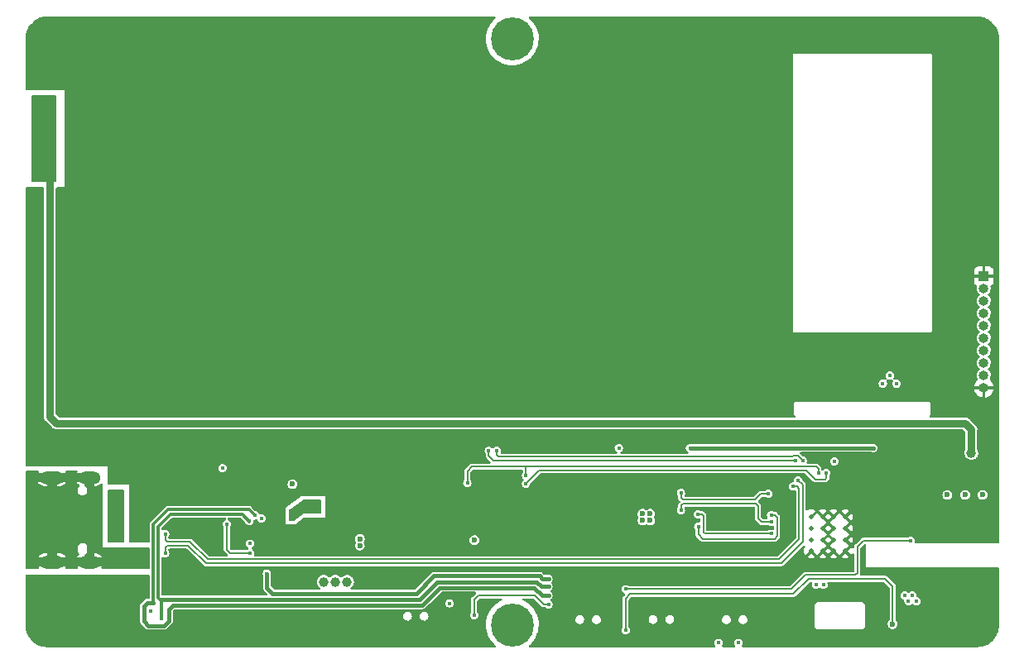
<source format=gbr>
%TF.GenerationSoftware,KiCad,Pcbnew,(5.99.0-11593-g5155093ec0)*%
%TF.CreationDate,2021-08-09T14:05:58+02:00*%
%TF.ProjectId,flatlight_rev21_eside,666c6174-6c69-4676-9874-5f7265763231,rev?*%
%TF.SameCoordinates,Original*%
%TF.FileFunction,Copper,L2,Inr*%
%TF.FilePolarity,Positive*%
%FSLAX46Y46*%
G04 Gerber Fmt 4.6, Leading zero omitted, Abs format (unit mm)*
G04 Created by KiCad (PCBNEW (5.99.0-11593-g5155093ec0)) date 2021-08-09 14:05:58*
%MOMM*%
%LPD*%
G01*
G04 APERTURE LIST*
%TA.AperFunction,ComponentPad*%
%ADD10C,0.700000*%
%TD*%
%TA.AperFunction,ComponentPad*%
%ADD11C,4.400000*%
%TD*%
%TA.AperFunction,ComponentPad*%
%ADD12R,1.000000X1.000000*%
%TD*%
%TA.AperFunction,ComponentPad*%
%ADD13O,1.000000X1.000000*%
%TD*%
%TA.AperFunction,ComponentPad*%
%ADD14O,2.300000X1.300000*%
%TD*%
%TA.AperFunction,ComponentPad*%
%ADD15O,2.600000X1.300000*%
%TD*%
%TA.AperFunction,ComponentPad*%
%ADD16C,0.500000*%
%TD*%
%TA.AperFunction,ViaPad*%
%ADD17C,0.600000*%
%TD*%
%TA.AperFunction,ViaPad*%
%ADD18C,1.000000*%
%TD*%
%TA.AperFunction,ViaPad*%
%ADD19C,0.450000*%
%TD*%
%TA.AperFunction,ViaPad*%
%ADD20C,0.800000*%
%TD*%
%TA.AperFunction,Conductor*%
%ADD21C,0.800000*%
%TD*%
%TA.AperFunction,Conductor*%
%ADD22C,0.200000*%
%TD*%
%TA.AperFunction,Conductor*%
%ADD23C,0.300000*%
%TD*%
%TA.AperFunction,Conductor*%
%ADD24C,0.400000*%
%TD*%
G04 APERTURE END LIST*
D10*
%TO.N,SYSOUT*%
%TO.C,H1*%
X88550000Y-89300000D03*
X91850000Y-89300000D03*
X89033274Y-88133274D03*
X90200000Y-90950000D03*
X89033274Y-90466726D03*
X91366726Y-90466726D03*
D11*
X90200000Y-89300000D03*
D10*
X90200000Y-87650000D03*
X91366726Y-88133274D03*
%TD*%
D12*
%TO.N,GND*%
%TO.C,J3*%
X138425000Y-53600000D03*
D13*
%TO.N,ES_LED_PWM*%
X138425000Y-54870000D03*
%TO.N,ES_FLASH_EN*%
X138425000Y-56140000D03*
%TO.N,ES_TORCH_EN*%
X138425000Y-57410000D03*
%TO.N,ES_WS_LDAT*%
X138425000Y-58680000D03*
%TO.N,ES_WS_POWER*%
X138425000Y-59950000D03*
%TO.N,ES_XP_LED_NTC*%
X138425000Y-61220000D03*
%TO.N,ES_JS_LED_NTC*%
X138425000Y-62490000D03*
%TO.N,+3V3*%
X138425000Y-63760000D03*
%TO.N,GND*%
X138425000Y-65030000D03*
%TD*%
D10*
%TO.N,GND*%
%TO.C,H3*%
X136050000Y-29300000D03*
D11*
X137700000Y-29300000D03*
D10*
X136533274Y-28133274D03*
X137700000Y-27650000D03*
X138866726Y-28133274D03*
X138866726Y-30466726D03*
X137700000Y-30950000D03*
X136533274Y-30466726D03*
X139350000Y-29300000D03*
%TD*%
D14*
%TO.N,GNDPWR*%
%TO.C,J1*%
X46960000Y-74230000D03*
D15*
X43135000Y-82870000D03*
X43135000Y-74230000D03*
D14*
X46960000Y-82870000D03*
%TD*%
D10*
%TO.N,GND*%
%TO.C,H4*%
X41050000Y-29300000D03*
D11*
X42700000Y-29300000D03*
D10*
X44350000Y-29300000D03*
X43866726Y-30466726D03*
X41533274Y-28133274D03*
X41533274Y-30466726D03*
X42700000Y-30950000D03*
X42700000Y-27650000D03*
X43866726Y-28133274D03*
%TD*%
%TO.N,SYSOUT*%
%TO.C,H6*%
X91850000Y-29300000D03*
X91366726Y-28133274D03*
X90200000Y-30950000D03*
D11*
X90200000Y-29300000D03*
D10*
X88550000Y-29300000D03*
X91366726Y-30466726D03*
X89033274Y-28133274D03*
X90200000Y-27650000D03*
X89033274Y-30466726D03*
%TD*%
D11*
%TO.N,GND*%
%TO.C,H5*%
X42700000Y-89300000D03*
D10*
X43866726Y-88133274D03*
X42700000Y-90950000D03*
X41533274Y-88133274D03*
X42700000Y-87650000D03*
X43866726Y-90466726D03*
X41533274Y-90466726D03*
X41050000Y-89300000D03*
X44350000Y-89300000D03*
%TD*%
%TO.N,GND*%
%TO.C,H2*%
X138866726Y-88133274D03*
D11*
X137700000Y-89300000D03*
D10*
X136050000Y-89300000D03*
X136533274Y-88133274D03*
X137700000Y-90950000D03*
X136533274Y-90466726D03*
X137700000Y-87650000D03*
X138866726Y-90466726D03*
X139350000Y-89300000D03*
%TD*%
D16*
%TO.N,GND*%
%TO.C,U4*%
X124275734Y-78250000D03*
X121975734Y-78250000D03*
X120775734Y-79400000D03*
X123050734Y-81750000D03*
X121975734Y-79400000D03*
X121975734Y-80600000D03*
X121975734Y-81750000D03*
X123050734Y-78250000D03*
X120775734Y-78250000D03*
X123050734Y-80600000D03*
X120775734Y-80600000D03*
X124275734Y-80600000D03*
X124275734Y-79400000D03*
X124275734Y-81750000D03*
X120775734Y-81750000D03*
X123050734Y-79400000D03*
%TD*%
D17*
%TO.N,+BATT*%
X42900000Y-38550000D03*
D18*
X70900000Y-84900000D03*
D17*
X41850000Y-37550000D03*
D18*
X73300000Y-84900000D03*
D17*
X42900000Y-37550000D03*
X41850000Y-39550000D03*
X41850000Y-38550000D03*
X41850000Y-40550000D03*
X42900000Y-41550000D03*
X41850000Y-41550000D03*
X42900000Y-40550000D03*
X42900000Y-39550000D03*
D18*
X137150000Y-71700000D03*
X72100000Y-84900000D03*
D19*
%TO.N,GND*%
X48150000Y-27600000D03*
X126550000Y-27600000D03*
X107200000Y-91300000D03*
X46700000Y-39650000D03*
X139800000Y-38100000D03*
X59800000Y-91300000D03*
X126200000Y-75200000D03*
X126750000Y-65800000D03*
D17*
X99350000Y-80000000D03*
D19*
X40900000Y-52500000D03*
X129050000Y-27600000D03*
X139800000Y-43100000D03*
X109050000Y-27600000D03*
X127200000Y-91300000D03*
X109700000Y-91300000D03*
X49300000Y-84400000D03*
X139800000Y-73100000D03*
X75650000Y-27600000D03*
X52300000Y-91300000D03*
X66800000Y-83650000D03*
X120800000Y-88400000D03*
X132200000Y-91300000D03*
X124050000Y-27600000D03*
X77300000Y-91300000D03*
X117100000Y-88400000D03*
X112025000Y-75500000D03*
X139800000Y-33100000D03*
X115350000Y-91300000D03*
X68150000Y-27600000D03*
X112700000Y-78600000D03*
X43200000Y-84400000D03*
X73000000Y-81200000D03*
X122200000Y-91300000D03*
X41000000Y-86900000D03*
D17*
X99350000Y-80900000D03*
D19*
X139800000Y-53100000D03*
X47300000Y-91300000D03*
X139800000Y-75600000D03*
X67300000Y-91300000D03*
X70650000Y-27600000D03*
X46200000Y-46100000D03*
X129400000Y-84000000D03*
X45200000Y-39150000D03*
X106550000Y-27600000D03*
X73150000Y-27600000D03*
X127300000Y-84000000D03*
X47200000Y-39150000D03*
X46200000Y-39150000D03*
X139800000Y-60600000D03*
X136700000Y-79800000D03*
X58150000Y-27600000D03*
X44800000Y-91300000D03*
X109725000Y-75500000D03*
X111550000Y-27600000D03*
D17*
X70100000Y-79625000D03*
D19*
X126600000Y-88400000D03*
X127700000Y-69900000D03*
X87000000Y-91300000D03*
D17*
X68325000Y-75850000D03*
D19*
X47200000Y-46100000D03*
X79700000Y-91300000D03*
X64375734Y-73800000D03*
X40900000Y-33900000D03*
X139800000Y-70600000D03*
X83150000Y-27600000D03*
X69800000Y-91300000D03*
X50650000Y-27600000D03*
X40900000Y-50000000D03*
D17*
X73325000Y-78775000D03*
D19*
X52500000Y-85500000D03*
X110050000Y-81650000D03*
X99050000Y-27600000D03*
X123001234Y-86700000D03*
X125700000Y-86700000D03*
X53300000Y-77600000D03*
X94050000Y-27600000D03*
X40900000Y-72500000D03*
X40900000Y-67500000D03*
X104050000Y-27600000D03*
X83850000Y-79425000D03*
X97200000Y-91300000D03*
X101550000Y-27600000D03*
X139800000Y-63100000D03*
X135700000Y-84000000D03*
X124425734Y-90050978D03*
X139800000Y-65600000D03*
X96550000Y-27600000D03*
X133500000Y-84000000D03*
X40900000Y-70000000D03*
X45700000Y-46600000D03*
X137700000Y-84000000D03*
X139800000Y-50600000D03*
X78150000Y-27600000D03*
X80650000Y-27600000D03*
X46900000Y-72500000D03*
X63150000Y-27600000D03*
X113700000Y-70400000D03*
X104600000Y-71200000D03*
X42900000Y-72500000D03*
X85650000Y-27600000D03*
X72300000Y-91300000D03*
X124700000Y-91300000D03*
X132100000Y-61500000D03*
X40900000Y-57500000D03*
X107600000Y-81100000D03*
X40900000Y-62500000D03*
X119700000Y-91300000D03*
X41000000Y-84400000D03*
X138100000Y-80600000D03*
X121550000Y-27600000D03*
X131400000Y-75500000D03*
X45700000Y-39650000D03*
X107600000Y-80400000D03*
X134700000Y-91300000D03*
X64800000Y-91300000D03*
X118000000Y-74275000D03*
D17*
X67550000Y-75975000D03*
D19*
X79150000Y-84100000D03*
X124600000Y-86700000D03*
X84700000Y-91300000D03*
X45300000Y-84400000D03*
X45200000Y-46100000D03*
X40900000Y-65000000D03*
X40900000Y-47500000D03*
X132700000Y-71500000D03*
X125725734Y-90050978D03*
X53150000Y-27600000D03*
X139800000Y-40600000D03*
X139800000Y-58100000D03*
X44900000Y-72500000D03*
X121625734Y-86700000D03*
X85050000Y-79425000D03*
X139800000Y-48100000D03*
X46700000Y-46600000D03*
X47300000Y-84400000D03*
X97900000Y-79000000D03*
X49800000Y-91300000D03*
X131425734Y-71500000D03*
X86175000Y-79425000D03*
X136700000Y-80600000D03*
X102125000Y-81275000D03*
X57300000Y-91300000D03*
X54800000Y-91300000D03*
X40900000Y-60000000D03*
X119050000Y-27600000D03*
X64375734Y-72650000D03*
X55650000Y-27600000D03*
X139700000Y-78100000D03*
X40900000Y-55000000D03*
X139800000Y-55600000D03*
X116550000Y-27600000D03*
X117200000Y-91300000D03*
X133900000Y-80600000D03*
D17*
X70125000Y-78775000D03*
D19*
X139800000Y-35600000D03*
X123000000Y-90100000D03*
X134050000Y-27600000D03*
X96000000Y-79100000D03*
X40900000Y-32500000D03*
X139800000Y-68100000D03*
X89700000Y-77000000D03*
D17*
X66900000Y-76500000D03*
D19*
X65650000Y-27600000D03*
X81200000Y-77700000D03*
X62300000Y-91300000D03*
X139700000Y-80600000D03*
X106800000Y-71200000D03*
X111000000Y-70400000D03*
D20*
X85900000Y-72200000D03*
D19*
X94700000Y-91300000D03*
X45650000Y-27600000D03*
D17*
X71625000Y-78775000D03*
D19*
X131500000Y-84000000D03*
X129700000Y-91300000D03*
X139800000Y-45600000D03*
X112725000Y-81650000D03*
X81200000Y-75400000D03*
X60650000Y-27600000D03*
X104700000Y-91300000D03*
X114050000Y-27600000D03*
X82200000Y-91300000D03*
X58625734Y-81000000D03*
X121600000Y-90100000D03*
X131550000Y-27600000D03*
X74800000Y-91300000D03*
D17*
%TO.N,LX*%
X70300000Y-76850000D03*
X69450000Y-76850000D03*
X67625234Y-78325000D03*
X67625000Y-77725000D03*
X70300000Y-77600000D03*
X69450000Y-77600000D03*
%TO.N,Net-(C3-Pad1)*%
X67725734Y-74900000D03*
D19*
X64550000Y-78400000D03*
D17*
%TO.N,SYS*%
X74600000Y-80500000D03*
X74600000Y-81200000D03*
D19*
X53250000Y-87900000D03*
%TO.N,+3V3*%
X129500000Y-64600000D03*
D17*
X136525000Y-76000000D03*
D19*
X131525734Y-86900000D03*
D17*
X103525000Y-77937500D03*
X134700000Y-76000000D03*
X104300000Y-77937500D03*
D19*
X123125734Y-72550000D03*
X130725734Y-86900000D03*
D17*
X103525734Y-78625000D03*
D19*
X130325734Y-86300000D03*
X131125734Y-86300000D03*
D17*
X138300000Y-76000000D03*
X104300000Y-78625000D03*
D19*
X128100000Y-64600000D03*
%TO.N,PWRMAIN_SW*%
X93900000Y-87200000D03*
X86300000Y-88300000D03*
D17*
%TO.N,EN*%
X129100000Y-89225000D03*
D19*
X101800000Y-89850000D03*
%TO.N,GNDPWR*%
X41200000Y-74200000D03*
X41200000Y-76300000D03*
X41200000Y-80700000D03*
X49300000Y-83300000D03*
X41200000Y-78500000D03*
X52470000Y-82270000D03*
X49300000Y-82300000D03*
X41200000Y-82900000D03*
%TO.N,VBUS*%
X60550000Y-73250000D03*
X63400000Y-81000000D03*
%TO.N,Net-(F1-Pad1)*%
X49350000Y-75700000D03*
X49650000Y-76200000D03*
X49950000Y-75700000D03*
X50250000Y-80650000D03*
X49050000Y-76200000D03*
X50250000Y-76200000D03*
X49650000Y-80650000D03*
X49050000Y-80650000D03*
%TO.N,CC1*%
X61000000Y-79000000D03*
X63400000Y-81950000D03*
%TO.N,RX*%
X111300000Y-91150000D03*
X121275000Y-85225000D03*
%TO.N,TX*%
X113350000Y-91150000D03*
X122025000Y-85225000D03*
%TO.N,INOK*%
X93900000Y-86300000D03*
X63875500Y-78100000D03*
X53450000Y-87050000D03*
%TO.N,STAT*%
X54300000Y-88650000D03*
X63300000Y-78700000D03*
X93900000Y-85400000D03*
%TO.N,U_N*%
X54700000Y-82000000D03*
X119450000Y-74500000D03*
%TO.N,U_P*%
X54700000Y-80000000D03*
X118900000Y-75150000D03*
%TO.N,Net-(R15-Pad1)*%
X128800000Y-63800000D03*
X101100000Y-71200000D03*
%TO.N,DISP_BACKLIGHT*%
X127100000Y-71200000D03*
X108375734Y-71200000D03*
%TO.N,ENBST*%
X93900000Y-84600000D03*
X65100000Y-84050000D03*
%TO.N,IMU_INT2*%
X91600000Y-74850000D03*
X122325734Y-73750000D03*
%TO.N,IMU_INT1*%
X85600000Y-74800000D03*
X121500734Y-73775000D03*
X91600000Y-74000000D03*
%TO.N,SCL*%
X119900000Y-72500000D03*
X88600000Y-71500000D03*
%TO.N,SDA*%
X119179122Y-72520878D03*
X87800000Y-71500000D03*
%TO.N,GPIO0*%
X130925734Y-80700000D03*
X101800000Y-85650000D03*
%TO.N,SPIQ*%
X116675734Y-79980500D03*
X109200000Y-77975000D03*
%TO.N,SPICS0*%
X116675734Y-78770878D03*
X107450000Y-77600000D03*
%TO.N,SPIWP*%
X116675734Y-78050000D03*
X109225000Y-79225000D03*
%TO.N,SPICS1*%
X107450000Y-75800000D03*
X116400000Y-75900000D03*
D17*
%TO.N,Net-(Q1-Pad2)*%
X86325734Y-80650000D03*
D19*
X83750000Y-87100000D03*
%TD*%
D21*
%TO.N,+BATT*%
X137150000Y-71700000D02*
X137150000Y-69300000D01*
X137150000Y-69300000D02*
X136550000Y-68700000D01*
X43600000Y-68700000D02*
X42900000Y-68000000D01*
X136550000Y-68700000D02*
X43600000Y-68700000D01*
X42900000Y-68000000D02*
X42900000Y-41550000D01*
D22*
%TO.N,PWRMAIN_SW*%
X86700000Y-86300000D02*
X86300000Y-86700000D01*
X93900000Y-87200000D02*
X93400000Y-87200000D01*
X86300000Y-86700000D02*
X86300000Y-88300000D01*
X92500000Y-86300000D02*
X86700000Y-86300000D01*
X93400000Y-87200000D02*
X92500000Y-86300000D01*
%TO.N,EN*%
X129100000Y-89225000D02*
X129100000Y-85350000D01*
X120500000Y-84600000D02*
X118950000Y-86150000D01*
X129100000Y-85350000D02*
X128350000Y-84600000D01*
X118950000Y-86150000D02*
X102250000Y-86150000D01*
X128350000Y-84600000D02*
X120500000Y-84600000D01*
X101800000Y-86600000D02*
X101800000Y-89850000D01*
X102250000Y-86150000D02*
X101800000Y-86600000D01*
%TO.N,CC1*%
X61000000Y-81600000D02*
X61350000Y-81950000D01*
X61000000Y-79000000D02*
X61000000Y-81600000D01*
X61350000Y-81950000D02*
X63400000Y-81950000D01*
D23*
%TO.N,INOK*%
X63875500Y-78100000D02*
X63275500Y-77500000D01*
D24*
X81000000Y-87300000D02*
X55500000Y-87300000D01*
X52850000Y-87050000D02*
X53450000Y-87050000D01*
X52500000Y-88900000D02*
X52500000Y-87400000D01*
D23*
X63275500Y-77500000D02*
X55000000Y-77500000D01*
D24*
X53000000Y-89400000D02*
X52500000Y-88900000D01*
X54600000Y-89400000D02*
X53000000Y-89400000D01*
D23*
X53450000Y-79050000D02*
X53450000Y-87050000D01*
D24*
X52500000Y-87400000D02*
X52850000Y-87050000D01*
X93252150Y-86300000D02*
X92452150Y-85500000D01*
X92452150Y-85500000D02*
X82800000Y-85500000D01*
X55500000Y-87300000D02*
X55100000Y-87700000D01*
X93900000Y-86300000D02*
X93252150Y-86300000D01*
X82800000Y-85500000D02*
X81000000Y-87300000D01*
X55100000Y-88900000D02*
X54600000Y-89400000D01*
D23*
X55000000Y-77500000D02*
X53450000Y-79050000D01*
D24*
X55100000Y-87700000D02*
X55100000Y-88900000D01*
%TO.N,STAT*%
X80699520Y-86700480D02*
X54200000Y-86700480D01*
X54200480Y-86700000D02*
X54900000Y-86700000D01*
X92699520Y-84899520D02*
X82500480Y-84899520D01*
X82500480Y-84899520D02*
X80699520Y-86700480D01*
D23*
X63300000Y-78724500D02*
X62575500Y-78000000D01*
X53949520Y-79256908D02*
X53949520Y-86549520D01*
X54300000Y-86900000D02*
X54300000Y-88650000D01*
X62575500Y-78000000D02*
X55206428Y-78000000D01*
X53949520Y-86549520D02*
X54300000Y-86900000D01*
D24*
X54200000Y-86700480D02*
X54200480Y-86700000D01*
X93900000Y-85400000D02*
X93200000Y-85400000D01*
X93200000Y-85400000D02*
X92699520Y-84899520D01*
D23*
X55206428Y-78000000D02*
X53949520Y-79256908D01*
D22*
%TO.N,U_N*%
X54700000Y-82000000D02*
X54700000Y-81400000D01*
X119925254Y-74975254D02*
X119450000Y-74500000D01*
X54700000Y-81400000D02*
X54900000Y-81200000D01*
X119925254Y-80792946D02*
X119925254Y-74975254D01*
X57053194Y-81200000D02*
X58852714Y-82999520D01*
X54900000Y-81200000D02*
X57053194Y-81200000D01*
X117718680Y-82999520D02*
X119925254Y-80792946D01*
X58852714Y-82999520D02*
X117718680Y-82999520D01*
%TO.N,U_P*%
X54900000Y-80800000D02*
X57218200Y-80800000D01*
X54700000Y-80000000D02*
X54700000Y-80600000D01*
X57218200Y-80800000D02*
X59018200Y-82600000D01*
X119525734Y-80556066D02*
X119525734Y-75375734D01*
X119300000Y-75150000D02*
X118900000Y-75150000D01*
X54700000Y-80600000D02*
X54900000Y-80800000D01*
X117481800Y-82600000D02*
X119525734Y-80556066D01*
X59018200Y-82600000D02*
X117481800Y-82600000D01*
X119525734Y-75375734D02*
X119300000Y-75150000D01*
D24*
%TO.N,DISP_BACKLIGHT*%
X127100000Y-71200000D02*
X108375734Y-71200000D01*
%TO.N,ENBST*%
X80399040Y-86100960D02*
X82200000Y-84300000D01*
X82200000Y-84300000D02*
X93000000Y-84300000D01*
X65100000Y-84050000D02*
X65100000Y-85500000D01*
X65700960Y-86100960D02*
X80399040Y-86100960D01*
X93300000Y-84600000D02*
X93900000Y-84600000D01*
X93000000Y-84300000D02*
X93300000Y-84600000D01*
X65100000Y-85500000D02*
X65700960Y-86100960D01*
D22*
%TO.N,IMU_INT2*%
X120300000Y-73500000D02*
X92950000Y-73500000D01*
X92950000Y-73500000D02*
X91600000Y-74850000D01*
X121200000Y-74400000D02*
X120300000Y-73500000D01*
X122200000Y-74400000D02*
X121200000Y-74400000D01*
X122325734Y-74274266D02*
X122200000Y-74400000D01*
X122325734Y-73750000D02*
X122325734Y-74274266D01*
%TO.N,IMU_INT1*%
X121300000Y-73100000D02*
X86100000Y-73100000D01*
X85600000Y-73600000D02*
X85600000Y-74800000D01*
X91600000Y-74000000D02*
X91600000Y-73100000D01*
X121500734Y-73300734D02*
X121300000Y-73100000D01*
X121500734Y-73775000D02*
X121500734Y-73300734D01*
X86100000Y-73100000D02*
X85600000Y-73600000D01*
%TO.N,SCL*%
X88600000Y-71900000D02*
X88600000Y-71500000D01*
X119900000Y-72500000D02*
X119396367Y-71996367D01*
X118961861Y-71996367D02*
X118858228Y-72100000D01*
X119396367Y-71996367D02*
X118961861Y-71996367D01*
X118858228Y-72100000D02*
X88800000Y-72100000D01*
X88800000Y-72100000D02*
X88600000Y-71900000D01*
%TO.N,SDA*%
X119158244Y-72500000D02*
X88300000Y-72500000D01*
X88300000Y-72500000D02*
X87800000Y-72000000D01*
X119179122Y-72520878D02*
X119158244Y-72500000D01*
X87800000Y-72000000D02*
X87800000Y-71500000D01*
%TO.N,GPIO0*%
X126075000Y-80700000D02*
X130925734Y-80700000D01*
X125299520Y-84200480D02*
X125500000Y-84000000D01*
X101800000Y-85650000D02*
X118750000Y-85650000D01*
X118750000Y-85650000D02*
X120199520Y-84200480D01*
X125500000Y-81275000D02*
X126075000Y-80700000D01*
X125500000Y-84000000D02*
X125500000Y-81275000D01*
X120199520Y-84200480D02*
X125299520Y-84200480D01*
%TO.N,SPIQ*%
X109600734Y-77975000D02*
X109750245Y-78124511D01*
X109906234Y-79980500D02*
X116675734Y-79980500D01*
X109750245Y-78124511D02*
X109750245Y-79824511D01*
X109750245Y-79824511D02*
X109906234Y-79980500D01*
X109200000Y-77975000D02*
X109600734Y-77975000D01*
%TO.N,SPICS0*%
X115350000Y-77150000D02*
X115350000Y-78450000D01*
X107650000Y-76900000D02*
X115100000Y-76900000D01*
X107450000Y-77100000D02*
X107650000Y-76900000D01*
X115100000Y-76900000D02*
X115350000Y-77150000D01*
X115350000Y-78450000D02*
X115670878Y-78770878D01*
X115670878Y-78770878D02*
X116675734Y-78770878D01*
X107450000Y-77600000D02*
X107450000Y-77100000D01*
%TO.N,SPIWP*%
X109225000Y-80049266D02*
X109680745Y-80505011D01*
X109680745Y-80505011D02*
X117020723Y-80505011D01*
X117020723Y-80505011D02*
X117300000Y-80225734D01*
X117300000Y-78300000D02*
X117050000Y-78050000D01*
X117300000Y-80225734D02*
X117300000Y-78300000D01*
X109225000Y-79225000D02*
X109225000Y-80049266D01*
X117050000Y-78050000D02*
X116675734Y-78050000D01*
%TO.N,SPICS1*%
X107450000Y-75800000D02*
X107450000Y-76300000D01*
X107650480Y-76500480D02*
X114999520Y-76500480D01*
X114999520Y-76500480D02*
X115600000Y-75900000D01*
X107450000Y-76300000D02*
X107650480Y-76500480D01*
X115600000Y-75900000D02*
X116400000Y-75900000D01*
%TD*%
%TA.AperFunction,Conductor*%
%TO.N,GNDPWR*%
G36*
X41718803Y-73520002D02*
G01*
X41765296Y-73573658D01*
X41775400Y-73643932D01*
X41752618Y-73700061D01*
X41741516Y-73715342D01*
X41737094Y-73727736D01*
X41746235Y-73730000D01*
X44521018Y-73730000D01*
X44533641Y-73726293D01*
X44530099Y-73717566D01*
X44517380Y-73700059D01*
X44493522Y-73633191D01*
X44509604Y-73564040D01*
X44560519Y-73514561D01*
X44619317Y-73500000D01*
X45625682Y-73500000D01*
X45693803Y-73520002D01*
X45740296Y-73573658D01*
X45750400Y-73643932D01*
X45727618Y-73700061D01*
X45716516Y-73715342D01*
X45712094Y-73727736D01*
X45721235Y-73730000D01*
X47334000Y-73730000D01*
X47402121Y-73750002D01*
X47448614Y-73803658D01*
X47460000Y-73856000D01*
X47460000Y-75115885D01*
X47464475Y-75131124D01*
X47465865Y-75132329D01*
X47473548Y-75134000D01*
X47504083Y-75134000D01*
X47510643Y-75133656D01*
X47642424Y-75119806D01*
X47655265Y-75117076D01*
X47823439Y-75062433D01*
X47835428Y-75057095D01*
X47988569Y-74968679D01*
X47999188Y-74960963D01*
X48089690Y-74879476D01*
X48153698Y-74848759D01*
X48224151Y-74857524D01*
X48278682Y-74902987D01*
X48300000Y-74973113D01*
X48300000Y-81400000D01*
X52973500Y-81400000D01*
X53041621Y-81420002D01*
X53088114Y-81473658D01*
X53099500Y-81526000D01*
X53099500Y-83474000D01*
X53079498Y-83542121D01*
X53025842Y-83588614D01*
X52973500Y-83600000D01*
X48294318Y-83600000D01*
X48226197Y-83579998D01*
X48179704Y-83526342D01*
X48169600Y-83456068D01*
X48192382Y-83399939D01*
X48203484Y-83384658D01*
X48207906Y-83372264D01*
X48198765Y-83370000D01*
X45723982Y-83370000D01*
X45711359Y-83373707D01*
X45714901Y-83382434D01*
X45727620Y-83399941D01*
X45751478Y-83466809D01*
X45735396Y-83535960D01*
X45684481Y-83585439D01*
X45625683Y-83600000D01*
X44619318Y-83600000D01*
X44551197Y-83579998D01*
X44504704Y-83526342D01*
X44494600Y-83456068D01*
X44517382Y-83399939D01*
X44528484Y-83384658D01*
X44532906Y-83372264D01*
X44523765Y-83370000D01*
X41748982Y-83370000D01*
X41736359Y-83373707D01*
X41739901Y-83382434D01*
X41752620Y-83399941D01*
X41776478Y-83466809D01*
X41760396Y-83535960D01*
X41709481Y-83585439D01*
X41650683Y-83600000D01*
X40526000Y-83600000D01*
X40457879Y-83579998D01*
X40411386Y-83526342D01*
X40400000Y-83474000D01*
X40400000Y-82367736D01*
X41737094Y-82367736D01*
X41746235Y-82370000D01*
X42616885Y-82370000D01*
X42632124Y-82365525D01*
X42633329Y-82364135D01*
X42635000Y-82356452D01*
X42635000Y-81984115D01*
X42633659Y-81979548D01*
X43635000Y-81979548D01*
X43635000Y-82351885D01*
X43639475Y-82367124D01*
X43640865Y-82368329D01*
X43648548Y-82370000D01*
X44521018Y-82370000D01*
X44528727Y-82367736D01*
X45712094Y-82367736D01*
X45721235Y-82370000D01*
X46441885Y-82370000D01*
X46457124Y-82365525D01*
X46458329Y-82364135D01*
X46460000Y-82356452D01*
X46460000Y-82194365D01*
X46480002Y-82126244D01*
X46518766Y-82087803D01*
X46555125Y-82064863D01*
X46555129Y-82064859D01*
X46562720Y-82060070D01*
X46633834Y-81979548D01*
X47460000Y-81979548D01*
X47460000Y-82351885D01*
X47464475Y-82367124D01*
X47465865Y-82368329D01*
X47473548Y-82370000D01*
X48196018Y-82370000D01*
X48208641Y-82366293D01*
X48205099Y-82357566D01*
X48139386Y-82267118D01*
X48130597Y-82257357D01*
X47999188Y-82139037D01*
X47988569Y-82131321D01*
X47835428Y-82042905D01*
X47823439Y-82037567D01*
X47655265Y-81982924D01*
X47642424Y-81980194D01*
X47510643Y-81966344D01*
X47504083Y-81966000D01*
X47478115Y-81966000D01*
X47462876Y-81970475D01*
X47461671Y-81971865D01*
X47460000Y-81979548D01*
X46633834Y-81979548D01*
X46657623Y-81952612D01*
X46718553Y-81822837D01*
X46735500Y-81713991D01*
X46735500Y-81389060D01*
X46720323Y-81283082D01*
X46660984Y-81152572D01*
X46642598Y-81131234D01*
X46573260Y-81050763D01*
X46573257Y-81050760D01*
X46567400Y-81043963D01*
X46447095Y-80965985D01*
X46309739Y-80924907D01*
X46300763Y-80924852D01*
X46300762Y-80924852D01*
X46240555Y-80924484D01*
X46166376Y-80924031D01*
X46028529Y-80963428D01*
X45907280Y-81039930D01*
X45812377Y-81147388D01*
X45751447Y-81277163D01*
X45734500Y-81386009D01*
X45734500Y-81710940D01*
X45749677Y-81816918D01*
X45809016Y-81947428D01*
X45814877Y-81954230D01*
X45870356Y-82018617D01*
X45899669Y-82083279D01*
X45889370Y-82153525D01*
X45859212Y-82194501D01*
X45789405Y-82257355D01*
X45780614Y-82267118D01*
X45716516Y-82355342D01*
X45712094Y-82367736D01*
X44528727Y-82367736D01*
X44533641Y-82366293D01*
X44530099Y-82357566D01*
X44464386Y-82267118D01*
X44455597Y-82257357D01*
X44324188Y-82139037D01*
X44313569Y-82131321D01*
X44160428Y-82042905D01*
X44148439Y-82037567D01*
X43980265Y-81982924D01*
X43967424Y-81980194D01*
X43835643Y-81966344D01*
X43829083Y-81966000D01*
X43653115Y-81966000D01*
X43637876Y-81970475D01*
X43636671Y-81971865D01*
X43635000Y-81979548D01*
X42633659Y-81979548D01*
X42630525Y-81968876D01*
X42629135Y-81967671D01*
X42621452Y-81966000D01*
X42440917Y-81966000D01*
X42434357Y-81966344D01*
X42302576Y-81980194D01*
X42289735Y-81982924D01*
X42121561Y-82037567D01*
X42109572Y-82042905D01*
X41956431Y-82131321D01*
X41945812Y-82139037D01*
X41814405Y-82257355D01*
X41805614Y-82267118D01*
X41741516Y-82355342D01*
X41737094Y-82367736D01*
X40400000Y-82367736D01*
X40400000Y-74733707D01*
X41736359Y-74733707D01*
X41739901Y-74742434D01*
X41805614Y-74832882D01*
X41814403Y-74842643D01*
X41945812Y-74960963D01*
X41956431Y-74968679D01*
X42109572Y-75057095D01*
X42121561Y-75062433D01*
X42289735Y-75117076D01*
X42302576Y-75119806D01*
X42434357Y-75133656D01*
X42440917Y-75134000D01*
X42616885Y-75134000D01*
X42632124Y-75129525D01*
X42633329Y-75128135D01*
X42635000Y-75120452D01*
X42635000Y-74748115D01*
X42633659Y-74743548D01*
X43635000Y-74743548D01*
X43635000Y-75115885D01*
X43639475Y-75131124D01*
X43640865Y-75132329D01*
X43648548Y-75134000D01*
X43829083Y-75134000D01*
X43835643Y-75133656D01*
X43967424Y-75119806D01*
X43980265Y-75117076D01*
X44148439Y-75062433D01*
X44160428Y-75057095D01*
X44313569Y-74968679D01*
X44324188Y-74960963D01*
X44455595Y-74842645D01*
X44464386Y-74832882D01*
X44528484Y-74744658D01*
X44532391Y-74733707D01*
X45711359Y-74733707D01*
X45714901Y-74742434D01*
X45780614Y-74832882D01*
X45789403Y-74842643D01*
X45925716Y-74965379D01*
X45924099Y-74967175D01*
X45960753Y-75014692D01*
X45966841Y-75085427D01*
X45933719Y-75148224D01*
X45925594Y-75155878D01*
X45860763Y-75211740D01*
X45860760Y-75211743D01*
X45853963Y-75217600D01*
X45775985Y-75337905D01*
X45734907Y-75475261D01*
X45734031Y-75618624D01*
X45773428Y-75756471D01*
X45849930Y-75877720D01*
X45957388Y-75972623D01*
X46087163Y-76033553D01*
X46196009Y-76050500D01*
X46270940Y-76050500D01*
X46312339Y-76044571D01*
X46368032Y-76036596D01*
X46368035Y-76036595D01*
X46376918Y-76035323D01*
X46507428Y-75975984D01*
X46541321Y-75946780D01*
X46609237Y-75888260D01*
X46609240Y-75888257D01*
X46616037Y-75882400D01*
X46694015Y-75762095D01*
X46735093Y-75624739D01*
X46735969Y-75481376D01*
X46696572Y-75343529D01*
X46620070Y-75222280D01*
X46514894Y-75129392D01*
X46514892Y-75129390D01*
X46512612Y-75127377D01*
X46512903Y-75127048D01*
X46470870Y-75077550D01*
X46460000Y-75026354D01*
X46460000Y-74748115D01*
X46455525Y-74732876D01*
X46454135Y-74731671D01*
X46446452Y-74730000D01*
X45723982Y-74730000D01*
X45711359Y-74733707D01*
X44532391Y-74733707D01*
X44532906Y-74732264D01*
X44523765Y-74730000D01*
X43653115Y-74730000D01*
X43637876Y-74734475D01*
X43636671Y-74735865D01*
X43635000Y-74743548D01*
X42633659Y-74743548D01*
X42630525Y-74732876D01*
X42629135Y-74731671D01*
X42621452Y-74730000D01*
X41748982Y-74730000D01*
X41736359Y-74733707D01*
X40400000Y-74733707D01*
X40400000Y-73626000D01*
X40420002Y-73557879D01*
X40473658Y-73511386D01*
X40526000Y-73500000D01*
X41650682Y-73500000D01*
X41718803Y-73520002D01*
G37*
%TD.AperFunction*%
%TD*%
%TA.AperFunction,Conductor*%
%TO.N,+BATT*%
G36*
X43542121Y-35120002D02*
G01*
X43588614Y-35173658D01*
X43600000Y-35226000D01*
X43600000Y-43874000D01*
X43579998Y-43942121D01*
X43526342Y-43988614D01*
X43474000Y-44000000D01*
X41126000Y-44000000D01*
X41057879Y-43979998D01*
X41011386Y-43926342D01*
X41000000Y-43874000D01*
X41000000Y-35226000D01*
X41020002Y-35157879D01*
X41073658Y-35111386D01*
X41126000Y-35100000D01*
X43474000Y-35100000D01*
X43542121Y-35120002D01*
G37*
%TD.AperFunction*%
%TD*%
%TA.AperFunction,Conductor*%
%TO.N,GND*%
G36*
X86438460Y-85920502D02*
G01*
X86484953Y-85974158D01*
X86495057Y-86044432D01*
X86465563Y-86109012D01*
X86459434Y-86115595D01*
X86124548Y-86450481D01*
X86122514Y-86452237D01*
X86117731Y-86454575D01*
X86109819Y-86463104D01*
X86109818Y-86463105D01*
X86084427Y-86490477D01*
X86081147Y-86493882D01*
X86067752Y-86507277D01*
X86065028Y-86511247D01*
X86062703Y-86513895D01*
X86049508Y-86528119D01*
X86049506Y-86528122D01*
X86041599Y-86536646D01*
X86037289Y-86547450D01*
X86034767Y-86551439D01*
X86029006Y-86562227D01*
X86027089Y-86566552D01*
X86020508Y-86576146D01*
X86017822Y-86587465D01*
X86017821Y-86587467D01*
X86014817Y-86600127D01*
X86009252Y-86617724D01*
X86000117Y-86640622D01*
X85999500Y-86646915D01*
X85999500Y-86649994D01*
X85999350Y-86653067D01*
X85999134Y-86653056D01*
X85997802Y-86664431D01*
X85997346Y-86673746D01*
X85994660Y-86685066D01*
X85996229Y-86696595D01*
X85996229Y-86696596D01*
X85998349Y-86712173D01*
X85999500Y-86729164D01*
X85999500Y-87946562D01*
X85979498Y-88014683D01*
X85962595Y-88035657D01*
X85951472Y-88046780D01*
X85890281Y-88166874D01*
X85888731Y-88176663D01*
X85888730Y-88176665D01*
X85887688Y-88183247D01*
X85869196Y-88300000D01*
X85890281Y-88433126D01*
X85951472Y-88553220D01*
X86046780Y-88648528D01*
X86166874Y-88709719D01*
X86176663Y-88711269D01*
X86176665Y-88711270D01*
X86290207Y-88729253D01*
X86300000Y-88730804D01*
X86309793Y-88729253D01*
X86423335Y-88711270D01*
X86423337Y-88711269D01*
X86433126Y-88709719D01*
X86553220Y-88648528D01*
X86648528Y-88553220D01*
X86709719Y-88433126D01*
X86730804Y-88300000D01*
X86712312Y-88183247D01*
X86711270Y-88176665D01*
X86711269Y-88176663D01*
X86709719Y-88166874D01*
X86648528Y-88046780D01*
X86637405Y-88035657D01*
X86603379Y-87973345D01*
X86600500Y-87946562D01*
X86600500Y-86876662D01*
X86620502Y-86808541D01*
X86637405Y-86787566D01*
X86787568Y-86637404D01*
X86849880Y-86603379D01*
X86876663Y-86600500D01*
X87200000Y-86600500D01*
X87200000Y-90500000D01*
X55000000Y-90500000D01*
X55000000Y-89566393D01*
X55405484Y-89160909D01*
X55405487Y-89160905D01*
X55428050Y-89138342D01*
X55432555Y-89129501D01*
X55438037Y-89118742D01*
X55448365Y-89101887D01*
X55455467Y-89092112D01*
X55461296Y-89084089D01*
X55468094Y-89063168D01*
X55475658Y-89044908D01*
X55481144Y-89034141D01*
X55481145Y-89034137D01*
X55485646Y-89025304D01*
X55489087Y-89003578D01*
X55493703Y-88984353D01*
X55497435Y-88972868D01*
X55497436Y-88972864D01*
X55500500Y-88963433D01*
X55500500Y-88419440D01*
X79020635Y-88419440D01*
X79021799Y-88428342D01*
X79021799Y-88428345D01*
X79036202Y-88538489D01*
X79036203Y-88538493D01*
X79037367Y-88547394D01*
X79089339Y-88665510D01*
X79095116Y-88672383D01*
X79095117Y-88672384D01*
X79144224Y-88730804D01*
X79172373Y-88764291D01*
X79279794Y-88835796D01*
X79402967Y-88874278D01*
X79411937Y-88874442D01*
X79411941Y-88874443D01*
X79470676Y-88875519D01*
X79531989Y-88876643D01*
X79594239Y-88859671D01*
X79647826Y-88845062D01*
X79647827Y-88845062D01*
X79656489Y-88842700D01*
X79664139Y-88838003D01*
X79664141Y-88838002D01*
X79758806Y-88779878D01*
X79758809Y-88779875D01*
X79766458Y-88775179D01*
X79772484Y-88768522D01*
X79847034Y-88686161D01*
X79847037Y-88686157D01*
X79853056Y-88679507D01*
X79909322Y-88563375D01*
X79911031Y-88553220D01*
X79929924Y-88440917D01*
X79930731Y-88436120D01*
X79930867Y-88425000D01*
X79930071Y-88419440D01*
X80720635Y-88419440D01*
X80721799Y-88428342D01*
X80721799Y-88428345D01*
X80736202Y-88538489D01*
X80736203Y-88538493D01*
X80737367Y-88547394D01*
X80789339Y-88665510D01*
X80795116Y-88672383D01*
X80795117Y-88672384D01*
X80844224Y-88730804D01*
X80872373Y-88764291D01*
X80979794Y-88835796D01*
X81102967Y-88874278D01*
X81111937Y-88874442D01*
X81111941Y-88874443D01*
X81170676Y-88875519D01*
X81231989Y-88876643D01*
X81294239Y-88859671D01*
X81347826Y-88845062D01*
X81347827Y-88845062D01*
X81356489Y-88842700D01*
X81364139Y-88838003D01*
X81364141Y-88838002D01*
X81458806Y-88779878D01*
X81458809Y-88779875D01*
X81466458Y-88775179D01*
X81472484Y-88768522D01*
X81547034Y-88686161D01*
X81547037Y-88686157D01*
X81553056Y-88679507D01*
X81609322Y-88563375D01*
X81611031Y-88553220D01*
X81629924Y-88440917D01*
X81630731Y-88436120D01*
X81630867Y-88425000D01*
X81612573Y-88297259D01*
X81559162Y-88179788D01*
X81474927Y-88082028D01*
X81366640Y-88011841D01*
X81358045Y-88009271D01*
X81358044Y-88009270D01*
X81251608Y-87977438D01*
X81251606Y-87977438D01*
X81243007Y-87974866D01*
X81234032Y-87974811D01*
X81234031Y-87974811D01*
X81179375Y-87974477D01*
X81113965Y-87974078D01*
X81102209Y-87977438D01*
X80998520Y-88007072D01*
X80998518Y-88007073D01*
X80989889Y-88009539D01*
X80880753Y-88078399D01*
X80795330Y-88175122D01*
X80791516Y-88183245D01*
X80791515Y-88183247D01*
X80765528Y-88238598D01*
X80740488Y-88291932D01*
X80739108Y-88300798D01*
X80722016Y-88410567D01*
X80722016Y-88410571D01*
X80720635Y-88419440D01*
X79930071Y-88419440D01*
X79912573Y-88297259D01*
X79859162Y-88179788D01*
X79774927Y-88082028D01*
X79666640Y-88011841D01*
X79658045Y-88009271D01*
X79658044Y-88009270D01*
X79551608Y-87977438D01*
X79551606Y-87977438D01*
X79543007Y-87974866D01*
X79534032Y-87974811D01*
X79534031Y-87974811D01*
X79479375Y-87974477D01*
X79413965Y-87974078D01*
X79402209Y-87977438D01*
X79298520Y-88007072D01*
X79298518Y-88007073D01*
X79289889Y-88009539D01*
X79180753Y-88078399D01*
X79095330Y-88175122D01*
X79091516Y-88183245D01*
X79091515Y-88183247D01*
X79065528Y-88238598D01*
X79040488Y-88291932D01*
X79039108Y-88300798D01*
X79022016Y-88410567D01*
X79022016Y-88410571D01*
X79020635Y-88419440D01*
X55500500Y-88419440D01*
X55500500Y-87918084D01*
X55520502Y-87849963D01*
X55537404Y-87828989D01*
X55628987Y-87737405D01*
X55691299Y-87703380D01*
X55718083Y-87700500D01*
X81063433Y-87700500D01*
X81072864Y-87697436D01*
X81072868Y-87697435D01*
X81084353Y-87693703D01*
X81103578Y-87689087D01*
X81115512Y-87687197D01*
X81115513Y-87687197D01*
X81125304Y-87685646D01*
X81134137Y-87681145D01*
X81134141Y-87681144D01*
X81144906Y-87675659D01*
X81163166Y-87668095D01*
X81184090Y-87661296D01*
X81201893Y-87648361D01*
X81218745Y-87638035D01*
X81229502Y-87632554D01*
X81238342Y-87628050D01*
X81260905Y-87605487D01*
X81260909Y-87605484D01*
X81766393Y-87100000D01*
X83319196Y-87100000D01*
X83340281Y-87233126D01*
X83401472Y-87353220D01*
X83496780Y-87448528D01*
X83616874Y-87509719D01*
X83626663Y-87511269D01*
X83626665Y-87511270D01*
X83740207Y-87529253D01*
X83750000Y-87530804D01*
X83759793Y-87529253D01*
X83873335Y-87511270D01*
X83873337Y-87511269D01*
X83883126Y-87509719D01*
X84003220Y-87448528D01*
X84098528Y-87353220D01*
X84159719Y-87233126D01*
X84180804Y-87100000D01*
X84159719Y-86966874D01*
X84098528Y-86846780D01*
X84003220Y-86751472D01*
X83883126Y-86690281D01*
X83873337Y-86688731D01*
X83873335Y-86688730D01*
X83759793Y-86670747D01*
X83750000Y-86669196D01*
X83740207Y-86670747D01*
X83626665Y-86688730D01*
X83626663Y-86688731D01*
X83616874Y-86690281D01*
X83496780Y-86751472D01*
X83401472Y-86846780D01*
X83340281Y-86966874D01*
X83319196Y-87100000D01*
X81766393Y-87100000D01*
X82928987Y-85937405D01*
X82991299Y-85903380D01*
X83018082Y-85900500D01*
X86370339Y-85900500D01*
X86438460Y-85920502D01*
G37*
%TD.AperFunction*%
%TA.AperFunction,Conductor*%
G36*
X58603195Y-83174972D02*
G01*
X58604951Y-83177006D01*
X58607289Y-83181789D01*
X58615818Y-83189701D01*
X58615819Y-83189702D01*
X58643191Y-83215093D01*
X58646596Y-83218373D01*
X58659991Y-83231768D01*
X58663961Y-83234492D01*
X58666609Y-83236817D01*
X58689360Y-83257921D01*
X58700167Y-83262233D01*
X58704152Y-83264752D01*
X58714961Y-83270524D01*
X58719266Y-83272431D01*
X58728860Y-83279013D01*
X58752813Y-83284697D01*
X58752850Y-83284706D01*
X58770446Y-83290271D01*
X58793336Y-83299403D01*
X58799629Y-83300020D01*
X58802711Y-83300020D01*
X58805781Y-83300170D01*
X58805770Y-83300386D01*
X58817145Y-83301718D01*
X58826459Y-83302173D01*
X58837780Y-83304860D01*
X58849309Y-83303291D01*
X58849310Y-83303291D01*
X58864887Y-83301171D01*
X58881878Y-83300020D01*
X87200000Y-83300020D01*
X87200000Y-83899500D01*
X82136567Y-83899500D01*
X82127136Y-83902564D01*
X82127132Y-83902565D01*
X82115647Y-83906297D01*
X82096422Y-83910913D01*
X82084488Y-83912803D01*
X82084487Y-83912803D01*
X82074696Y-83914354D01*
X82065863Y-83918855D01*
X82065859Y-83918856D01*
X82055094Y-83924341D01*
X82036834Y-83931905D01*
X82015910Y-83938704D01*
X81998107Y-83951639D01*
X81981254Y-83961965D01*
X81961658Y-83971950D01*
X81939095Y-83994513D01*
X81939091Y-83994516D01*
X80270052Y-85663555D01*
X80207740Y-85697581D01*
X80180957Y-85700460D01*
X75100000Y-85700460D01*
X75100000Y-83850000D01*
X65475645Y-83850000D01*
X65453028Y-83805612D01*
X65448528Y-83796780D01*
X65353220Y-83701472D01*
X65233126Y-83640281D01*
X65223337Y-83638731D01*
X65223335Y-83638730D01*
X65109793Y-83620747D01*
X65100000Y-83619196D01*
X65090207Y-83620747D01*
X64976665Y-83638730D01*
X64976663Y-83638731D01*
X64966874Y-83640281D01*
X64846780Y-83701472D01*
X64751472Y-83796780D01*
X64724355Y-83850000D01*
X58100000Y-83850000D01*
X58100000Y-82671777D01*
X58603195Y-83174972D01*
G37*
%TD.AperFunction*%
%TA.AperFunction,Conductor*%
G36*
X87200000Y-72799500D02*
G01*
X86152366Y-72799500D01*
X86149693Y-72799304D01*
X86144658Y-72797575D01*
X86133036Y-72798011D01*
X86133034Y-72798011D01*
X86095745Y-72799411D01*
X86091019Y-72799500D01*
X86072052Y-72799500D01*
X86067317Y-72800382D01*
X86063791Y-72800610D01*
X86060051Y-72800751D01*
X86032792Y-72801774D01*
X86022107Y-72806364D01*
X86017507Y-72807401D01*
X86005786Y-72810962D01*
X86001383Y-72812661D01*
X85989947Y-72814791D01*
X85968961Y-72827727D01*
X85952589Y-72836231D01*
X85938109Y-72842452D01*
X85938104Y-72842455D01*
X85929937Y-72845964D01*
X85925051Y-72849977D01*
X85922868Y-72852160D01*
X85920592Y-72854224D01*
X85920446Y-72854063D01*
X85911461Y-72861165D01*
X85904554Y-72867429D01*
X85894652Y-72873532D01*
X85878091Y-72895311D01*
X85866896Y-72908132D01*
X85424545Y-73350484D01*
X85422515Y-73352237D01*
X85417731Y-73354575D01*
X85409819Y-73363104D01*
X85409818Y-73363105D01*
X85384427Y-73390477D01*
X85381147Y-73393882D01*
X85367752Y-73407277D01*
X85365028Y-73411247D01*
X85362703Y-73413895D01*
X85349508Y-73428119D01*
X85349506Y-73428122D01*
X85341599Y-73436646D01*
X85337289Y-73447450D01*
X85334767Y-73451439D01*
X85329006Y-73462227D01*
X85327089Y-73466552D01*
X85320508Y-73476146D01*
X85317822Y-73487465D01*
X85317821Y-73487467D01*
X85314817Y-73500127D01*
X85309252Y-73517724D01*
X85300117Y-73540622D01*
X85299500Y-73546915D01*
X85299500Y-73549994D01*
X85299350Y-73553067D01*
X85299134Y-73553056D01*
X85297802Y-73564431D01*
X85297346Y-73573746D01*
X85294660Y-73585066D01*
X85296229Y-73596595D01*
X85296229Y-73596596D01*
X85298349Y-73612173D01*
X85299500Y-73629164D01*
X85299500Y-74446562D01*
X85279498Y-74514683D01*
X85262595Y-74535657D01*
X85251472Y-74546780D01*
X85190281Y-74666874D01*
X85188731Y-74676663D01*
X85188730Y-74676665D01*
X85175835Y-74758082D01*
X85169196Y-74800000D01*
X85170747Y-74809793D01*
X85187751Y-74917149D01*
X85190281Y-74933126D01*
X85251472Y-75053220D01*
X85346780Y-75148528D01*
X85466874Y-75209719D01*
X85476663Y-75211269D01*
X85476665Y-75211270D01*
X85590207Y-75229253D01*
X85600000Y-75230804D01*
X85609793Y-75229253D01*
X85723335Y-75211270D01*
X85723337Y-75211269D01*
X85733126Y-75209719D01*
X85853220Y-75148528D01*
X85948528Y-75053220D01*
X86009719Y-74933126D01*
X86012250Y-74917149D01*
X86029253Y-74809793D01*
X86030804Y-74800000D01*
X86024165Y-74758082D01*
X86011270Y-74676665D01*
X86011269Y-74676663D01*
X86009719Y-74666874D01*
X85948528Y-74546780D01*
X85937405Y-74535657D01*
X85903379Y-74473345D01*
X85900500Y-74446562D01*
X85900500Y-73776661D01*
X85920502Y-73708540D01*
X85937405Y-73687566D01*
X86187566Y-73437405D01*
X86249878Y-73403379D01*
X86276661Y-73400500D01*
X87200000Y-73400500D01*
X87200000Y-82299500D01*
X63905085Y-82299500D01*
X63836964Y-82279498D01*
X63790471Y-82225842D01*
X63780367Y-82155568D01*
X63792818Y-82116298D01*
X63805217Y-82091963D01*
X63805218Y-82091959D01*
X63809719Y-82083126D01*
X63830804Y-81950000D01*
X63812291Y-81833110D01*
X63811270Y-81826665D01*
X63811269Y-81826663D01*
X63809719Y-81816874D01*
X63748528Y-81696780D01*
X63653220Y-81601472D01*
X63625341Y-81587267D01*
X63573726Y-81538519D01*
X63556660Y-81469604D01*
X63579561Y-81402402D01*
X63625341Y-81362733D01*
X63627145Y-81361814D01*
X63653220Y-81348528D01*
X63748528Y-81253220D01*
X63809719Y-81133126D01*
X63820198Y-81066968D01*
X63829253Y-81009793D01*
X63830804Y-81000000D01*
X63817690Y-80917203D01*
X63811270Y-80876665D01*
X63811269Y-80876663D01*
X63809719Y-80866874D01*
X63748528Y-80746780D01*
X63653220Y-80651472D01*
X63533126Y-80590281D01*
X63523337Y-80588731D01*
X63523335Y-80588730D01*
X63409793Y-80570747D01*
X63400000Y-80569196D01*
X63390207Y-80570747D01*
X63276665Y-80588730D01*
X63276663Y-80588731D01*
X63266874Y-80590281D01*
X63146780Y-80651472D01*
X63051472Y-80746780D01*
X62990281Y-80866874D01*
X62988731Y-80876663D01*
X62988730Y-80876665D01*
X62982310Y-80917203D01*
X62969196Y-81000000D01*
X62970747Y-81009793D01*
X62979803Y-81066968D01*
X62990281Y-81133126D01*
X63051472Y-81253220D01*
X63146780Y-81348528D01*
X63172855Y-81361814D01*
X63174659Y-81362733D01*
X63226274Y-81411481D01*
X63243340Y-81480396D01*
X63220439Y-81547598D01*
X63174659Y-81587267D01*
X63146780Y-81601472D01*
X63135657Y-81612595D01*
X63073345Y-81646621D01*
X63046562Y-81649500D01*
X61526663Y-81649500D01*
X61458542Y-81629498D01*
X61437568Y-81612596D01*
X61337405Y-81512434D01*
X61303380Y-81450122D01*
X61300500Y-81423338D01*
X61300500Y-80493823D01*
X74094391Y-80493823D01*
X74095555Y-80502725D01*
X74095555Y-80502728D01*
X74103653Y-80564655D01*
X74112980Y-80635979D01*
X74116597Y-80644199D01*
X74158273Y-80738914D01*
X74170720Y-80767203D01*
X74176498Y-80774077D01*
X74181240Y-80781695D01*
X74178513Y-80783392D01*
X74200680Y-80833951D01*
X74189510Y-80904064D01*
X74182407Y-80916693D01*
X74177377Y-80922388D01*
X74116447Y-81052163D01*
X74115066Y-81061035D01*
X74100502Y-81154575D01*
X74094391Y-81193823D01*
X74095555Y-81202725D01*
X74095555Y-81202728D01*
X74096814Y-81212354D01*
X74112980Y-81335979D01*
X74170720Y-81467203D01*
X74176497Y-81474076D01*
X74176498Y-81474077D01*
X74230667Y-81538519D01*
X74262970Y-81576948D01*
X74270447Y-81581925D01*
X74339586Y-81627948D01*
X74382313Y-81656390D01*
X74519157Y-81699142D01*
X74528129Y-81699306D01*
X74528132Y-81699307D01*
X74593463Y-81700504D01*
X74662499Y-81701770D01*
X74671533Y-81699307D01*
X74792158Y-81666421D01*
X74792160Y-81666420D01*
X74800817Y-81664060D01*
X74922991Y-81589045D01*
X74968725Y-81538519D01*
X75013178Y-81489407D01*
X75019200Y-81482754D01*
X75081710Y-81353733D01*
X75105496Y-81212354D01*
X75105647Y-81200000D01*
X75092241Y-81106390D01*
X75086596Y-81066968D01*
X75086595Y-81066965D01*
X75085323Y-81058082D01*
X75078803Y-81043741D01*
X75029699Y-80935742D01*
X75029698Y-80935740D01*
X75025984Y-80927572D01*
X75020125Y-80920773D01*
X75018212Y-80917781D01*
X74998361Y-80849616D01*
X75018720Y-80783285D01*
X75019200Y-80782754D01*
X75026735Y-80767203D01*
X75077795Y-80661814D01*
X75077795Y-80661813D01*
X75081710Y-80653733D01*
X75083377Y-80643823D01*
X85820125Y-80643823D01*
X85821289Y-80652725D01*
X85821289Y-80652728D01*
X85822548Y-80662354D01*
X85838714Y-80785979D01*
X85896454Y-80917203D01*
X85902231Y-80924076D01*
X85902232Y-80924077D01*
X85957820Y-80990207D01*
X85988704Y-81026948D01*
X86108047Y-81106390D01*
X86244891Y-81149142D01*
X86253863Y-81149306D01*
X86253866Y-81149307D01*
X86319197Y-81150504D01*
X86388233Y-81151770D01*
X86397267Y-81149307D01*
X86517892Y-81116421D01*
X86517894Y-81116420D01*
X86526551Y-81114060D01*
X86648725Y-81039045D01*
X86684067Y-81000000D01*
X86738912Y-80939407D01*
X86744934Y-80932754D01*
X86807444Y-80803733D01*
X86831230Y-80662354D01*
X86831381Y-80650000D01*
X86815857Y-80541599D01*
X86812330Y-80516968D01*
X86812329Y-80516965D01*
X86811057Y-80508082D01*
X86804955Y-80494660D01*
X86755434Y-80385746D01*
X86751718Y-80377572D01*
X86685953Y-80301248D01*
X86663994Y-80275763D01*
X86663991Y-80275760D01*
X86658134Y-80268963D01*
X86537829Y-80190985D01*
X86400473Y-80149907D01*
X86391497Y-80149852D01*
X86391496Y-80149852D01*
X86331289Y-80149484D01*
X86257110Y-80149031D01*
X86119263Y-80188428D01*
X85998014Y-80264930D01*
X85903111Y-80372388D01*
X85842181Y-80502163D01*
X85840544Y-80512680D01*
X85821759Y-80633330D01*
X85820125Y-80643823D01*
X75083377Y-80643823D01*
X75105496Y-80512354D01*
X75105647Y-80500000D01*
X75089285Y-80385746D01*
X75086596Y-80366968D01*
X75086595Y-80366965D01*
X75085323Y-80358082D01*
X75025984Y-80227572D01*
X74996382Y-80193217D01*
X74938260Y-80125763D01*
X74938257Y-80125760D01*
X74932400Y-80118963D01*
X74812095Y-80040985D01*
X74674739Y-79999907D01*
X74665763Y-79999852D01*
X74665762Y-79999852D01*
X74605555Y-79999484D01*
X74531376Y-79999031D01*
X74393529Y-80038428D01*
X74272280Y-80114930D01*
X74177377Y-80222388D01*
X74116447Y-80352163D01*
X74094391Y-80493823D01*
X61300500Y-80493823D01*
X61300500Y-79353438D01*
X61320502Y-79285317D01*
X61337405Y-79264343D01*
X61348528Y-79253220D01*
X61409719Y-79133126D01*
X61413427Y-79109719D01*
X61429253Y-79009793D01*
X61430804Y-79000000D01*
X61409719Y-78866874D01*
X61348528Y-78746780D01*
X61253220Y-78651472D01*
X61133126Y-78590281D01*
X61134355Y-78587869D01*
X61088129Y-78556262D01*
X61060491Y-78490866D01*
X61072595Y-78420909D01*
X61120600Y-78368602D01*
X61185669Y-78350500D01*
X62378128Y-78350500D01*
X62446249Y-78370502D01*
X62467223Y-78387405D01*
X62860398Y-78780580D01*
X62889473Y-78828024D01*
X62890281Y-78833126D01*
X62951472Y-78953220D01*
X63046780Y-79048528D01*
X63166874Y-79109719D01*
X63176663Y-79111269D01*
X63176665Y-79111270D01*
X63290207Y-79129253D01*
X63300000Y-79130804D01*
X63309793Y-79129253D01*
X63423335Y-79111270D01*
X63423337Y-79111269D01*
X63433126Y-79109719D01*
X63553220Y-79048528D01*
X63648528Y-78953220D01*
X63709719Y-78833126D01*
X63713427Y-78809719D01*
X63729253Y-78709793D01*
X63730804Y-78700000D01*
X63726723Y-78674232D01*
X63735823Y-78603821D01*
X63781545Y-78549507D01*
X63849373Y-78528535D01*
X63859418Y-78529253D01*
X63865707Y-78529253D01*
X63875500Y-78530804D01*
X64008626Y-78509719D01*
X64011809Y-78508097D01*
X64079254Y-78506170D01*
X64140052Y-78542832D01*
X64159491Y-78570828D01*
X64201472Y-78653220D01*
X64296780Y-78748528D01*
X64416874Y-78809719D01*
X64426663Y-78811269D01*
X64426665Y-78811270D01*
X64540207Y-78829253D01*
X64550000Y-78830804D01*
X64559793Y-78829253D01*
X64673335Y-78811270D01*
X64673337Y-78811269D01*
X64683126Y-78809719D01*
X64803220Y-78748528D01*
X64898528Y-78653220D01*
X64959719Y-78533126D01*
X64963427Y-78509719D01*
X64979253Y-78409793D01*
X64980804Y-78400000D01*
X64964966Y-78300000D01*
X64961270Y-78276665D01*
X64961269Y-78276663D01*
X64959719Y-78266874D01*
X64898528Y-78146780D01*
X64803220Y-78051472D01*
X64683126Y-77990281D01*
X64673337Y-77988731D01*
X64673335Y-77988730D01*
X64559793Y-77970747D01*
X64550000Y-77969196D01*
X64416874Y-77990281D01*
X64413691Y-77991903D01*
X64346246Y-77993830D01*
X64285448Y-77957168D01*
X64266009Y-77929172D01*
X64259127Y-77915665D01*
X64224028Y-77846780D01*
X64128720Y-77751472D01*
X64008626Y-77690281D01*
X63998832Y-77688730D01*
X63998830Y-77688729D01*
X63993018Y-77687808D01*
X63923637Y-77652455D01*
X63571182Y-77300000D01*
X67025734Y-77300000D01*
X67025734Y-79000000D01*
X68025000Y-79000000D01*
X68865487Y-78327611D01*
X68931175Y-78300675D01*
X68944198Y-78300000D01*
X71100000Y-78300000D01*
X71100000Y-76150000D01*
X68600000Y-76150000D01*
X67025734Y-77300000D01*
X63571182Y-77300000D01*
X63559283Y-77288101D01*
X63547205Y-77273147D01*
X63543973Y-77269595D01*
X63538325Y-77260848D01*
X63514414Y-77241998D01*
X63510479Y-77238501D01*
X63510391Y-77238605D01*
X63506432Y-77235250D01*
X63502754Y-77231572D01*
X63498529Y-77228553D01*
X63498521Y-77228546D01*
X63488420Y-77221328D01*
X63483673Y-77217764D01*
X63472903Y-77209274D01*
X63446689Y-77188608D01*
X63438713Y-77185807D01*
X63431831Y-77180889D01*
X63386664Y-77167381D01*
X63381058Y-77165559D01*
X63344077Y-77152572D01*
X63344071Y-77152571D01*
X63336594Y-77149945D01*
X63331456Y-77149500D01*
X63328737Y-77149500D01*
X63326555Y-77149405D01*
X63326020Y-77149245D01*
X63326021Y-77149218D01*
X63325903Y-77149211D01*
X63320036Y-77147456D01*
X63270481Y-77149403D01*
X63265534Y-77149500D01*
X58100000Y-77149500D01*
X58100000Y-74893823D01*
X67220125Y-74893823D01*
X67221289Y-74902725D01*
X67221289Y-74902728D01*
X67222548Y-74912354D01*
X67238714Y-75035979D01*
X67296454Y-75167203D01*
X67302231Y-75174076D01*
X67302232Y-75174077D01*
X67309526Y-75182754D01*
X67388704Y-75276948D01*
X67508047Y-75356390D01*
X67644891Y-75399142D01*
X67653863Y-75399306D01*
X67653866Y-75399307D01*
X67719197Y-75400504D01*
X67788233Y-75401770D01*
X67797267Y-75399307D01*
X67917892Y-75366421D01*
X67917894Y-75366420D01*
X67926551Y-75364060D01*
X68048725Y-75289045D01*
X68144934Y-75182754D01*
X68207444Y-75053733D01*
X68231230Y-74912354D01*
X68231381Y-74900000D01*
X68211057Y-74758082D01*
X68151718Y-74627572D01*
X68072519Y-74535657D01*
X68063994Y-74525763D01*
X68063991Y-74525760D01*
X68058134Y-74518963D01*
X67937829Y-74440985D01*
X67800473Y-74399907D01*
X67791497Y-74399852D01*
X67791496Y-74399852D01*
X67731289Y-74399484D01*
X67657110Y-74399031D01*
X67519263Y-74438428D01*
X67398014Y-74514930D01*
X67303111Y-74622388D01*
X67242181Y-74752163D01*
X67220125Y-74893823D01*
X58100000Y-74893823D01*
X58100000Y-73250000D01*
X60119196Y-73250000D01*
X60120747Y-73259793D01*
X60135347Y-73351971D01*
X60140281Y-73383126D01*
X60201472Y-73503220D01*
X60296780Y-73598528D01*
X60416874Y-73659719D01*
X60426663Y-73661269D01*
X60426665Y-73661270D01*
X60540207Y-73679253D01*
X60550000Y-73680804D01*
X60559793Y-73679253D01*
X60673335Y-73661270D01*
X60673337Y-73661269D01*
X60683126Y-73659719D01*
X60803220Y-73598528D01*
X60898528Y-73503220D01*
X60959719Y-73383126D01*
X60964654Y-73351971D01*
X60979253Y-73259793D01*
X60980804Y-73250000D01*
X60978802Y-73237359D01*
X60961270Y-73126665D01*
X60961269Y-73126663D01*
X60959719Y-73116874D01*
X60898528Y-72996780D01*
X60803220Y-72901472D01*
X60683126Y-72840281D01*
X60673337Y-72838731D01*
X60673335Y-72838730D01*
X60559793Y-72820747D01*
X60550000Y-72819196D01*
X60540207Y-72820747D01*
X60426665Y-72838730D01*
X60426663Y-72838731D01*
X60416874Y-72840281D01*
X60296780Y-72901472D01*
X60201472Y-72996780D01*
X60140281Y-73116874D01*
X60138731Y-73126663D01*
X60138730Y-73126665D01*
X60121198Y-73237359D01*
X60119196Y-73250000D01*
X58100000Y-73250000D01*
X58100000Y-69300500D01*
X87200000Y-69300500D01*
X87200000Y-72799500D01*
G37*
%TD.AperFunction*%
%TA.AperFunction,Conductor*%
G36*
X60882452Y-78370502D02*
G01*
X60928945Y-78424158D01*
X60939049Y-78494432D01*
X60909555Y-78559012D01*
X60865743Y-78588060D01*
X60866874Y-78590281D01*
X60746780Y-78651472D01*
X60651472Y-78746780D01*
X60590281Y-78866874D01*
X60569196Y-79000000D01*
X60570747Y-79009793D01*
X60586574Y-79109719D01*
X60590281Y-79133126D01*
X60651472Y-79253220D01*
X60662595Y-79264343D01*
X60696621Y-79326655D01*
X60699500Y-79353438D01*
X60699500Y-81547634D01*
X60699304Y-81550307D01*
X60697575Y-81555342D01*
X60698011Y-81566964D01*
X60698011Y-81566966D01*
X60699411Y-81604255D01*
X60699500Y-81608981D01*
X60699500Y-81627948D01*
X60700382Y-81632683D01*
X60700610Y-81636209D01*
X60701774Y-81667208D01*
X60706364Y-81677893D01*
X60707401Y-81682493D01*
X60710962Y-81694214D01*
X60712661Y-81698617D01*
X60714791Y-81710053D01*
X60720895Y-81719955D01*
X60727727Y-81731039D01*
X60736231Y-81747411D01*
X60742451Y-81761888D01*
X60742453Y-81761892D01*
X60745964Y-81770063D01*
X60749978Y-81774949D01*
X60752163Y-81777134D01*
X60754215Y-81779397D01*
X60754055Y-81779542D01*
X60761175Y-81788549D01*
X60767427Y-81795444D01*
X60773532Y-81805348D01*
X60795320Y-81821916D01*
X60808139Y-81833110D01*
X61059434Y-82084405D01*
X61093460Y-82146717D01*
X61088395Y-82217532D01*
X61045848Y-82274368D01*
X60979328Y-82299179D01*
X60970339Y-82299500D01*
X59194861Y-82299500D01*
X59126740Y-82279498D01*
X59105766Y-82262595D01*
X58100000Y-81256829D01*
X58100000Y-78350500D01*
X60814331Y-78350500D01*
X60882452Y-78370502D01*
G37*
%TD.AperFunction*%
%TA.AperFunction,Conductor*%
G36*
X87200000Y-68099500D02*
G01*
X58100000Y-68099500D01*
X58100000Y-34800000D01*
X87200000Y-34800000D01*
X87200000Y-68099500D01*
G37*
%TD.AperFunction*%
%TD*%
%TA.AperFunction,Conductor*%
%TO.N,Net-(F1-Pad1)*%
G36*
X50442121Y-75470002D02*
G01*
X50488614Y-75523658D01*
X50500000Y-75576000D01*
X50500000Y-80774000D01*
X50479998Y-80842121D01*
X50426342Y-80888614D01*
X50374000Y-80900000D01*
X48926000Y-80900000D01*
X48857879Y-80879998D01*
X48811386Y-80826342D01*
X48800000Y-80774000D01*
X48800000Y-75576000D01*
X48820002Y-75507879D01*
X48873658Y-75461386D01*
X48926000Y-75450000D01*
X50374000Y-75450000D01*
X50442121Y-75470002D01*
G37*
%TD.AperFunction*%
%TD*%
%TA.AperFunction,Conductor*%
%TO.N,LX*%
G36*
X70617855Y-76520002D02*
G01*
X70664348Y-76573658D01*
X70675734Y-76626000D01*
X70675734Y-77824000D01*
X70655732Y-77892121D01*
X70602076Y-77938614D01*
X70549734Y-77950000D01*
X68800000Y-77950000D01*
X68789510Y-77958399D01*
X67960259Y-78622357D01*
X67894581Y-78649320D01*
X67881507Y-78650000D01*
X67451734Y-78650000D01*
X67383613Y-78629998D01*
X67337120Y-78576342D01*
X67325734Y-78524000D01*
X67325734Y-77639063D01*
X67345736Y-77570942D01*
X67377498Y-77537255D01*
X68766823Y-76524192D01*
X68833649Y-76500218D01*
X68841059Y-76500000D01*
X70549734Y-76500000D01*
X70617855Y-76520002D01*
G37*
%TD.AperFunction*%
%TD*%
%TA.AperFunction,Conductor*%
%TO.N,GND*%
G36*
X53041621Y-84170002D02*
G01*
X53088114Y-84223658D01*
X53099500Y-84276000D01*
X53099500Y-86523500D01*
X53079498Y-86591621D01*
X53025842Y-86638114D01*
X52973500Y-86649500D01*
X52786567Y-86649500D01*
X52777136Y-86652564D01*
X52777132Y-86652565D01*
X52765647Y-86656297D01*
X52746422Y-86660913D01*
X52734488Y-86662803D01*
X52734487Y-86662803D01*
X52724696Y-86664354D01*
X52715863Y-86668855D01*
X52715859Y-86668856D01*
X52705092Y-86674342D01*
X52686832Y-86681906D01*
X52665911Y-86688704D01*
X52657888Y-86694533D01*
X52648113Y-86701635D01*
X52631258Y-86711963D01*
X52620499Y-86717445D01*
X52620497Y-86717446D01*
X52611658Y-86721950D01*
X52589095Y-86744513D01*
X52589091Y-86744516D01*
X52194516Y-87139091D01*
X52194513Y-87139095D01*
X52171950Y-87161658D01*
X52167446Y-87170498D01*
X52161965Y-87181255D01*
X52151639Y-87198107D01*
X52138704Y-87215910D01*
X52131907Y-87236830D01*
X52124341Y-87255094D01*
X52118856Y-87265859D01*
X52118855Y-87265863D01*
X52114354Y-87274696D01*
X52112803Y-87284487D01*
X52112803Y-87284488D01*
X52110913Y-87296422D01*
X52106297Y-87315647D01*
X52102565Y-87327132D01*
X52102564Y-87327136D01*
X52099500Y-87336567D01*
X52099500Y-88963433D01*
X52102564Y-88972864D01*
X52102565Y-88972868D01*
X52106297Y-88984353D01*
X52110913Y-89003578D01*
X52114354Y-89025304D01*
X52118855Y-89034137D01*
X52118856Y-89034141D01*
X52124341Y-89044906D01*
X52131905Y-89063166D01*
X52138704Y-89084090D01*
X52151635Y-89101887D01*
X52161965Y-89118745D01*
X52164063Y-89122862D01*
X52171950Y-89138342D01*
X52194513Y-89160905D01*
X52194516Y-89160909D01*
X52739091Y-89705484D01*
X52739095Y-89705487D01*
X52761658Y-89728050D01*
X52770497Y-89732554D01*
X52770499Y-89732555D01*
X52781258Y-89738037D01*
X52798113Y-89748365D01*
X52807888Y-89755467D01*
X52815911Y-89761296D01*
X52836830Y-89768093D01*
X52855092Y-89775658D01*
X52865859Y-89781144D01*
X52865863Y-89781145D01*
X52874696Y-89785646D01*
X52884487Y-89787197D01*
X52884488Y-89787197D01*
X52896422Y-89789087D01*
X52915647Y-89793703D01*
X52927132Y-89797435D01*
X52927136Y-89797436D01*
X52936567Y-89800500D01*
X54663433Y-89800500D01*
X54672864Y-89797436D01*
X54672868Y-89797435D01*
X54684353Y-89793703D01*
X54703578Y-89789087D01*
X54715512Y-89787197D01*
X54715513Y-89787197D01*
X54725304Y-89785646D01*
X54734137Y-89781145D01*
X54734141Y-89781144D01*
X54744906Y-89775659D01*
X54763166Y-89768095D01*
X54784090Y-89761296D01*
X54801893Y-89748361D01*
X54818745Y-89738035D01*
X54829502Y-89732554D01*
X54838342Y-89728050D01*
X54860905Y-89705487D01*
X54860909Y-89705484D01*
X55405484Y-89160909D01*
X55405487Y-89160905D01*
X55428050Y-89138342D01*
X55434757Y-89125179D01*
X55438037Y-89118742D01*
X55448365Y-89101887D01*
X55455467Y-89092112D01*
X55455469Y-89092109D01*
X55461296Y-89084089D01*
X55468094Y-89063168D01*
X55475658Y-89044908D01*
X55481144Y-89034141D01*
X55481145Y-89034137D01*
X55485646Y-89025304D01*
X55489087Y-89003578D01*
X55493703Y-88984353D01*
X55497435Y-88972868D01*
X55497436Y-88972864D01*
X55500500Y-88963433D01*
X55500500Y-88419440D01*
X79020635Y-88419440D01*
X79021799Y-88428342D01*
X79021799Y-88428345D01*
X79036202Y-88538489D01*
X79036203Y-88538493D01*
X79037367Y-88547394D01*
X79044399Y-88563375D01*
X79082866Y-88650798D01*
X79089339Y-88665510D01*
X79095116Y-88672383D01*
X79095117Y-88672384D01*
X79144224Y-88730804D01*
X79172373Y-88764291D01*
X79279794Y-88835796D01*
X79402967Y-88874278D01*
X79411937Y-88874442D01*
X79411941Y-88874443D01*
X79470676Y-88875519D01*
X79531989Y-88876643D01*
X79594239Y-88859671D01*
X79647826Y-88845062D01*
X79647827Y-88845062D01*
X79656489Y-88842700D01*
X79664139Y-88838003D01*
X79664141Y-88838002D01*
X79758806Y-88779878D01*
X79758809Y-88779875D01*
X79766458Y-88775179D01*
X79772484Y-88768522D01*
X79847034Y-88686161D01*
X79847037Y-88686157D01*
X79853056Y-88679507D01*
X79909322Y-88563375D01*
X79911031Y-88553220D01*
X79929924Y-88440917D01*
X79930731Y-88436120D01*
X79930867Y-88425000D01*
X79930071Y-88419440D01*
X80720635Y-88419440D01*
X80721799Y-88428342D01*
X80721799Y-88428345D01*
X80736202Y-88538489D01*
X80736203Y-88538493D01*
X80737367Y-88547394D01*
X80744399Y-88563375D01*
X80782866Y-88650798D01*
X80789339Y-88665510D01*
X80795116Y-88672383D01*
X80795117Y-88672384D01*
X80844224Y-88730804D01*
X80872373Y-88764291D01*
X80979794Y-88835796D01*
X81102967Y-88874278D01*
X81111937Y-88874442D01*
X81111941Y-88874443D01*
X81170676Y-88875519D01*
X81231989Y-88876643D01*
X81294239Y-88859671D01*
X81347826Y-88845062D01*
X81347827Y-88845062D01*
X81356489Y-88842700D01*
X81364139Y-88838003D01*
X81364141Y-88838002D01*
X81458806Y-88779878D01*
X81458809Y-88779875D01*
X81466458Y-88775179D01*
X81472484Y-88768522D01*
X81547034Y-88686161D01*
X81547037Y-88686157D01*
X81553056Y-88679507D01*
X81609322Y-88563375D01*
X81611031Y-88553220D01*
X81629924Y-88440917D01*
X81630731Y-88436120D01*
X81630867Y-88425000D01*
X81619743Y-88347327D01*
X81613846Y-88306145D01*
X81613845Y-88306142D01*
X81612573Y-88297259D01*
X81604893Y-88280367D01*
X81562879Y-88187962D01*
X81562877Y-88187959D01*
X81559162Y-88179788D01*
X81474927Y-88082028D01*
X81366640Y-88011841D01*
X81358045Y-88009271D01*
X81358044Y-88009270D01*
X81251608Y-87977438D01*
X81251606Y-87977438D01*
X81243007Y-87974866D01*
X81234032Y-87974811D01*
X81234031Y-87974811D01*
X81179375Y-87974477D01*
X81113965Y-87974078D01*
X81102209Y-87977438D01*
X80998520Y-88007072D01*
X80998518Y-88007073D01*
X80989889Y-88009539D01*
X80880753Y-88078399D01*
X80795330Y-88175122D01*
X80791516Y-88183245D01*
X80791515Y-88183247D01*
X80765528Y-88238598D01*
X80740488Y-88291932D01*
X80735369Y-88324811D01*
X80722016Y-88410567D01*
X80722016Y-88410571D01*
X80720635Y-88419440D01*
X79930071Y-88419440D01*
X79919743Y-88347327D01*
X79913846Y-88306145D01*
X79913845Y-88306142D01*
X79912573Y-88297259D01*
X79904893Y-88280367D01*
X79862879Y-88187962D01*
X79862877Y-88187959D01*
X79859162Y-88179788D01*
X79774927Y-88082028D01*
X79666640Y-88011841D01*
X79658045Y-88009271D01*
X79658044Y-88009270D01*
X79551608Y-87977438D01*
X79551606Y-87977438D01*
X79543007Y-87974866D01*
X79534032Y-87974811D01*
X79534031Y-87974811D01*
X79479375Y-87974477D01*
X79413965Y-87974078D01*
X79402209Y-87977438D01*
X79298520Y-88007072D01*
X79298518Y-88007073D01*
X79289889Y-88009539D01*
X79180753Y-88078399D01*
X79095330Y-88175122D01*
X79091516Y-88183245D01*
X79091515Y-88183247D01*
X79065528Y-88238598D01*
X79040488Y-88291932D01*
X79035369Y-88324811D01*
X79022016Y-88410567D01*
X79022016Y-88410571D01*
X79020635Y-88419440D01*
X55500500Y-88419440D01*
X55500500Y-87918084D01*
X55520502Y-87849963D01*
X55537404Y-87828989D01*
X55628987Y-87737405D01*
X55691299Y-87703380D01*
X55718083Y-87700500D01*
X81063433Y-87700500D01*
X81072864Y-87697436D01*
X81072868Y-87697435D01*
X81084353Y-87693703D01*
X81103578Y-87689087D01*
X81115512Y-87687197D01*
X81115513Y-87687197D01*
X81125304Y-87685646D01*
X81134137Y-87681145D01*
X81134141Y-87681144D01*
X81144906Y-87675659D01*
X81163166Y-87668095D01*
X81184090Y-87661296D01*
X81201893Y-87648361D01*
X81218745Y-87638035D01*
X81229502Y-87632554D01*
X81238342Y-87628050D01*
X81260905Y-87605487D01*
X81260909Y-87605484D01*
X81766393Y-87100000D01*
X83319196Y-87100000D01*
X83320747Y-87109793D01*
X83328962Y-87161658D01*
X83340281Y-87233126D01*
X83401472Y-87353220D01*
X83496780Y-87448528D01*
X83616874Y-87509719D01*
X83626663Y-87511269D01*
X83626665Y-87511270D01*
X83740207Y-87529253D01*
X83750000Y-87530804D01*
X83759793Y-87529253D01*
X83873335Y-87511270D01*
X83873337Y-87511269D01*
X83883126Y-87509719D01*
X84003220Y-87448528D01*
X84098528Y-87353220D01*
X84159719Y-87233126D01*
X84171039Y-87161658D01*
X84179253Y-87109793D01*
X84180804Y-87100000D01*
X84174847Y-87062386D01*
X84161270Y-86976665D01*
X84161269Y-86976663D01*
X84159719Y-86966874D01*
X84098528Y-86846780D01*
X84003220Y-86751472D01*
X83883126Y-86690281D01*
X83873337Y-86688731D01*
X83873335Y-86688730D01*
X83759793Y-86670747D01*
X83750000Y-86669196D01*
X83740207Y-86670747D01*
X83626665Y-86688730D01*
X83626663Y-86688731D01*
X83616874Y-86690281D01*
X83496780Y-86751472D01*
X83401472Y-86846780D01*
X83340281Y-86966874D01*
X83338731Y-86976663D01*
X83338730Y-86976665D01*
X83325153Y-87062386D01*
X83319196Y-87100000D01*
X81766393Y-87100000D01*
X82928987Y-85937405D01*
X82991299Y-85903380D01*
X83018082Y-85900500D01*
X86370339Y-85900500D01*
X86438460Y-85920502D01*
X86484953Y-85974158D01*
X86495057Y-86044432D01*
X86465563Y-86109012D01*
X86459434Y-86115595D01*
X86124548Y-86450481D01*
X86122514Y-86452237D01*
X86117731Y-86454575D01*
X86109819Y-86463104D01*
X86109818Y-86463105D01*
X86084427Y-86490477D01*
X86081147Y-86493882D01*
X86067752Y-86507277D01*
X86065028Y-86511247D01*
X86062703Y-86513895D01*
X86049508Y-86528119D01*
X86049506Y-86528122D01*
X86041599Y-86536646D01*
X86037289Y-86547450D01*
X86034767Y-86551439D01*
X86029006Y-86562227D01*
X86027089Y-86566552D01*
X86020508Y-86576146D01*
X86017822Y-86587465D01*
X86017821Y-86587467D01*
X86014817Y-86600127D01*
X86009252Y-86617724D01*
X86000117Y-86640622D01*
X85999500Y-86646915D01*
X85999500Y-86649994D01*
X85999350Y-86653067D01*
X85999134Y-86653056D01*
X85997802Y-86664431D01*
X85997346Y-86673746D01*
X85994660Y-86685066D01*
X85996229Y-86696595D01*
X85996229Y-86696596D01*
X85998349Y-86712173D01*
X85999500Y-86729164D01*
X85999500Y-87946562D01*
X85979498Y-88014683D01*
X85962595Y-88035657D01*
X85951472Y-88046780D01*
X85890281Y-88166874D01*
X85888731Y-88176663D01*
X85888730Y-88176665D01*
X85871760Y-88283809D01*
X85869196Y-88300000D01*
X85870747Y-88309793D01*
X85879764Y-88366721D01*
X85890281Y-88433126D01*
X85951472Y-88553220D01*
X86046780Y-88648528D01*
X86166874Y-88709719D01*
X86176663Y-88711269D01*
X86176665Y-88711270D01*
X86290207Y-88729253D01*
X86300000Y-88730804D01*
X86309793Y-88729253D01*
X86423335Y-88711270D01*
X86423337Y-88711269D01*
X86433126Y-88709719D01*
X86553220Y-88648528D01*
X86648528Y-88553220D01*
X86709719Y-88433126D01*
X86720237Y-88366721D01*
X86729253Y-88309793D01*
X86730804Y-88300000D01*
X86728240Y-88283809D01*
X86711270Y-88176665D01*
X86711269Y-88176663D01*
X86709719Y-88166874D01*
X86648528Y-88046780D01*
X86637405Y-88035657D01*
X86603379Y-87973345D01*
X86600500Y-87946562D01*
X86600500Y-86876662D01*
X86620502Y-86808541D01*
X86637405Y-86787566D01*
X86787568Y-86637404D01*
X86849880Y-86603379D01*
X86876663Y-86600500D01*
X89030719Y-86600500D01*
X89098840Y-86620502D01*
X89145333Y-86674158D01*
X89155437Y-86744432D01*
X89125943Y-86809012D01*
X89081667Y-86841740D01*
X88959153Y-86895903D01*
X88955899Y-86897839D01*
X88955893Y-86897842D01*
X88686622Y-87058041D01*
X88679319Y-87062386D01*
X88676318Y-87064701D01*
X88676314Y-87064704D01*
X88603368Y-87120982D01*
X88421513Y-87261282D01*
X88418812Y-87263941D01*
X88418805Y-87263947D01*
X88192177Y-87487044D01*
X88189469Y-87489710D01*
X88187105Y-87492677D01*
X88187102Y-87492680D01*
X88050298Y-87664359D01*
X87986548Y-87744360D01*
X87815690Y-88021544D01*
X87679369Y-88317247D01*
X87678210Y-88320848D01*
X87678207Y-88320854D01*
X87597508Y-88571450D01*
X87579560Y-88627185D01*
X87578841Y-88630901D01*
X87578839Y-88630909D01*
X87518428Y-88943151D01*
X87518427Y-88943160D01*
X87517709Y-88946870D01*
X87517442Y-88950646D01*
X87517441Y-88950651D01*
X87496802Y-89242149D01*
X87494712Y-89271669D01*
X87510902Y-89596879D01*
X87511543Y-89600610D01*
X87511544Y-89600618D01*
X87555720Y-89857701D01*
X87566045Y-89917789D01*
X87567133Y-89921428D01*
X87567134Y-89921431D01*
X87651350Y-90203028D01*
X87659341Y-90229749D01*
X87660854Y-90233220D01*
X87660856Y-90233226D01*
X87672403Y-90259719D01*
X87789439Y-90528242D01*
X87954455Y-90808944D01*
X87956756Y-90811959D01*
X88149698Y-91064775D01*
X88149703Y-91064781D01*
X88151998Y-91067788D01*
X88154642Y-91070502D01*
X88361772Y-91283126D01*
X88379208Y-91301025D01*
X88451825Y-91359515D01*
X88472133Y-91375872D01*
X88512638Y-91434181D01*
X88515189Y-91505131D01*
X88478976Y-91566198D01*
X88415496Y-91597993D01*
X88393095Y-91600000D01*
X42737024Y-91600000D01*
X42719818Y-91598047D01*
X42714187Y-91598037D01*
X42700358Y-91594857D01*
X42686517Y-91597989D01*
X42672332Y-91597964D01*
X42672333Y-91597204D01*
X42664441Y-91597849D01*
X42496228Y-91587674D01*
X42430373Y-91583690D01*
X42415269Y-91581856D01*
X42157072Y-91534540D01*
X42142299Y-91530899D01*
X42060072Y-91505276D01*
X41891678Y-91452802D01*
X41877460Y-91447409D01*
X41638078Y-91339673D01*
X41624625Y-91332612D01*
X41399971Y-91196804D01*
X41387457Y-91188167D01*
X41180812Y-91026271D01*
X41169424Y-91016181D01*
X40983819Y-90830576D01*
X40973729Y-90819188D01*
X40811833Y-90612543D01*
X40803196Y-90600029D01*
X40667388Y-90375375D01*
X40660324Y-90361916D01*
X40636552Y-90309095D01*
X40552591Y-90122540D01*
X40547196Y-90108317D01*
X40510938Y-89991959D01*
X40469101Y-89857701D01*
X40465460Y-89842928D01*
X40418144Y-89584731D01*
X40416310Y-89569627D01*
X40403563Y-89358893D01*
X40402188Y-89336166D01*
X40402784Y-89314157D01*
X40403530Y-89307670D01*
X40405142Y-89300716D01*
X40405143Y-89300000D01*
X40403154Y-89291282D01*
X40400000Y-89263267D01*
X40400000Y-84276000D01*
X40420002Y-84207879D01*
X40473658Y-84161386D01*
X40526000Y-84150000D01*
X52973500Y-84150000D01*
X53041621Y-84170002D01*
G37*
%TD.AperFunction*%
%TA.AperFunction,Conductor*%
G36*
X88458711Y-27020002D02*
G01*
X88505204Y-27073658D01*
X88515308Y-27143932D01*
X88485814Y-27208512D01*
X88467562Y-27225756D01*
X88421513Y-27261282D01*
X88418812Y-27263941D01*
X88418805Y-27263947D01*
X88192177Y-27487044D01*
X88189469Y-27489710D01*
X88187105Y-27492677D01*
X88187102Y-27492680D01*
X88172613Y-27510863D01*
X87986548Y-27744360D01*
X87815690Y-28021544D01*
X87679369Y-28317247D01*
X87678210Y-28320848D01*
X87678207Y-28320854D01*
X87580722Y-28623576D01*
X87579560Y-28627185D01*
X87578841Y-28630901D01*
X87578839Y-28630909D01*
X87518428Y-28943151D01*
X87518427Y-28943160D01*
X87517709Y-28946870D01*
X87517442Y-28950646D01*
X87517441Y-28950651D01*
X87495244Y-29264153D01*
X87494712Y-29271669D01*
X87510902Y-29596879D01*
X87511543Y-29600610D01*
X87511544Y-29600618D01*
X87526030Y-29684916D01*
X87566045Y-29917789D01*
X87567133Y-29921428D01*
X87567134Y-29921431D01*
X87590697Y-30000218D01*
X87659341Y-30229749D01*
X87789439Y-30528242D01*
X87954455Y-30808944D01*
X87956756Y-30811959D01*
X88149698Y-31064775D01*
X88149703Y-31064781D01*
X88151998Y-31067788D01*
X88154642Y-31070502D01*
X88280794Y-31200000D01*
X88379208Y-31301025D01*
X88632792Y-31505276D01*
X88909078Y-31677583D01*
X89204063Y-31815451D01*
X89513474Y-31916881D01*
X89832830Y-31980405D01*
X89836602Y-31980692D01*
X89836610Y-31980693D01*
X90153728Y-32004815D01*
X90153733Y-32004815D01*
X90157505Y-32005102D01*
X90482795Y-31990615D01*
X90803989Y-31937154D01*
X91116434Y-31845493D01*
X91415604Y-31716959D01*
X91418882Y-31715055D01*
X91418888Y-31715052D01*
X91582708Y-31619897D01*
X91697165Y-31553415D01*
X91957040Y-31357230D01*
X92043116Y-31274253D01*
X92188730Y-31133881D01*
X92188733Y-31133877D01*
X92191464Y-31131245D01*
X92193862Y-31128300D01*
X92261236Y-31045543D01*
X118895144Y-31045543D01*
X118900000Y-31045543D01*
X118900000Y-59194123D01*
X118899955Y-59245449D01*
X118906098Y-59258242D01*
X118907227Y-59263210D01*
X118909785Y-59270535D01*
X118911994Y-59275125D01*
X118915150Y-59288962D01*
X118923994Y-59300061D01*
X118926364Y-59304985D01*
X118929916Y-59310647D01*
X118933312Y-59314916D01*
X118939453Y-59327705D01*
X118950536Y-59336568D01*
X118953707Y-59340554D01*
X118959191Y-59346048D01*
X118963173Y-59349227D01*
X118972015Y-59360323D01*
X118984793Y-59366486D01*
X118989064Y-59369896D01*
X118994714Y-59373454D01*
X118999634Y-59375832D01*
X119010715Y-59384694D01*
X119024543Y-59387874D01*
X119029124Y-59390088D01*
X119036449Y-59392661D01*
X119041420Y-59393799D01*
X119054202Y-59399965D01*
X119077213Y-59399985D01*
X119077211Y-59401997D01*
X119077277Y-59402012D01*
X119077277Y-59400000D01*
X119094123Y-59400000D01*
X119145449Y-59400045D01*
X119145445Y-59404850D01*
X119145543Y-59404856D01*
X119145543Y-59400000D01*
X132894123Y-59400000D01*
X132931258Y-59400033D01*
X132931260Y-59400033D01*
X132945449Y-59400045D01*
X132958242Y-59393902D01*
X132963210Y-59392773D01*
X132970535Y-59390215D01*
X132975125Y-59388006D01*
X132988962Y-59384850D01*
X133000061Y-59376006D01*
X133004985Y-59373636D01*
X133010647Y-59370084D01*
X133014916Y-59366688D01*
X133027705Y-59360547D01*
X133036568Y-59349464D01*
X133040554Y-59346293D01*
X133046048Y-59340809D01*
X133049227Y-59336827D01*
X133060323Y-59327985D01*
X133066486Y-59315207D01*
X133069896Y-59310936D01*
X133073454Y-59305286D01*
X133075832Y-59300366D01*
X133084694Y-59289285D01*
X133087874Y-59275457D01*
X133090088Y-59270876D01*
X133092661Y-59263551D01*
X133093799Y-59258580D01*
X133099965Y-59245798D01*
X133099985Y-59222787D01*
X133101997Y-59222789D01*
X133102012Y-59222723D01*
X133100000Y-59222723D01*
X133100000Y-59205877D01*
X133100045Y-59154551D01*
X133104850Y-59154555D01*
X133104856Y-59154457D01*
X133100000Y-59154457D01*
X133100000Y-53763548D01*
X137425000Y-53763548D01*
X137425000Y-54143915D01*
X137425369Y-54150729D01*
X137430789Y-54200621D01*
X137434414Y-54215867D01*
X137478767Y-54334177D01*
X137487299Y-54349763D01*
X137562430Y-54450009D01*
X137574991Y-54462570D01*
X137675237Y-54537701D01*
X137683598Y-54542278D01*
X137733745Y-54592536D01*
X137748759Y-54661927D01*
X137745131Y-54684133D01*
X137744282Y-54687438D01*
X137741524Y-54694513D01*
X137719394Y-54862611D01*
X137737999Y-55031135D01*
X137796266Y-55190356D01*
X137800502Y-55196659D01*
X137800502Y-55196660D01*
X137813574Y-55216113D01*
X137890830Y-55331083D01*
X137896446Y-55336193D01*
X137979958Y-55412184D01*
X138016880Y-55472824D01*
X138015157Y-55543800D01*
X137977987Y-55600326D01*
X137900604Y-55667831D01*
X137803113Y-55806547D01*
X137741524Y-55964513D01*
X137719394Y-56132611D01*
X137737999Y-56301135D01*
X137796266Y-56460356D01*
X137800502Y-56466659D01*
X137800502Y-56466660D01*
X137813574Y-56486113D01*
X137890830Y-56601083D01*
X137896446Y-56606193D01*
X137979958Y-56682184D01*
X138016880Y-56742824D01*
X138015157Y-56813800D01*
X137977987Y-56870326D01*
X137900604Y-56937831D01*
X137803113Y-57076547D01*
X137741524Y-57234513D01*
X137719394Y-57402611D01*
X137737999Y-57571135D01*
X137796266Y-57730356D01*
X137800502Y-57736659D01*
X137800502Y-57736660D01*
X137813574Y-57756113D01*
X137890830Y-57871083D01*
X137896446Y-57876193D01*
X137979958Y-57952184D01*
X138016880Y-58012824D01*
X138015157Y-58083800D01*
X137977987Y-58140326D01*
X137900604Y-58207831D01*
X137803113Y-58346547D01*
X137741524Y-58504513D01*
X137719394Y-58672611D01*
X137737999Y-58841135D01*
X137796266Y-59000356D01*
X137800502Y-59006659D01*
X137800502Y-59006660D01*
X137813574Y-59026113D01*
X137890830Y-59141083D01*
X137896446Y-59146193D01*
X137979958Y-59222184D01*
X138016880Y-59282824D01*
X138015157Y-59353800D01*
X137977987Y-59410326D01*
X137900604Y-59477831D01*
X137803113Y-59616547D01*
X137741524Y-59774513D01*
X137719394Y-59942611D01*
X137737999Y-60111135D01*
X137796266Y-60270356D01*
X137800502Y-60276659D01*
X137800502Y-60276660D01*
X137813574Y-60296113D01*
X137890830Y-60411083D01*
X137896446Y-60416193D01*
X137979958Y-60492184D01*
X138016880Y-60552824D01*
X138015157Y-60623800D01*
X137977987Y-60680326D01*
X137900604Y-60747831D01*
X137803113Y-60886547D01*
X137741524Y-61044513D01*
X137719394Y-61212611D01*
X137737999Y-61381135D01*
X137796266Y-61540356D01*
X137800502Y-61546659D01*
X137800502Y-61546660D01*
X137813574Y-61566113D01*
X137890830Y-61681083D01*
X137896446Y-61686193D01*
X137979958Y-61762184D01*
X138016880Y-61822824D01*
X138015157Y-61893800D01*
X137977987Y-61950326D01*
X137900604Y-62017831D01*
X137803113Y-62156547D01*
X137741524Y-62314513D01*
X137719394Y-62482611D01*
X137737999Y-62651135D01*
X137796266Y-62810356D01*
X137800502Y-62816659D01*
X137800502Y-62816660D01*
X137813574Y-62836113D01*
X137890830Y-62951083D01*
X137896446Y-62956193D01*
X137979958Y-63032184D01*
X138016880Y-63092824D01*
X138015157Y-63163800D01*
X137977987Y-63220326D01*
X137900604Y-63287831D01*
X137803113Y-63426547D01*
X137741524Y-63584513D01*
X137719394Y-63752611D01*
X137737999Y-63921135D01*
X137745620Y-63941959D01*
X137786336Y-64053220D01*
X137796266Y-64080356D01*
X137800502Y-64086659D01*
X137800502Y-64086660D01*
X137806779Y-64096001D01*
X137828171Y-64163698D01*
X137809567Y-64232214D01*
X137781149Y-64264474D01*
X137726751Y-64308211D01*
X137717992Y-64316789D01*
X137599853Y-64457581D01*
X137592927Y-64467695D01*
X137504383Y-64628757D01*
X137499555Y-64640021D01*
X137443981Y-64815211D01*
X137441433Y-64827201D01*
X137437530Y-64861996D01*
X137440082Y-64876527D01*
X137452628Y-64880000D01*
X139397016Y-64880000D01*
X139411443Y-64875764D01*
X139413505Y-64863411D01*
X139411303Y-64840958D01*
X139408921Y-64828925D01*
X139355801Y-64652985D01*
X139351126Y-64641644D01*
X139264846Y-64479373D01*
X139258059Y-64469157D01*
X139141899Y-64326731D01*
X139133255Y-64318027D01*
X139068653Y-64264584D01*
X139028914Y-64205750D01*
X139027292Y-64134772D01*
X139038553Y-64106799D01*
X139038930Y-64106114D01*
X139043361Y-64099947D01*
X139051237Y-64080356D01*
X139103766Y-63949687D01*
X139103767Y-63949685D01*
X139106601Y-63942634D01*
X139125507Y-63809793D01*
X139129909Y-63778862D01*
X139129909Y-63778859D01*
X139130490Y-63774778D01*
X139130645Y-63760000D01*
X139128840Y-63745080D01*
X139119375Y-63666874D01*
X139110276Y-63591680D01*
X139050345Y-63433077D01*
X139041584Y-63420330D01*
X138958614Y-63299608D01*
X138958613Y-63299607D01*
X138954312Y-63293349D01*
X138870663Y-63218820D01*
X138833107Y-63158570D01*
X138834088Y-63087580D01*
X138872652Y-63028933D01*
X138938648Y-62972567D01*
X138938651Y-62972564D01*
X138944423Y-62967634D01*
X139043361Y-62829947D01*
X139051237Y-62810356D01*
X139103766Y-62679687D01*
X139103767Y-62679685D01*
X139106601Y-62672634D01*
X139130490Y-62504778D01*
X139130645Y-62490000D01*
X139128840Y-62475080D01*
X139111188Y-62329220D01*
X139110276Y-62321680D01*
X139050345Y-62163077D01*
X138954312Y-62023349D01*
X138870663Y-61948820D01*
X138833107Y-61888570D01*
X138834088Y-61817580D01*
X138872652Y-61758933D01*
X138938648Y-61702567D01*
X138938651Y-61702564D01*
X138944423Y-61697634D01*
X139043361Y-61559947D01*
X139051237Y-61540356D01*
X139103766Y-61409687D01*
X139103767Y-61409685D01*
X139106601Y-61402634D01*
X139130490Y-61234778D01*
X139130645Y-61220000D01*
X139128840Y-61205080D01*
X139111188Y-61059220D01*
X139110276Y-61051680D01*
X139050345Y-60893077D01*
X138954312Y-60753349D01*
X138870663Y-60678820D01*
X138833107Y-60618570D01*
X138834088Y-60547580D01*
X138872652Y-60488933D01*
X138938648Y-60432567D01*
X138938651Y-60432564D01*
X138944423Y-60427634D01*
X139043361Y-60289947D01*
X139051237Y-60270356D01*
X139103766Y-60139687D01*
X139103767Y-60139685D01*
X139106601Y-60132634D01*
X139130490Y-59964778D01*
X139130645Y-59950000D01*
X139128840Y-59935080D01*
X139111188Y-59789220D01*
X139110276Y-59781680D01*
X139050345Y-59623077D01*
X138954312Y-59483349D01*
X138870663Y-59408820D01*
X138833107Y-59348570D01*
X138834088Y-59277580D01*
X138872652Y-59218933D01*
X138938648Y-59162567D01*
X138938651Y-59162564D01*
X138944423Y-59157634D01*
X139043361Y-59019947D01*
X139051380Y-59000000D01*
X139103766Y-58869687D01*
X139103767Y-58869685D01*
X139106601Y-58862634D01*
X139130490Y-58694778D01*
X139130645Y-58680000D01*
X139128840Y-58665080D01*
X139111188Y-58519220D01*
X139110276Y-58511680D01*
X139050345Y-58353077D01*
X138954312Y-58213349D01*
X138870663Y-58138820D01*
X138833107Y-58078570D01*
X138834088Y-58007580D01*
X138872652Y-57948933D01*
X138938648Y-57892567D01*
X138938651Y-57892564D01*
X138944423Y-57887634D01*
X139043361Y-57749947D01*
X139051237Y-57730356D01*
X139103766Y-57599687D01*
X139103767Y-57599685D01*
X139106601Y-57592634D01*
X139130490Y-57424778D01*
X139130645Y-57410000D01*
X139128840Y-57395080D01*
X139111188Y-57249220D01*
X139110276Y-57241680D01*
X139050345Y-57083077D01*
X138954312Y-56943349D01*
X138870663Y-56868820D01*
X138833107Y-56808570D01*
X138834088Y-56737580D01*
X138872652Y-56678933D01*
X138938648Y-56622567D01*
X138938651Y-56622564D01*
X138944423Y-56617634D01*
X139043361Y-56479947D01*
X139051237Y-56460356D01*
X139103766Y-56329687D01*
X139103767Y-56329685D01*
X139106601Y-56322634D01*
X139130490Y-56154778D01*
X139130645Y-56140000D01*
X139128840Y-56125080D01*
X139111188Y-55979220D01*
X139110276Y-55971680D01*
X139050345Y-55813077D01*
X138954312Y-55673349D01*
X138870663Y-55598820D01*
X138833107Y-55538570D01*
X138834088Y-55467580D01*
X138872652Y-55408933D01*
X138938648Y-55352567D01*
X138938651Y-55352564D01*
X138944423Y-55347634D01*
X139043361Y-55209947D01*
X139051237Y-55190356D01*
X139103766Y-55059687D01*
X139103767Y-55059685D01*
X139106601Y-55052634D01*
X139130490Y-54884778D01*
X139130645Y-54870000D01*
X139129751Y-54862611D01*
X139111189Y-54709223D01*
X139111189Y-54709221D01*
X139110276Y-54701680D01*
X139107591Y-54694574D01*
X139105779Y-54687197D01*
X139107880Y-54686681D01*
X139103340Y-54626714D01*
X139137105Y-54564261D01*
X139166061Y-54542465D01*
X139174762Y-54537701D01*
X139275009Y-54462570D01*
X139287570Y-54450009D01*
X139362701Y-54349763D01*
X139371233Y-54334177D01*
X139415586Y-54215867D01*
X139419211Y-54200621D01*
X139424631Y-54150729D01*
X139425000Y-54143915D01*
X139425000Y-53768115D01*
X139420525Y-53752876D01*
X139419135Y-53751671D01*
X139411452Y-53750000D01*
X137443115Y-53750000D01*
X137427876Y-53754475D01*
X137426671Y-53755865D01*
X137425000Y-53763548D01*
X133100000Y-53763548D01*
X133100000Y-53056085D01*
X137425000Y-53056085D01*
X137425000Y-53431885D01*
X137429475Y-53447124D01*
X137430865Y-53448329D01*
X137438548Y-53450000D01*
X138256885Y-53450000D01*
X138272124Y-53445525D01*
X138273329Y-53444135D01*
X138275000Y-53436452D01*
X138275000Y-52618115D01*
X138273659Y-52613548D01*
X138575000Y-52613548D01*
X138575000Y-53431885D01*
X138579475Y-53447124D01*
X138580865Y-53448329D01*
X138588548Y-53450000D01*
X139406885Y-53450000D01*
X139422124Y-53445525D01*
X139423329Y-53444135D01*
X139425000Y-53436452D01*
X139425000Y-53056085D01*
X139424631Y-53049271D01*
X139419211Y-52999379D01*
X139415586Y-52984133D01*
X139371233Y-52865823D01*
X139362701Y-52850237D01*
X139287570Y-52749991D01*
X139275009Y-52737430D01*
X139174763Y-52662299D01*
X139159177Y-52653767D01*
X139040867Y-52609414D01*
X139025621Y-52605789D01*
X138975729Y-52600369D01*
X138968915Y-52600000D01*
X138593115Y-52600000D01*
X138577876Y-52604475D01*
X138576671Y-52605865D01*
X138575000Y-52613548D01*
X138273659Y-52613548D01*
X138270525Y-52602876D01*
X138269135Y-52601671D01*
X138261452Y-52600000D01*
X137881085Y-52600000D01*
X137874271Y-52600369D01*
X137824379Y-52605789D01*
X137809133Y-52609414D01*
X137690823Y-52653767D01*
X137675237Y-52662299D01*
X137574991Y-52737430D01*
X137562430Y-52749991D01*
X137487299Y-52850237D01*
X137478767Y-52865823D01*
X137434414Y-52984133D01*
X137430789Y-52999379D01*
X137425369Y-53049271D01*
X137425000Y-53056085D01*
X133100000Y-53056085D01*
X133100000Y-31005877D01*
X133100045Y-30954551D01*
X133093902Y-30941758D01*
X133092773Y-30936790D01*
X133090215Y-30929465D01*
X133088006Y-30924875D01*
X133084850Y-30911038D01*
X133076006Y-30899939D01*
X133073636Y-30895015D01*
X133070084Y-30889353D01*
X133066688Y-30885084D01*
X133060547Y-30872295D01*
X133049464Y-30863432D01*
X133046293Y-30859446D01*
X133040809Y-30853952D01*
X133036827Y-30850773D01*
X133027985Y-30839677D01*
X133015207Y-30833514D01*
X133010936Y-30830104D01*
X133005286Y-30826546D01*
X133000366Y-30824168D01*
X132989285Y-30815306D01*
X132975457Y-30812126D01*
X132970876Y-30809912D01*
X132963551Y-30807339D01*
X132958580Y-30806201D01*
X132945798Y-30800035D01*
X132922787Y-30800015D01*
X132922789Y-30798003D01*
X132922723Y-30797988D01*
X132922723Y-30800000D01*
X132905877Y-30800000D01*
X132854551Y-30799955D01*
X132854555Y-30795150D01*
X132854457Y-30795144D01*
X132854457Y-30800000D01*
X119105877Y-30800000D01*
X119068742Y-30799967D01*
X119068740Y-30799967D01*
X119054551Y-30799955D01*
X119041758Y-30806098D01*
X119036790Y-30807227D01*
X119029465Y-30809785D01*
X119024875Y-30811994D01*
X119011038Y-30815150D01*
X118999939Y-30823994D01*
X118995015Y-30826364D01*
X118989353Y-30829916D01*
X118985084Y-30833312D01*
X118972295Y-30839453D01*
X118963432Y-30850536D01*
X118959446Y-30853707D01*
X118953952Y-30859191D01*
X118950773Y-30863173D01*
X118939677Y-30872015D01*
X118933514Y-30884793D01*
X118930104Y-30889064D01*
X118926546Y-30894714D01*
X118924168Y-30899634D01*
X118915306Y-30910715D01*
X118912126Y-30924543D01*
X118909912Y-30929124D01*
X118907339Y-30936449D01*
X118906201Y-30941420D01*
X118900035Y-30954202D01*
X118900015Y-30977213D01*
X118898003Y-30977211D01*
X118897988Y-30977277D01*
X118900000Y-30977277D01*
X118900000Y-30994123D01*
X118899955Y-31045449D01*
X118895150Y-31045445D01*
X118895144Y-31045543D01*
X92261236Y-31045543D01*
X92394643Y-30881678D01*
X92394647Y-30881672D01*
X92397040Y-30878733D01*
X92570792Y-30603354D01*
X92710202Y-30309095D01*
X92813251Y-30000218D01*
X92878446Y-29681199D01*
X92904843Y-29356658D01*
X92905436Y-29300000D01*
X92905125Y-29294830D01*
X92886069Y-28978755D01*
X92886069Y-28978751D01*
X92885841Y-28974977D01*
X92881399Y-28950651D01*
X92828025Y-28658404D01*
X92827342Y-28654663D01*
X92730784Y-28343696D01*
X92597567Y-28046582D01*
X92429621Y-27767624D01*
X92427294Y-27764640D01*
X92427289Y-27764633D01*
X92231713Y-27513858D01*
X92231711Y-27513856D01*
X92229377Y-27510863D01*
X91999738Y-27280018D01*
X91974757Y-27260324D01*
X91929885Y-27224950D01*
X91888772Y-27167068D01*
X91885478Y-27096148D01*
X91921050Y-27034706D01*
X91984193Y-27002249D01*
X92007891Y-27000000D01*
X137662976Y-27000000D01*
X137680182Y-27001953D01*
X137685813Y-27001963D01*
X137699642Y-27005143D01*
X137713483Y-27002011D01*
X137727668Y-27002036D01*
X137727667Y-27002796D01*
X137735559Y-27002151D01*
X137903772Y-27012326D01*
X137969627Y-27016310D01*
X137984731Y-27018144D01*
X138242928Y-27065460D01*
X138257701Y-27069101D01*
X138508322Y-27147198D01*
X138522540Y-27152591D01*
X138761922Y-27260327D01*
X138775375Y-27267388D01*
X139000029Y-27403196D01*
X139012543Y-27411833D01*
X139219188Y-27573729D01*
X139230576Y-27583819D01*
X139416181Y-27769424D01*
X139426271Y-27780812D01*
X139588167Y-27987457D01*
X139596804Y-27999971D01*
X139732612Y-28224625D01*
X139739673Y-28238078D01*
X139788842Y-28347327D01*
X139847408Y-28477456D01*
X139852802Y-28491678D01*
X139904756Y-28658404D01*
X139930899Y-28742299D01*
X139934540Y-28757072D01*
X139981856Y-29015269D01*
X139983690Y-29030373D01*
X139997831Y-29264145D01*
X139998061Y-29271972D01*
X139998037Y-29285815D01*
X139994857Y-29299642D01*
X139997989Y-29313482D01*
X139997980Y-29318371D01*
X140000000Y-29336448D01*
X140000000Y-80849000D01*
X139979998Y-80917121D01*
X139926342Y-80963614D01*
X139874000Y-80975000D01*
X131460510Y-80975000D01*
X131392389Y-80954998D01*
X131345896Y-80901342D01*
X131336061Y-80829290D01*
X131354987Y-80709794D01*
X131354987Y-80709793D01*
X131356538Y-80700000D01*
X131351335Y-80667149D01*
X131337004Y-80576665D01*
X131337003Y-80576663D01*
X131335453Y-80566874D01*
X131274262Y-80446780D01*
X131178954Y-80351472D01*
X131058860Y-80290281D01*
X131049071Y-80288731D01*
X131049069Y-80288730D01*
X130935527Y-80270747D01*
X130925734Y-80269196D01*
X130915941Y-80270747D01*
X130802399Y-80288730D01*
X130802397Y-80288731D01*
X130792608Y-80290281D01*
X130672514Y-80351472D01*
X130661391Y-80362595D01*
X130599079Y-80396621D01*
X130572296Y-80399500D01*
X126127366Y-80399500D01*
X126124693Y-80399304D01*
X126119658Y-80397575D01*
X126108036Y-80398011D01*
X126108034Y-80398011D01*
X126070745Y-80399411D01*
X126066019Y-80399500D01*
X126047052Y-80399500D01*
X126042317Y-80400382D01*
X126038791Y-80400610D01*
X126035051Y-80400751D01*
X126007792Y-80401774D01*
X125997107Y-80406364D01*
X125992507Y-80407401D01*
X125980786Y-80410962D01*
X125976383Y-80412661D01*
X125964947Y-80414791D01*
X125943961Y-80427727D01*
X125927589Y-80436231D01*
X125913112Y-80442451D01*
X125913108Y-80442453D01*
X125904937Y-80445964D01*
X125900051Y-80449978D01*
X125897866Y-80452163D01*
X125895603Y-80454215D01*
X125895458Y-80454055D01*
X125886451Y-80461175D01*
X125879556Y-80467427D01*
X125869652Y-80473532D01*
X125853084Y-80495320D01*
X125841890Y-80508139D01*
X125324548Y-81025481D01*
X125322514Y-81027237D01*
X125317731Y-81029575D01*
X125309819Y-81038104D01*
X125309818Y-81038105D01*
X125284427Y-81065477D01*
X125281147Y-81068882D01*
X125267752Y-81082277D01*
X125265028Y-81086247D01*
X125262703Y-81088895D01*
X125249508Y-81103119D01*
X125249506Y-81103122D01*
X125241599Y-81111646D01*
X125237289Y-81122450D01*
X125234767Y-81126439D01*
X125229006Y-81137227D01*
X125227089Y-81141552D01*
X125220508Y-81151146D01*
X125217822Y-81162465D01*
X125217821Y-81162467D01*
X125214817Y-81175127D01*
X125209252Y-81192724D01*
X125204438Y-81204791D01*
X125200117Y-81215622D01*
X125199500Y-81221915D01*
X125199500Y-81224994D01*
X125199350Y-81228067D01*
X125199134Y-81228056D01*
X125197802Y-81239431D01*
X125197346Y-81248746D01*
X125194660Y-81260066D01*
X125196229Y-81271595D01*
X125196229Y-81271596D01*
X125198349Y-81287173D01*
X125199500Y-81304164D01*
X125199500Y-81378525D01*
X125179498Y-81446646D01*
X125125842Y-81493139D01*
X125055568Y-81503243D01*
X124990988Y-81473749D01*
X124959868Y-81432966D01*
X124952655Y-81417911D01*
X124911222Y-81351603D01*
X124900685Y-81342235D01*
X124891637Y-81346229D01*
X124500678Y-81737188D01*
X124493064Y-81751132D01*
X124493195Y-81752965D01*
X124497446Y-81759580D01*
X124888635Y-82150769D01*
X124899929Y-82156937D01*
X124912474Y-82146984D01*
X124943118Y-82100861D01*
X124949520Y-82088404D01*
X124955712Y-82072104D01*
X124998600Y-82015526D01*
X125065269Y-81991116D01*
X125134551Y-82006625D01*
X125184449Y-82057129D01*
X125199500Y-82116847D01*
X125199500Y-83773980D01*
X125179498Y-83842101D01*
X125125842Y-83888594D01*
X125073500Y-83899980D01*
X120251886Y-83899980D01*
X120249213Y-83899784D01*
X120244178Y-83898055D01*
X120232556Y-83898491D01*
X120232554Y-83898491D01*
X120195265Y-83899891D01*
X120190539Y-83899980D01*
X120171572Y-83899980D01*
X120166837Y-83900862D01*
X120163311Y-83901090D01*
X120159571Y-83901231D01*
X120132312Y-83902254D01*
X120121627Y-83906844D01*
X120117027Y-83907881D01*
X120105306Y-83911442D01*
X120100903Y-83913141D01*
X120089467Y-83915271D01*
X120068481Y-83928207D01*
X120052109Y-83936711D01*
X120037632Y-83942931D01*
X120037628Y-83942933D01*
X120029457Y-83946444D01*
X120024571Y-83950458D01*
X120022386Y-83952643D01*
X120020123Y-83954695D01*
X120019978Y-83954535D01*
X120010971Y-83961655D01*
X120004076Y-83967907D01*
X119994172Y-83974012D01*
X119977604Y-83995800D01*
X119966410Y-84008619D01*
X118662434Y-85312595D01*
X118600122Y-85346621D01*
X118573339Y-85349500D01*
X102153438Y-85349500D01*
X102085317Y-85329498D01*
X102064343Y-85312595D01*
X102053220Y-85301472D01*
X101933126Y-85240281D01*
X101923337Y-85238731D01*
X101923335Y-85238730D01*
X101809793Y-85220747D01*
X101800000Y-85219196D01*
X101790207Y-85220747D01*
X101676665Y-85238730D01*
X101676663Y-85238731D01*
X101666874Y-85240281D01*
X101546780Y-85301472D01*
X101451472Y-85396780D01*
X101390281Y-85516874D01*
X101388731Y-85526661D01*
X101388730Y-85526665D01*
X101384000Y-85556528D01*
X101369196Y-85650000D01*
X101370747Y-85659793D01*
X101386762Y-85760905D01*
X101390281Y-85783126D01*
X101451472Y-85903220D01*
X101546780Y-85998528D01*
X101555613Y-86003028D01*
X101555612Y-86003028D01*
X101636872Y-86044432D01*
X101662211Y-86057343D01*
X101666874Y-86059719D01*
X101666567Y-86060321D01*
X101718670Y-86095947D01*
X101746308Y-86161344D01*
X101734203Y-86231301D01*
X101710225Y-86264804D01*
X101624548Y-86350481D01*
X101622514Y-86352237D01*
X101617731Y-86354575D01*
X101609819Y-86363104D01*
X101609818Y-86363105D01*
X101584427Y-86390477D01*
X101581147Y-86393882D01*
X101567752Y-86407277D01*
X101565028Y-86411247D01*
X101562703Y-86413895D01*
X101549508Y-86428119D01*
X101549506Y-86428122D01*
X101541599Y-86436646D01*
X101537289Y-86447450D01*
X101534767Y-86451439D01*
X101529006Y-86462227D01*
X101527089Y-86466552D01*
X101520508Y-86476146D01*
X101517822Y-86487465D01*
X101517821Y-86487467D01*
X101514817Y-86500127D01*
X101509252Y-86517724D01*
X101500117Y-86540622D01*
X101499500Y-86546915D01*
X101499500Y-86549994D01*
X101499350Y-86553067D01*
X101499134Y-86553056D01*
X101497802Y-86564431D01*
X101497346Y-86573746D01*
X101494660Y-86585066D01*
X101496229Y-86596595D01*
X101496229Y-86596596D01*
X101498349Y-86612173D01*
X101499500Y-86629164D01*
X101499500Y-89496562D01*
X101479498Y-89564683D01*
X101462595Y-89585657D01*
X101451472Y-89596780D01*
X101390281Y-89716874D01*
X101388731Y-89726663D01*
X101388730Y-89726665D01*
X101377521Y-89797435D01*
X101369196Y-89850000D01*
X101370747Y-89859793D01*
X101380510Y-89921431D01*
X101390281Y-89983126D01*
X101451472Y-90103220D01*
X101546780Y-90198528D01*
X101666874Y-90259719D01*
X101676663Y-90261269D01*
X101676665Y-90261270D01*
X101790207Y-90279253D01*
X101800000Y-90280804D01*
X101809793Y-90279253D01*
X101923335Y-90261270D01*
X101923337Y-90261269D01*
X101933126Y-90259719D01*
X102053220Y-90198528D01*
X102148528Y-90103220D01*
X102209719Y-89983126D01*
X102219491Y-89921431D01*
X102229253Y-89859793D01*
X102230804Y-89850000D01*
X102222479Y-89797435D01*
X102211270Y-89726665D01*
X102211269Y-89726663D01*
X102209719Y-89716874D01*
X102148528Y-89596780D01*
X102137405Y-89585657D01*
X102103379Y-89523345D01*
X102100500Y-89496562D01*
X102100500Y-88769440D01*
X104144901Y-88769440D01*
X104146065Y-88778342D01*
X104146065Y-88778345D01*
X104160468Y-88888489D01*
X104160469Y-88888493D01*
X104161633Y-88897394D01*
X104165250Y-88905614D01*
X104197433Y-88978755D01*
X104213605Y-89015510D01*
X104219382Y-89022383D01*
X104219383Y-89022384D01*
X104286211Y-89101885D01*
X104296639Y-89114291D01*
X104404060Y-89185796D01*
X104481372Y-89209950D01*
X104509773Y-89218823D01*
X104527233Y-89224278D01*
X104536203Y-89224442D01*
X104536207Y-89224443D01*
X104594942Y-89225519D01*
X104656255Y-89226643D01*
X104718505Y-89209672D01*
X104772092Y-89195062D01*
X104772093Y-89195062D01*
X104780755Y-89192700D01*
X104788405Y-89188003D01*
X104788407Y-89188002D01*
X104883072Y-89129878D01*
X104883075Y-89129875D01*
X104890724Y-89125179D01*
X104896750Y-89118522D01*
X104971300Y-89036161D01*
X104971303Y-89036157D01*
X104977322Y-89029507D01*
X105033588Y-88913375D01*
X105035297Y-88903220D01*
X105054190Y-88790917D01*
X105054997Y-88786120D01*
X105055065Y-88780530D01*
X105055074Y-88779859D01*
X105055074Y-88779853D01*
X105055133Y-88775000D01*
X105054337Y-88769440D01*
X105844901Y-88769440D01*
X105846065Y-88778342D01*
X105846065Y-88778345D01*
X105860468Y-88888489D01*
X105860469Y-88888493D01*
X105861633Y-88897394D01*
X105865250Y-88905614D01*
X105897433Y-88978755D01*
X105913605Y-89015510D01*
X105919382Y-89022383D01*
X105919383Y-89022384D01*
X105986211Y-89101885D01*
X105996639Y-89114291D01*
X106104060Y-89185796D01*
X106181372Y-89209950D01*
X106209773Y-89218823D01*
X106227233Y-89224278D01*
X106236203Y-89224442D01*
X106236207Y-89224443D01*
X106294942Y-89225519D01*
X106356255Y-89226643D01*
X106418505Y-89209672D01*
X106472092Y-89195062D01*
X106472093Y-89195062D01*
X106480755Y-89192700D01*
X106488405Y-89188003D01*
X106488407Y-89188002D01*
X106583072Y-89129878D01*
X106583075Y-89129875D01*
X106590724Y-89125179D01*
X106596750Y-89118522D01*
X106671300Y-89036161D01*
X106671303Y-89036157D01*
X106677322Y-89029507D01*
X106733588Y-88913375D01*
X106735297Y-88903220D01*
X106754190Y-88790917D01*
X106754997Y-88786120D01*
X106755065Y-88780530D01*
X106755074Y-88779859D01*
X106755074Y-88779853D01*
X106755133Y-88775000D01*
X106754337Y-88769440D01*
X111644901Y-88769440D01*
X111646065Y-88778342D01*
X111646065Y-88778345D01*
X111660468Y-88888489D01*
X111660469Y-88888493D01*
X111661633Y-88897394D01*
X111665250Y-88905614D01*
X111697433Y-88978755D01*
X111713605Y-89015510D01*
X111719382Y-89022383D01*
X111719383Y-89022384D01*
X111786211Y-89101885D01*
X111796639Y-89114291D01*
X111904060Y-89185796D01*
X111981372Y-89209950D01*
X112009773Y-89218823D01*
X112027233Y-89224278D01*
X112036203Y-89224442D01*
X112036207Y-89224443D01*
X112094942Y-89225519D01*
X112156255Y-89226643D01*
X112218505Y-89209672D01*
X112272092Y-89195062D01*
X112272093Y-89195062D01*
X112280755Y-89192700D01*
X112288405Y-89188003D01*
X112288407Y-89188002D01*
X112383072Y-89129878D01*
X112383075Y-89129875D01*
X112390724Y-89125179D01*
X112396750Y-89118522D01*
X112471300Y-89036161D01*
X112471303Y-89036157D01*
X112477322Y-89029507D01*
X112533588Y-88913375D01*
X112535297Y-88903220D01*
X112554190Y-88790917D01*
X112554997Y-88786120D01*
X112555065Y-88780530D01*
X112555074Y-88779859D01*
X112555074Y-88779853D01*
X112555133Y-88775000D01*
X112554337Y-88769440D01*
X113344901Y-88769440D01*
X113346065Y-88778342D01*
X113346065Y-88778345D01*
X113360468Y-88888489D01*
X113360469Y-88888493D01*
X113361633Y-88897394D01*
X113365250Y-88905614D01*
X113397433Y-88978755D01*
X113413605Y-89015510D01*
X113419382Y-89022383D01*
X113419383Y-89022384D01*
X113486211Y-89101885D01*
X113496639Y-89114291D01*
X113604060Y-89185796D01*
X113681372Y-89209950D01*
X113709773Y-89218823D01*
X113727233Y-89224278D01*
X113736203Y-89224442D01*
X113736207Y-89224443D01*
X113794942Y-89225519D01*
X113856255Y-89226643D01*
X113918505Y-89209672D01*
X113972092Y-89195062D01*
X113972093Y-89195062D01*
X113980755Y-89192700D01*
X113988405Y-89188003D01*
X113988407Y-89188002D01*
X114083072Y-89129878D01*
X114083075Y-89129875D01*
X114090724Y-89125179D01*
X114096750Y-89118522D01*
X114171300Y-89036161D01*
X114171303Y-89036157D01*
X114177322Y-89029507D01*
X114233588Y-88913375D01*
X114235297Y-88903220D01*
X114254190Y-88790917D01*
X114254997Y-88786120D01*
X114255065Y-88780530D01*
X114255074Y-88779859D01*
X114255074Y-88779853D01*
X114255133Y-88775000D01*
X114245638Y-88708700D01*
X114238112Y-88656145D01*
X114238111Y-88656142D01*
X114236839Y-88647259D01*
X114202371Y-88571450D01*
X114187145Y-88537962D01*
X114187143Y-88537959D01*
X114183428Y-88529788D01*
X114155019Y-88496818D01*
X114105051Y-88438826D01*
X114105049Y-88438824D01*
X114099193Y-88432028D01*
X113990906Y-88361841D01*
X113982311Y-88359271D01*
X113982310Y-88359270D01*
X113875874Y-88327438D01*
X113875872Y-88327438D01*
X113867273Y-88324866D01*
X113858298Y-88324811D01*
X113858297Y-88324811D01*
X113803641Y-88324477D01*
X113738231Y-88324078D01*
X113693144Y-88336964D01*
X113622786Y-88357072D01*
X113622784Y-88357073D01*
X113614155Y-88359539D01*
X113505019Y-88428399D01*
X113419596Y-88525122D01*
X113415782Y-88533245D01*
X113415781Y-88533247D01*
X113409139Y-88547394D01*
X113364754Y-88641932D01*
X113361973Y-88659793D01*
X113346282Y-88760567D01*
X113346282Y-88760571D01*
X113344901Y-88769440D01*
X112554337Y-88769440D01*
X112545638Y-88708700D01*
X112538112Y-88656145D01*
X112538111Y-88656142D01*
X112536839Y-88647259D01*
X112502371Y-88571450D01*
X112487145Y-88537962D01*
X112487143Y-88537959D01*
X112483428Y-88529788D01*
X112455019Y-88496818D01*
X112405051Y-88438826D01*
X112405049Y-88438824D01*
X112399193Y-88432028D01*
X112290906Y-88361841D01*
X112282311Y-88359271D01*
X112282310Y-88359270D01*
X112175874Y-88327438D01*
X112175872Y-88327438D01*
X112167273Y-88324866D01*
X112158298Y-88324811D01*
X112158297Y-88324811D01*
X112103641Y-88324477D01*
X112038231Y-88324078D01*
X111993144Y-88336964D01*
X111922786Y-88357072D01*
X111922784Y-88357073D01*
X111914155Y-88359539D01*
X111805019Y-88428399D01*
X111719596Y-88525122D01*
X111715782Y-88533245D01*
X111715781Y-88533247D01*
X111709139Y-88547394D01*
X111664754Y-88641932D01*
X111661973Y-88659793D01*
X111646282Y-88760567D01*
X111646282Y-88760571D01*
X111644901Y-88769440D01*
X106754337Y-88769440D01*
X106745638Y-88708700D01*
X106738112Y-88656145D01*
X106738111Y-88656142D01*
X106736839Y-88647259D01*
X106702371Y-88571450D01*
X106687145Y-88537962D01*
X106687143Y-88537959D01*
X106683428Y-88529788D01*
X106655019Y-88496818D01*
X106605051Y-88438826D01*
X106605049Y-88438824D01*
X106599193Y-88432028D01*
X106490906Y-88361841D01*
X106482311Y-88359271D01*
X106482310Y-88359270D01*
X106375874Y-88327438D01*
X106375872Y-88327438D01*
X106367273Y-88324866D01*
X106358298Y-88324811D01*
X106358297Y-88324811D01*
X106303641Y-88324477D01*
X106238231Y-88324078D01*
X106193144Y-88336964D01*
X106122786Y-88357072D01*
X106122784Y-88357073D01*
X106114155Y-88359539D01*
X106005019Y-88428399D01*
X105919596Y-88525122D01*
X105915782Y-88533245D01*
X105915781Y-88533247D01*
X105909139Y-88547394D01*
X105864754Y-88641932D01*
X105861973Y-88659793D01*
X105846282Y-88760567D01*
X105846282Y-88760571D01*
X105844901Y-88769440D01*
X105054337Y-88769440D01*
X105045638Y-88708700D01*
X105038112Y-88656145D01*
X105038111Y-88656142D01*
X105036839Y-88647259D01*
X105002371Y-88571450D01*
X104987145Y-88537962D01*
X104987143Y-88537959D01*
X104983428Y-88529788D01*
X104955019Y-88496818D01*
X104905051Y-88438826D01*
X104905049Y-88438824D01*
X104899193Y-88432028D01*
X104790906Y-88361841D01*
X104782311Y-88359271D01*
X104782310Y-88359270D01*
X104675874Y-88327438D01*
X104675872Y-88327438D01*
X104667273Y-88324866D01*
X104658298Y-88324811D01*
X104658297Y-88324811D01*
X104603641Y-88324477D01*
X104538231Y-88324078D01*
X104493144Y-88336964D01*
X104422786Y-88357072D01*
X104422784Y-88357073D01*
X104414155Y-88359539D01*
X104305019Y-88428399D01*
X104219596Y-88525122D01*
X104215782Y-88533245D01*
X104215781Y-88533247D01*
X104209139Y-88547394D01*
X104164754Y-88641932D01*
X104161973Y-88659793D01*
X104146282Y-88760567D01*
X104146282Y-88760571D01*
X104144901Y-88769440D01*
X102100500Y-88769440D01*
X102100500Y-87300000D01*
X121100000Y-87300000D01*
X121100000Y-89500000D01*
X121400000Y-89800000D01*
X126000000Y-89800000D01*
X126300000Y-89500000D01*
X126300000Y-87300000D01*
X126000000Y-87000000D01*
X121400000Y-87000000D01*
X121100000Y-87300000D01*
X102100500Y-87300000D01*
X102100500Y-86776661D01*
X102120502Y-86708540D01*
X102137405Y-86687566D01*
X102337566Y-86487405D01*
X102399878Y-86453379D01*
X102426661Y-86450500D01*
X118897634Y-86450500D01*
X118900307Y-86450696D01*
X118905342Y-86452425D01*
X118916964Y-86451989D01*
X118916966Y-86451989D01*
X118954255Y-86450589D01*
X118958981Y-86450500D01*
X118977948Y-86450500D01*
X118982683Y-86449618D01*
X118986209Y-86449390D01*
X118989949Y-86449249D01*
X119017208Y-86448226D01*
X119027893Y-86443636D01*
X119032493Y-86442599D01*
X119044214Y-86439038D01*
X119048617Y-86437339D01*
X119060053Y-86435209D01*
X119081041Y-86422272D01*
X119097411Y-86413769D01*
X119111888Y-86407549D01*
X119111892Y-86407547D01*
X119120063Y-86404036D01*
X119124949Y-86400022D01*
X119127134Y-86397837D01*
X119129397Y-86395785D01*
X119129542Y-86395945D01*
X119138549Y-86388825D01*
X119145444Y-86382573D01*
X119155348Y-86376468D01*
X119171916Y-86354680D01*
X119183110Y-86341861D01*
X120587566Y-84937405D01*
X120649878Y-84903379D01*
X120676661Y-84900500D01*
X120757177Y-84900500D01*
X120825298Y-84920502D01*
X120871791Y-84974158D01*
X120881895Y-85044432D01*
X120872664Y-85073548D01*
X120872847Y-85073607D01*
X120869781Y-85083041D01*
X120865281Y-85091874D01*
X120863731Y-85101663D01*
X120863730Y-85101665D01*
X120846400Y-85211086D01*
X120844196Y-85225000D01*
X120845747Y-85234793D01*
X120862945Y-85343374D01*
X120865281Y-85358126D01*
X120926472Y-85478220D01*
X121021780Y-85573528D01*
X121141874Y-85634719D01*
X121151663Y-85636269D01*
X121151665Y-85636270D01*
X121265207Y-85654253D01*
X121275000Y-85655804D01*
X121284793Y-85654253D01*
X121398335Y-85636270D01*
X121398337Y-85636269D01*
X121408126Y-85634719D01*
X121528220Y-85573528D01*
X121560905Y-85540843D01*
X121623217Y-85506817D01*
X121694032Y-85511882D01*
X121739095Y-85540843D01*
X121771780Y-85573528D01*
X121891874Y-85634719D01*
X121901663Y-85636269D01*
X121901665Y-85636270D01*
X122015207Y-85654253D01*
X122025000Y-85655804D01*
X122034793Y-85654253D01*
X122148335Y-85636270D01*
X122148337Y-85636269D01*
X122158126Y-85634719D01*
X122278220Y-85573528D01*
X122373528Y-85478220D01*
X122434719Y-85358126D01*
X122437056Y-85343374D01*
X122454253Y-85234793D01*
X122455804Y-85225000D01*
X122453600Y-85211086D01*
X122436270Y-85101665D01*
X122436269Y-85101663D01*
X122434719Y-85091874D01*
X122430219Y-85083041D01*
X122427153Y-85073607D01*
X122428572Y-85073146D01*
X122417452Y-85013922D01*
X122444155Y-84948138D01*
X122502184Y-84907234D01*
X122542823Y-84900500D01*
X128173339Y-84900500D01*
X128241460Y-84920502D01*
X128262434Y-84937405D01*
X128762595Y-85437566D01*
X128796621Y-85499878D01*
X128799500Y-85526661D01*
X128799500Y-88761435D01*
X128779498Y-88829556D01*
X128767943Y-88844841D01*
X128677377Y-88947388D01*
X128616447Y-89077163D01*
X128608971Y-89125179D01*
X128598091Y-89195062D01*
X128594391Y-89218823D01*
X128595555Y-89227725D01*
X128595555Y-89227728D01*
X128600203Y-89263267D01*
X128612980Y-89360979D01*
X128670720Y-89492203D01*
X128676497Y-89499076D01*
X128676498Y-89499077D01*
X128755523Y-89593089D01*
X128762970Y-89601948D01*
X128882313Y-89681390D01*
X129019157Y-89724142D01*
X129028129Y-89724306D01*
X129028132Y-89724307D01*
X129093463Y-89725504D01*
X129162499Y-89726770D01*
X129171533Y-89724307D01*
X129292158Y-89691421D01*
X129292160Y-89691420D01*
X129300817Y-89689060D01*
X129422991Y-89614045D01*
X129433188Y-89602780D01*
X129513178Y-89514407D01*
X129519200Y-89507754D01*
X129581710Y-89378733D01*
X129605496Y-89237354D01*
X129605647Y-89225000D01*
X129590505Y-89119268D01*
X129586596Y-89091968D01*
X129586595Y-89091965D01*
X129585323Y-89083082D01*
X129525984Y-88952572D01*
X129432400Y-88843963D01*
X129434932Y-88841781D01*
X129405491Y-88795645D01*
X129400500Y-88760535D01*
X129400500Y-86300000D01*
X129894930Y-86300000D01*
X129896481Y-86309793D01*
X129911408Y-86404036D01*
X129916015Y-86433126D01*
X129977206Y-86553220D01*
X130072514Y-86648528D01*
X130192608Y-86709719D01*
X130202400Y-86711270D01*
X130211833Y-86714335D01*
X130210990Y-86716930D01*
X130261523Y-86740881D01*
X130299054Y-86801146D01*
X130302115Y-86854633D01*
X130294930Y-86900000D01*
X130296481Y-86909793D01*
X130312798Y-87012812D01*
X130316015Y-87033126D01*
X130377206Y-87153220D01*
X130472514Y-87248528D01*
X130592608Y-87309719D01*
X130602397Y-87311269D01*
X130602399Y-87311270D01*
X130715941Y-87329253D01*
X130725734Y-87330804D01*
X130735527Y-87329253D01*
X130849069Y-87311270D01*
X130849071Y-87311269D01*
X130858860Y-87309719D01*
X130978954Y-87248528D01*
X131036639Y-87190843D01*
X131098951Y-87156817D01*
X131169766Y-87161882D01*
X131214829Y-87190843D01*
X131272514Y-87248528D01*
X131392608Y-87309719D01*
X131402397Y-87311269D01*
X131402399Y-87311270D01*
X131515941Y-87329253D01*
X131525734Y-87330804D01*
X131535527Y-87329253D01*
X131649069Y-87311270D01*
X131649071Y-87311269D01*
X131658860Y-87309719D01*
X131778954Y-87248528D01*
X131874262Y-87153220D01*
X131935453Y-87033126D01*
X131938671Y-87012812D01*
X131954987Y-86909793D01*
X131956538Y-86900000D01*
X131947225Y-86841201D01*
X131937004Y-86776665D01*
X131937003Y-86776661D01*
X131935453Y-86766874D01*
X131874262Y-86646780D01*
X131778954Y-86551472D01*
X131658860Y-86490281D01*
X131649068Y-86488730D01*
X131639635Y-86485665D01*
X131640478Y-86483070D01*
X131589945Y-86459119D01*
X131552414Y-86398854D01*
X131549353Y-86345367D01*
X131554987Y-86309794D01*
X131554987Y-86309793D01*
X131556538Y-86300000D01*
X131544793Y-86225842D01*
X131537004Y-86176665D01*
X131537003Y-86176663D01*
X131535453Y-86166874D01*
X131474262Y-86046780D01*
X131378954Y-85951472D01*
X131258860Y-85890281D01*
X131249071Y-85888731D01*
X131249069Y-85888730D01*
X131135527Y-85870747D01*
X131125734Y-85869196D01*
X131115941Y-85870747D01*
X131002399Y-85888730D01*
X131002397Y-85888731D01*
X130992608Y-85890281D01*
X130872514Y-85951472D01*
X130814829Y-86009157D01*
X130752517Y-86043183D01*
X130681702Y-86038118D01*
X130636639Y-86009157D01*
X130578954Y-85951472D01*
X130458860Y-85890281D01*
X130449071Y-85888731D01*
X130449069Y-85888730D01*
X130335527Y-85870747D01*
X130325734Y-85869196D01*
X130315941Y-85870747D01*
X130202399Y-85888730D01*
X130202397Y-85888731D01*
X130192608Y-85890281D01*
X130072514Y-85951472D01*
X129977206Y-86046780D01*
X129916015Y-86166874D01*
X129914465Y-86176663D01*
X129914464Y-86176665D01*
X129906675Y-86225842D01*
X129894930Y-86300000D01*
X129400500Y-86300000D01*
X129400500Y-85402366D01*
X129400696Y-85399693D01*
X129402425Y-85394658D01*
X129401538Y-85371012D01*
X129400589Y-85345745D01*
X129400500Y-85341019D01*
X129400500Y-85322052D01*
X129399618Y-85317317D01*
X129399390Y-85313791D01*
X129398662Y-85294415D01*
X129398226Y-85282792D01*
X129393636Y-85272107D01*
X129392599Y-85267507D01*
X129389038Y-85255786D01*
X129387339Y-85251383D01*
X129385209Y-85239947D01*
X129372272Y-85218959D01*
X129363769Y-85202589D01*
X129357549Y-85188112D01*
X129357547Y-85188108D01*
X129354036Y-85179937D01*
X129350022Y-85175051D01*
X129347837Y-85172866D01*
X129345785Y-85170603D01*
X129345945Y-85170458D01*
X129338825Y-85161451D01*
X129332573Y-85154556D01*
X129326468Y-85144652D01*
X129304680Y-85128084D01*
X129291861Y-85116890D01*
X128599519Y-84424548D01*
X128597763Y-84422514D01*
X128595425Y-84417731D01*
X128559523Y-84384427D01*
X128556118Y-84381147D01*
X128542723Y-84367752D01*
X128538753Y-84365028D01*
X128536105Y-84362703D01*
X128521881Y-84349508D01*
X128521878Y-84349506D01*
X128513354Y-84341599D01*
X128502550Y-84337289D01*
X128498561Y-84334767D01*
X128487773Y-84329006D01*
X128483448Y-84327089D01*
X128473854Y-84320508D01*
X128462535Y-84317822D01*
X128462533Y-84317821D01*
X128449873Y-84314817D01*
X128432276Y-84309252D01*
X128417638Y-84303412D01*
X128417635Y-84303411D01*
X128409378Y-84300117D01*
X128403085Y-84299500D01*
X128400006Y-84299500D01*
X128396933Y-84299350D01*
X128396944Y-84299134D01*
X128385569Y-84297802D01*
X128376254Y-84297346D01*
X128364934Y-84294660D01*
X128353405Y-84296229D01*
X128353404Y-84296229D01*
X128337827Y-84298349D01*
X128320836Y-84299500D01*
X125892980Y-84299500D01*
X125824859Y-84279498D01*
X125778366Y-84225842D01*
X125768262Y-84155568D01*
X125775856Y-84129155D01*
X125779493Y-84123854D01*
X125785186Y-84099864D01*
X125790751Y-84082268D01*
X125796586Y-84067642D01*
X125799883Y-84059378D01*
X125800500Y-84053085D01*
X125800500Y-84050000D01*
X125800650Y-84046933D01*
X125800866Y-84046944D01*
X125802198Y-84035569D01*
X125802653Y-84026255D01*
X125805340Y-84014934D01*
X125801651Y-83987827D01*
X125800500Y-83970836D01*
X125800500Y-81451661D01*
X125820502Y-81383540D01*
X125837405Y-81362566D01*
X126162566Y-81037405D01*
X126224878Y-81003379D01*
X126251661Y-81000500D01*
X126264000Y-81000500D01*
X126332121Y-81020502D01*
X126378614Y-81074158D01*
X126390000Y-81126500D01*
X126390000Y-83435000D01*
X139874000Y-83435000D01*
X139942121Y-83455002D01*
X139988614Y-83508658D01*
X140000000Y-83561000D01*
X140000000Y-89262976D01*
X139998047Y-89280182D01*
X139998037Y-89285813D01*
X139994857Y-89299642D01*
X139997989Y-89313483D01*
X139997964Y-89327668D01*
X139997204Y-89327667D01*
X139997849Y-89335559D01*
X139988110Y-89496562D01*
X139983690Y-89569627D01*
X139981856Y-89584731D01*
X139934540Y-89842928D01*
X139930899Y-89857701D01*
X139889063Y-89991959D01*
X139852804Y-90108317D01*
X139847409Y-90122540D01*
X139763449Y-90309095D01*
X139739676Y-90361916D01*
X139732612Y-90375375D01*
X139596804Y-90600029D01*
X139588167Y-90612543D01*
X139426271Y-90819188D01*
X139416181Y-90830576D01*
X139230576Y-91016181D01*
X139219188Y-91026271D01*
X139012543Y-91188167D01*
X139000029Y-91196804D01*
X138775375Y-91332612D01*
X138761922Y-91339673D01*
X138522540Y-91447409D01*
X138508322Y-91452802D01*
X138339928Y-91505276D01*
X138257701Y-91530899D01*
X138242928Y-91534540D01*
X137984731Y-91581856D01*
X137969627Y-91583690D01*
X137735855Y-91597831D01*
X137728028Y-91598061D01*
X137714185Y-91598037D01*
X137700358Y-91594857D01*
X137686518Y-91597989D01*
X137681629Y-91597980D01*
X137663552Y-91600000D01*
X113800930Y-91600000D01*
X113732809Y-91579998D01*
X113686316Y-91526342D01*
X113676212Y-91456068D01*
X113697071Y-91404677D01*
X113698528Y-91403220D01*
X113759719Y-91283126D01*
X113780804Y-91150000D01*
X113759719Y-91016874D01*
X113698528Y-90896780D01*
X113603220Y-90801472D01*
X113483126Y-90740281D01*
X113473337Y-90738731D01*
X113473335Y-90738730D01*
X113359793Y-90720747D01*
X113350000Y-90719196D01*
X113340207Y-90720747D01*
X113226665Y-90738730D01*
X113226663Y-90738731D01*
X113216874Y-90740281D01*
X113096780Y-90801472D01*
X113001472Y-90896780D01*
X112940281Y-91016874D01*
X112919196Y-91150000D01*
X112940281Y-91283126D01*
X113001472Y-91403220D01*
X113002567Y-91404315D01*
X113024864Y-91466802D01*
X113008786Y-91535954D01*
X112957874Y-91585436D01*
X112899070Y-91600000D01*
X111750930Y-91600000D01*
X111682809Y-91579998D01*
X111636316Y-91526342D01*
X111626212Y-91456068D01*
X111647071Y-91404677D01*
X111648528Y-91403220D01*
X111709719Y-91283126D01*
X111730804Y-91150000D01*
X111709719Y-91016874D01*
X111648528Y-90896780D01*
X111553220Y-90801472D01*
X111433126Y-90740281D01*
X111423337Y-90738731D01*
X111423335Y-90738730D01*
X111309793Y-90720747D01*
X111300000Y-90719196D01*
X111290207Y-90720747D01*
X111176665Y-90738730D01*
X111176663Y-90738731D01*
X111166874Y-90740281D01*
X111046780Y-90801472D01*
X110951472Y-90896780D01*
X110890281Y-91016874D01*
X110869196Y-91150000D01*
X110890281Y-91283126D01*
X110951472Y-91403220D01*
X110952567Y-91404315D01*
X110974864Y-91466802D01*
X110958786Y-91535954D01*
X110907874Y-91585436D01*
X110849070Y-91600000D01*
X92011486Y-91600000D01*
X91943365Y-91579998D01*
X91896872Y-91526342D01*
X91886768Y-91456068D01*
X91916262Y-91391488D01*
X91935570Y-91373438D01*
X91954014Y-91359515D01*
X91954020Y-91359510D01*
X91957040Y-91357230D01*
X92127545Y-91192863D01*
X92188730Y-91133881D01*
X92188733Y-91133877D01*
X92191464Y-91131245D01*
X92193862Y-91128300D01*
X92394643Y-90881678D01*
X92394647Y-90881672D01*
X92397040Y-90878733D01*
X92570792Y-90603354D01*
X92710202Y-90309095D01*
X92813251Y-90000218D01*
X92878446Y-89681199D01*
X92904843Y-89356658D01*
X92905436Y-89300000D01*
X92903222Y-89263267D01*
X92886069Y-88978755D01*
X92886069Y-88978751D01*
X92885841Y-88974977D01*
X92882287Y-88955514D01*
X92848304Y-88769440D01*
X96644901Y-88769440D01*
X96646065Y-88778342D01*
X96646065Y-88778345D01*
X96660468Y-88888489D01*
X96660469Y-88888493D01*
X96661633Y-88897394D01*
X96665250Y-88905614D01*
X96697433Y-88978755D01*
X96713605Y-89015510D01*
X96719382Y-89022383D01*
X96719383Y-89022384D01*
X96786211Y-89101885D01*
X96796639Y-89114291D01*
X96904060Y-89185796D01*
X96981372Y-89209950D01*
X97009773Y-89218823D01*
X97027233Y-89224278D01*
X97036203Y-89224442D01*
X97036207Y-89224443D01*
X97094942Y-89225519D01*
X97156255Y-89226643D01*
X97218505Y-89209672D01*
X97272092Y-89195062D01*
X97272093Y-89195062D01*
X97280755Y-89192700D01*
X97288405Y-89188003D01*
X97288407Y-89188002D01*
X97383072Y-89129878D01*
X97383075Y-89129875D01*
X97390724Y-89125179D01*
X97396750Y-89118522D01*
X97471300Y-89036161D01*
X97471303Y-89036157D01*
X97477322Y-89029507D01*
X97533588Y-88913375D01*
X97535297Y-88903220D01*
X97554190Y-88790917D01*
X97554997Y-88786120D01*
X97555065Y-88780530D01*
X97555074Y-88779859D01*
X97555074Y-88779853D01*
X97555133Y-88775000D01*
X97554337Y-88769440D01*
X98344901Y-88769440D01*
X98346065Y-88778342D01*
X98346065Y-88778345D01*
X98360468Y-88888489D01*
X98360469Y-88888493D01*
X98361633Y-88897394D01*
X98365250Y-88905614D01*
X98397433Y-88978755D01*
X98413605Y-89015510D01*
X98419382Y-89022383D01*
X98419383Y-89022384D01*
X98486211Y-89101885D01*
X98496639Y-89114291D01*
X98604060Y-89185796D01*
X98681372Y-89209950D01*
X98709773Y-89218823D01*
X98727233Y-89224278D01*
X98736203Y-89224442D01*
X98736207Y-89224443D01*
X98794942Y-89225519D01*
X98856255Y-89226643D01*
X98918505Y-89209672D01*
X98972092Y-89195062D01*
X98972093Y-89195062D01*
X98980755Y-89192700D01*
X98988405Y-89188003D01*
X98988407Y-89188002D01*
X99083072Y-89129878D01*
X99083075Y-89129875D01*
X99090724Y-89125179D01*
X99096750Y-89118522D01*
X99171300Y-89036161D01*
X99171303Y-89036157D01*
X99177322Y-89029507D01*
X99233588Y-88913375D01*
X99235297Y-88903220D01*
X99254190Y-88790917D01*
X99254997Y-88786120D01*
X99255065Y-88780530D01*
X99255074Y-88779859D01*
X99255074Y-88779853D01*
X99255133Y-88775000D01*
X99245638Y-88708700D01*
X99238112Y-88656145D01*
X99238111Y-88656142D01*
X99236839Y-88647259D01*
X99202371Y-88571450D01*
X99187145Y-88537962D01*
X99187143Y-88537959D01*
X99183428Y-88529788D01*
X99155019Y-88496818D01*
X99105051Y-88438826D01*
X99105049Y-88438824D01*
X99099193Y-88432028D01*
X98990906Y-88361841D01*
X98982311Y-88359271D01*
X98982310Y-88359270D01*
X98875874Y-88327438D01*
X98875872Y-88327438D01*
X98867273Y-88324866D01*
X98858298Y-88324811D01*
X98858297Y-88324811D01*
X98803641Y-88324477D01*
X98738231Y-88324078D01*
X98693144Y-88336964D01*
X98622786Y-88357072D01*
X98622784Y-88357073D01*
X98614155Y-88359539D01*
X98505019Y-88428399D01*
X98419596Y-88525122D01*
X98415782Y-88533245D01*
X98415781Y-88533247D01*
X98409139Y-88547394D01*
X98364754Y-88641932D01*
X98361973Y-88659793D01*
X98346282Y-88760567D01*
X98346282Y-88760571D01*
X98344901Y-88769440D01*
X97554337Y-88769440D01*
X97545638Y-88708700D01*
X97538112Y-88656145D01*
X97538111Y-88656142D01*
X97536839Y-88647259D01*
X97502371Y-88571450D01*
X97487145Y-88537962D01*
X97487143Y-88537959D01*
X97483428Y-88529788D01*
X97455019Y-88496818D01*
X97405051Y-88438826D01*
X97405049Y-88438824D01*
X97399193Y-88432028D01*
X97290906Y-88361841D01*
X97282311Y-88359271D01*
X97282310Y-88359270D01*
X97175874Y-88327438D01*
X97175872Y-88327438D01*
X97167273Y-88324866D01*
X97158298Y-88324811D01*
X97158297Y-88324811D01*
X97103641Y-88324477D01*
X97038231Y-88324078D01*
X96993144Y-88336964D01*
X96922786Y-88357072D01*
X96922784Y-88357073D01*
X96914155Y-88359539D01*
X96805019Y-88428399D01*
X96719596Y-88525122D01*
X96715782Y-88533245D01*
X96715781Y-88533247D01*
X96709139Y-88547394D01*
X96664754Y-88641932D01*
X96661973Y-88659793D01*
X96646282Y-88760567D01*
X96646282Y-88760571D01*
X96644901Y-88769440D01*
X92848304Y-88769440D01*
X92830578Y-88672384D01*
X92827342Y-88654663D01*
X92730784Y-88343696D01*
X92597567Y-88046582D01*
X92429621Y-87767624D01*
X92427294Y-87764640D01*
X92427289Y-87764633D01*
X92231713Y-87513858D01*
X92231711Y-87513856D01*
X92229377Y-87510863D01*
X91999738Y-87280018D01*
X91981778Y-87265859D01*
X91747010Y-87080783D01*
X91744029Y-87078433D01*
X91465954Y-86909029D01*
X91316773Y-86841200D01*
X91263042Y-86794797D01*
X91242926Y-86726710D01*
X91262815Y-86658556D01*
X91316393Y-86611974D01*
X91368926Y-86600500D01*
X92323338Y-86600500D01*
X92391459Y-86620502D01*
X92412433Y-86637404D01*
X92782558Y-87007530D01*
X93150488Y-87375460D01*
X93152237Y-87377486D01*
X93154575Y-87382269D01*
X93190490Y-87415585D01*
X93193869Y-87418841D01*
X93207276Y-87432248D01*
X93211255Y-87434978D01*
X93213884Y-87437286D01*
X93236646Y-87458401D01*
X93247453Y-87462712D01*
X93251448Y-87465238D01*
X93262242Y-87471001D01*
X93266554Y-87472912D01*
X93276146Y-87479492D01*
X93287463Y-87482178D01*
X93287464Y-87482178D01*
X93300127Y-87485183D01*
X93317724Y-87490748D01*
X93332362Y-87496588D01*
X93332365Y-87496589D01*
X93340622Y-87499883D01*
X93346915Y-87500500D01*
X93349994Y-87500500D01*
X93353067Y-87500650D01*
X93353056Y-87500866D01*
X93364431Y-87502198D01*
X93373746Y-87502654D01*
X93385066Y-87505340D01*
X93396595Y-87503771D01*
X93396596Y-87503771D01*
X93412173Y-87501651D01*
X93429164Y-87500500D01*
X93546562Y-87500500D01*
X93614683Y-87520502D01*
X93635657Y-87537405D01*
X93646780Y-87548528D01*
X93766874Y-87609719D01*
X93776663Y-87611269D01*
X93776665Y-87611270D01*
X93890207Y-87629253D01*
X93900000Y-87630804D01*
X93909793Y-87629253D01*
X94023335Y-87611270D01*
X94023337Y-87611269D01*
X94033126Y-87609719D01*
X94153220Y-87548528D01*
X94248528Y-87453220D01*
X94309719Y-87333126D01*
X94312097Y-87318115D01*
X94329253Y-87209793D01*
X94330804Y-87200000D01*
X94309719Y-87066874D01*
X94248528Y-86946780D01*
X94153220Y-86851472D01*
X94149334Y-86849492D01*
X94107865Y-86795712D01*
X94101790Y-86724976D01*
X94134923Y-86662185D01*
X94147064Y-86651665D01*
X94153220Y-86648528D01*
X94248528Y-86553220D01*
X94309719Y-86433126D01*
X94314327Y-86404036D01*
X94329253Y-86309793D01*
X94330804Y-86300000D01*
X94319059Y-86225842D01*
X94311270Y-86176665D01*
X94311269Y-86176663D01*
X94309719Y-86166874D01*
X94248528Y-86046780D01*
X94153220Y-85951472D01*
X94149334Y-85949492D01*
X94107865Y-85895712D01*
X94101790Y-85824976D01*
X94134923Y-85762185D01*
X94147064Y-85751665D01*
X94153220Y-85748528D01*
X94248528Y-85653220D01*
X94309719Y-85533126D01*
X94318844Y-85475517D01*
X94329253Y-85409793D01*
X94330804Y-85400000D01*
X94321835Y-85343374D01*
X94311270Y-85276665D01*
X94311269Y-85276663D01*
X94309719Y-85266874D01*
X94248528Y-85146780D01*
X94190843Y-85089095D01*
X94156817Y-85026783D01*
X94161882Y-84955968D01*
X94190843Y-84910905D01*
X94248528Y-84853220D01*
X94309719Y-84733126D01*
X94312205Y-84717434D01*
X94329253Y-84609793D01*
X94330804Y-84600000D01*
X94324521Y-84560330D01*
X94311270Y-84476665D01*
X94311269Y-84476663D01*
X94309719Y-84466874D01*
X94248528Y-84346780D01*
X94153220Y-84251472D01*
X94033126Y-84190281D01*
X94023337Y-84188731D01*
X94023335Y-84188730D01*
X93909793Y-84170747D01*
X93900000Y-84169196D01*
X93890207Y-84170747D01*
X93776666Y-84188730D01*
X93776665Y-84188730D01*
X93766874Y-84190281D01*
X93760156Y-84193704D01*
X93723565Y-84199500D01*
X93518083Y-84199500D01*
X93449962Y-84179498D01*
X93428988Y-84162595D01*
X93260909Y-83994516D01*
X93260905Y-83994513D01*
X93238342Y-83971950D01*
X93218746Y-83961965D01*
X93201893Y-83951639D01*
X93184090Y-83938704D01*
X93163166Y-83931905D01*
X93144906Y-83924341D01*
X93134141Y-83918856D01*
X93134137Y-83918855D01*
X93125304Y-83914354D01*
X93115513Y-83912803D01*
X93115512Y-83912803D01*
X93103578Y-83910913D01*
X93084353Y-83906297D01*
X93072868Y-83902565D01*
X93072864Y-83902564D01*
X93063433Y-83899500D01*
X82136567Y-83899500D01*
X82127136Y-83902564D01*
X82127132Y-83902565D01*
X82115647Y-83906297D01*
X82096422Y-83910913D01*
X82084488Y-83912803D01*
X82084487Y-83912803D01*
X82074696Y-83914354D01*
X82065863Y-83918855D01*
X82065859Y-83918856D01*
X82055094Y-83924341D01*
X82036834Y-83931905D01*
X82015910Y-83938704D01*
X81998107Y-83951639D01*
X81981254Y-83961965D01*
X81961658Y-83971950D01*
X81939095Y-83994513D01*
X81939091Y-83994516D01*
X80270052Y-85663555D01*
X80207740Y-85697581D01*
X80180957Y-85700460D01*
X73782981Y-85700460D01*
X73714860Y-85680458D01*
X73668367Y-85626802D01*
X73658263Y-85556528D01*
X73687757Y-85491948D01*
X73701150Y-85478649D01*
X73701653Y-85478220D01*
X73812016Y-85383960D01*
X73813651Y-85382564D01*
X73813652Y-85382563D01*
X73819423Y-85377634D01*
X73918361Y-85239947D01*
X73924370Y-85225000D01*
X73978766Y-85089687D01*
X73978767Y-85089685D01*
X73981601Y-85082634D01*
X74002270Y-84937405D01*
X74004909Y-84918862D01*
X74004909Y-84918859D01*
X74005490Y-84914778D01*
X74005645Y-84900000D01*
X74003840Y-84885080D01*
X73998915Y-84844388D01*
X73985276Y-84731680D01*
X73925345Y-84573077D01*
X73899724Y-84535798D01*
X73833614Y-84439608D01*
X73833613Y-84439607D01*
X73829312Y-84433349D01*
X73802902Y-84409818D01*
X73708392Y-84325612D01*
X73708388Y-84325610D01*
X73702721Y-84320560D01*
X73691875Y-84314817D01*
X73625168Y-84279498D01*
X73552881Y-84241224D01*
X73388441Y-84199919D01*
X73380843Y-84199879D01*
X73380841Y-84199879D01*
X73303668Y-84199475D01*
X73218895Y-84199031D01*
X73211508Y-84200805D01*
X73211504Y-84200805D01*
X73068162Y-84235220D01*
X73054032Y-84238612D01*
X73047288Y-84242093D01*
X73047285Y-84242094D01*
X72910528Y-84312680D01*
X72903369Y-84316375D01*
X72897647Y-84321367D01*
X72897645Y-84321368D01*
X72782265Y-84422020D01*
X72717783Y-84451728D01*
X72647475Y-84441858D01*
X72615617Y-84421147D01*
X72535211Y-84349508D01*
X72502721Y-84320560D01*
X72491875Y-84314817D01*
X72425168Y-84279498D01*
X72352881Y-84241224D01*
X72188441Y-84199919D01*
X72180843Y-84199879D01*
X72180841Y-84199879D01*
X72103668Y-84199475D01*
X72018895Y-84199031D01*
X72011508Y-84200805D01*
X72011504Y-84200805D01*
X71868162Y-84235220D01*
X71854032Y-84238612D01*
X71847288Y-84242093D01*
X71847285Y-84242094D01*
X71710528Y-84312680D01*
X71703369Y-84316375D01*
X71697647Y-84321367D01*
X71697645Y-84321368D01*
X71582265Y-84422020D01*
X71517783Y-84451728D01*
X71447475Y-84441858D01*
X71415617Y-84421147D01*
X71335211Y-84349508D01*
X71302721Y-84320560D01*
X71291875Y-84314817D01*
X71225168Y-84279498D01*
X71152881Y-84241224D01*
X70988441Y-84199919D01*
X70980843Y-84199879D01*
X70980841Y-84199879D01*
X70903668Y-84199475D01*
X70818895Y-84199031D01*
X70811508Y-84200805D01*
X70811504Y-84200805D01*
X70668162Y-84235220D01*
X70654032Y-84238612D01*
X70647288Y-84242093D01*
X70647285Y-84242094D01*
X70510528Y-84312680D01*
X70503369Y-84316375D01*
X70497647Y-84321367D01*
X70497645Y-84321368D01*
X70450262Y-84362703D01*
X70375604Y-84427831D01*
X70371237Y-84434045D01*
X70299724Y-84535798D01*
X70278113Y-84566547D01*
X70216524Y-84724513D01*
X70215532Y-84732046D01*
X70215532Y-84732047D01*
X70198657Y-84860231D01*
X70194394Y-84892611D01*
X70212999Y-85061135D01*
X70220867Y-85082634D01*
X70267874Y-85211086D01*
X70271266Y-85220356D01*
X70275502Y-85226659D01*
X70275502Y-85226660D01*
X70284655Y-85240281D01*
X70365830Y-85361083D01*
X70371442Y-85366190D01*
X70371445Y-85366193D01*
X70437465Y-85426266D01*
X70489279Y-85473413D01*
X70491233Y-85475191D01*
X70490937Y-85475517D01*
X70531912Y-85527518D01*
X70538729Y-85598186D01*
X70506257Y-85661322D01*
X70444807Y-85696880D01*
X70414983Y-85700460D01*
X65919043Y-85700460D01*
X65850922Y-85680458D01*
X65829948Y-85663555D01*
X65537405Y-85371012D01*
X65503379Y-85308700D01*
X65500500Y-85281917D01*
X65500500Y-84226435D01*
X65506296Y-84189844D01*
X65509719Y-84183126D01*
X65530804Y-84050000D01*
X65520235Y-83983269D01*
X65511270Y-83926665D01*
X65511269Y-83926663D01*
X65509719Y-83916874D01*
X65448528Y-83796780D01*
X65353220Y-83701472D01*
X65233126Y-83640281D01*
X65223337Y-83638731D01*
X65223335Y-83638730D01*
X65109793Y-83620747D01*
X65100000Y-83619196D01*
X65090207Y-83620747D01*
X64976665Y-83638730D01*
X64976663Y-83638731D01*
X64966874Y-83640281D01*
X64846780Y-83701472D01*
X64751472Y-83796780D01*
X64690281Y-83916874D01*
X64688731Y-83926663D01*
X64688730Y-83926665D01*
X64679765Y-83983269D01*
X64669196Y-84050000D01*
X64690281Y-84183126D01*
X64693704Y-84189844D01*
X64699500Y-84226435D01*
X64699500Y-85563433D01*
X64702564Y-85572864D01*
X64702565Y-85572868D01*
X64706297Y-85584353D01*
X64710913Y-85603578D01*
X64714354Y-85625304D01*
X64718855Y-85634137D01*
X64718856Y-85634141D01*
X64724341Y-85644906D01*
X64731905Y-85663166D01*
X64738704Y-85684090D01*
X64751639Y-85701893D01*
X64761965Y-85718745D01*
X64771950Y-85738342D01*
X64794513Y-85760905D01*
X64794516Y-85760909D01*
X65118492Y-86084885D01*
X65152518Y-86147197D01*
X65147453Y-86218012D01*
X65104906Y-86274848D01*
X65038386Y-86299659D01*
X65029397Y-86299980D01*
X54937618Y-86299980D01*
X54933539Y-86299820D01*
X54931519Y-86299500D01*
X54426020Y-86299500D01*
X54357899Y-86279498D01*
X54311406Y-86225842D01*
X54300020Y-86173500D01*
X54300020Y-82479364D01*
X54320022Y-82411243D01*
X54373678Y-82364750D01*
X54443952Y-82354646D01*
X54483222Y-82367097D01*
X54558038Y-82405217D01*
X54566874Y-82409719D01*
X54576663Y-82411269D01*
X54576665Y-82411270D01*
X54690207Y-82429253D01*
X54700000Y-82430804D01*
X54709793Y-82429253D01*
X54823335Y-82411270D01*
X54823337Y-82411269D01*
X54833126Y-82409719D01*
X54953220Y-82348528D01*
X55048528Y-82253220D01*
X55109719Y-82133126D01*
X55112298Y-82116847D01*
X55129253Y-82009793D01*
X55130804Y-82000000D01*
X55122885Y-81950000D01*
X55111270Y-81876665D01*
X55111269Y-81876663D01*
X55109719Y-81866874D01*
X55048528Y-81746780D01*
X55037405Y-81735657D01*
X55003379Y-81673345D01*
X55000500Y-81646562D01*
X55000500Y-81626500D01*
X55020502Y-81558379D01*
X55074158Y-81511886D01*
X55126500Y-81500500D01*
X56876533Y-81500500D01*
X56944654Y-81520502D01*
X56965628Y-81537405D01*
X58603195Y-83174972D01*
X58604951Y-83177006D01*
X58607289Y-83181789D01*
X58615818Y-83189701D01*
X58615819Y-83189702D01*
X58643191Y-83215093D01*
X58646596Y-83218373D01*
X58659991Y-83231768D01*
X58663961Y-83234492D01*
X58666609Y-83236817D01*
X58674142Y-83243805D01*
X58689360Y-83257921D01*
X58700167Y-83262233D01*
X58704152Y-83264752D01*
X58714961Y-83270524D01*
X58719266Y-83272431D01*
X58728860Y-83279013D01*
X58752813Y-83284697D01*
X58752850Y-83284706D01*
X58770446Y-83290271D01*
X58793336Y-83299403D01*
X58799629Y-83300020D01*
X58802711Y-83300020D01*
X58805781Y-83300170D01*
X58805770Y-83300386D01*
X58817145Y-83301718D01*
X58826459Y-83302173D01*
X58837780Y-83304860D01*
X58849309Y-83303291D01*
X58849310Y-83303291D01*
X58864887Y-83301171D01*
X58881878Y-83300020D01*
X117666314Y-83300020D01*
X117668987Y-83300216D01*
X117674022Y-83301945D01*
X117685644Y-83301509D01*
X117685646Y-83301509D01*
X117722935Y-83300109D01*
X117727661Y-83300020D01*
X117746628Y-83300020D01*
X117751363Y-83299138D01*
X117754889Y-83298910D01*
X117758629Y-83298769D01*
X117785888Y-83297746D01*
X117796573Y-83293156D01*
X117801173Y-83292119D01*
X117812894Y-83288558D01*
X117817297Y-83286859D01*
X117828733Y-83284729D01*
X117849721Y-83271792D01*
X117866091Y-83263289D01*
X117880568Y-83257069D01*
X117880572Y-83257067D01*
X117888743Y-83253556D01*
X117893629Y-83249542D01*
X117895814Y-83247357D01*
X117898077Y-83245305D01*
X117898222Y-83245465D01*
X117907229Y-83238345D01*
X117914124Y-83232093D01*
X117924028Y-83225988D01*
X117940596Y-83204200D01*
X117951790Y-83191381D01*
X118767885Y-82375286D01*
X120368200Y-82375286D01*
X120374645Y-82383896D01*
X120429546Y-82419822D01*
X120442034Y-82426130D01*
X120586544Y-82479872D01*
X120600126Y-82483259D01*
X120752948Y-82503649D01*
X120766938Y-82503942D01*
X120920485Y-82489969D01*
X120934196Y-82487154D01*
X121080823Y-82439512D01*
X121093573Y-82433728D01*
X121174343Y-82385580D01*
X121183887Y-82375286D01*
X121568200Y-82375286D01*
X121574645Y-82383896D01*
X121629546Y-82419822D01*
X121642034Y-82426130D01*
X121786544Y-82479872D01*
X121800126Y-82483259D01*
X121952948Y-82503649D01*
X121966938Y-82503942D01*
X122120485Y-82489969D01*
X122134196Y-82487154D01*
X122280823Y-82439512D01*
X122293573Y-82433728D01*
X122374343Y-82385580D01*
X122383887Y-82375286D01*
X122643200Y-82375286D01*
X122649645Y-82383896D01*
X122704546Y-82419822D01*
X122717034Y-82426130D01*
X122861544Y-82479872D01*
X122875126Y-82483259D01*
X123027948Y-82503649D01*
X123041938Y-82503942D01*
X123195485Y-82489969D01*
X123209196Y-82487154D01*
X123355823Y-82439512D01*
X123368573Y-82433728D01*
X123449343Y-82385580D01*
X123458887Y-82375286D01*
X123868200Y-82375286D01*
X123874645Y-82383896D01*
X123929546Y-82419822D01*
X123942034Y-82426130D01*
X124086544Y-82479872D01*
X124100126Y-82483259D01*
X124252948Y-82503649D01*
X124266938Y-82503942D01*
X124420485Y-82489969D01*
X124434196Y-82487154D01*
X124580823Y-82439512D01*
X124593573Y-82433728D01*
X124674343Y-82385580D01*
X124683932Y-82375238D01*
X124680428Y-82366826D01*
X124288546Y-81974944D01*
X124274602Y-81967330D01*
X124272769Y-81967461D01*
X124266154Y-81971712D01*
X123874960Y-82362906D01*
X123868200Y-82375286D01*
X123458887Y-82375286D01*
X123458932Y-82375238D01*
X123455428Y-82366826D01*
X123063546Y-81974944D01*
X123049602Y-81967330D01*
X123047769Y-81967461D01*
X123041154Y-81971712D01*
X122649960Y-82362906D01*
X122643200Y-82375286D01*
X122383887Y-82375286D01*
X122383932Y-82375238D01*
X122380427Y-82366825D01*
X121988546Y-81974944D01*
X121974602Y-81967330D01*
X121972769Y-81967461D01*
X121966154Y-81971712D01*
X121574960Y-82362906D01*
X121568200Y-82375286D01*
X121183887Y-82375286D01*
X121183932Y-82375238D01*
X121180428Y-82366826D01*
X120788546Y-81974944D01*
X120774602Y-81967330D01*
X120772769Y-81967461D01*
X120766154Y-81971712D01*
X120374960Y-82362906D01*
X120368200Y-82375286D01*
X118767885Y-82375286D01*
X119938380Y-81204791D01*
X120000692Y-81170765D01*
X120071507Y-81175830D01*
X120128343Y-81218377D01*
X120153154Y-81284897D01*
X120138063Y-81354271D01*
X120133386Y-81362141D01*
X120103518Y-81408487D01*
X120097288Y-81421036D01*
X120044561Y-81565904D01*
X120041267Y-81579518D01*
X120021945Y-81732475D01*
X120021749Y-81746472D01*
X120036794Y-81899913D01*
X120039705Y-81913605D01*
X120088370Y-82059897D01*
X120094241Y-82072604D01*
X120140211Y-82148509D01*
X120150620Y-82158026D01*
X120159237Y-82154365D01*
X120686639Y-81626963D01*
X120748951Y-81592937D01*
X120819766Y-81598002D01*
X120864829Y-81626963D01*
X121362922Y-82125056D01*
X121376866Y-82132670D01*
X121378699Y-82132539D01*
X121385314Y-82128288D01*
X121762470Y-81751132D01*
X122193064Y-81751132D01*
X122193195Y-81752965D01*
X122197446Y-81759580D01*
X122500422Y-82062556D01*
X122514366Y-82070170D01*
X122516199Y-82070039D01*
X122522814Y-82065788D01*
X122825790Y-81762812D01*
X122833404Y-81748868D01*
X122833273Y-81747035D01*
X122829022Y-81740420D01*
X122526046Y-81437444D01*
X122512102Y-81429830D01*
X122510269Y-81429961D01*
X122503654Y-81434212D01*
X122200678Y-81737188D01*
X122193064Y-81751132D01*
X121762470Y-81751132D01*
X122325790Y-81187812D01*
X122333404Y-81173868D01*
X122333273Y-81172035D01*
X122329022Y-81165420D01*
X121852697Y-80689095D01*
X121818671Y-80626783D01*
X121820506Y-80601132D01*
X122193064Y-80601132D01*
X122193195Y-80602965D01*
X122197446Y-80609580D01*
X122500422Y-80912556D01*
X122514366Y-80920170D01*
X122516199Y-80920039D01*
X122522814Y-80915788D01*
X122825790Y-80612812D01*
X122833404Y-80598868D01*
X122833273Y-80597035D01*
X122829022Y-80590420D01*
X122526046Y-80287444D01*
X122512102Y-80279830D01*
X122510269Y-80279961D01*
X122503654Y-80284212D01*
X122200678Y-80587188D01*
X122193064Y-80601132D01*
X121820506Y-80601132D01*
X121823736Y-80555968D01*
X121852697Y-80510905D01*
X122350790Y-80012812D01*
X122357168Y-80001132D01*
X122668064Y-80001132D01*
X122668195Y-80002965D01*
X122672446Y-80009580D01*
X123173771Y-80510905D01*
X123207797Y-80573217D01*
X123202732Y-80644032D01*
X123173771Y-80689095D01*
X122700678Y-81162188D01*
X122693064Y-81176132D01*
X122693195Y-81177965D01*
X122697446Y-81184580D01*
X123650422Y-82137556D01*
X123664366Y-82145170D01*
X123666199Y-82145039D01*
X123672814Y-82140788D01*
X124625790Y-81187812D01*
X124633404Y-81173868D01*
X124633273Y-81172035D01*
X124629022Y-81165420D01*
X124152697Y-80689095D01*
X124118671Y-80626783D01*
X124120506Y-80601132D01*
X124493064Y-80601132D01*
X124493195Y-80602965D01*
X124497446Y-80609580D01*
X124888635Y-81000769D01*
X124899929Y-81006937D01*
X124912474Y-80996984D01*
X124943118Y-80950861D01*
X124949519Y-80938407D01*
X125004268Y-80794280D01*
X125007748Y-80780726D01*
X125029635Y-80624996D01*
X125030241Y-80617114D01*
X125030425Y-80603963D01*
X125030038Y-80596062D01*
X125012509Y-80439783D01*
X125009408Y-80426137D01*
X124958705Y-80280539D01*
X124952655Y-80267911D01*
X124911222Y-80201603D01*
X124900685Y-80192235D01*
X124891637Y-80196229D01*
X124500678Y-80587188D01*
X124493064Y-80601132D01*
X124120506Y-80601132D01*
X124123736Y-80555968D01*
X124152697Y-80510905D01*
X124650790Y-80012812D01*
X124658404Y-79998868D01*
X124658273Y-79997035D01*
X124654022Y-79990420D01*
X124152697Y-79489095D01*
X124118671Y-79426783D01*
X124120506Y-79401132D01*
X124493064Y-79401132D01*
X124493195Y-79402965D01*
X124497446Y-79409580D01*
X124888635Y-79800769D01*
X124899929Y-79806937D01*
X124912474Y-79796984D01*
X124943118Y-79750861D01*
X124949519Y-79738407D01*
X125004268Y-79594280D01*
X125007748Y-79580726D01*
X125029635Y-79424996D01*
X125030241Y-79417114D01*
X125030425Y-79403963D01*
X125030038Y-79396062D01*
X125012509Y-79239783D01*
X125009408Y-79226137D01*
X124958705Y-79080539D01*
X124952655Y-79067911D01*
X124911222Y-79001603D01*
X124900685Y-78992235D01*
X124891637Y-78996229D01*
X124500678Y-79387188D01*
X124493064Y-79401132D01*
X124120506Y-79401132D01*
X124123736Y-79355968D01*
X124152697Y-79310905D01*
X124625790Y-78837812D01*
X124633404Y-78823868D01*
X124633273Y-78822035D01*
X124629022Y-78815420D01*
X124064734Y-78251132D01*
X124493064Y-78251132D01*
X124493195Y-78252965D01*
X124497446Y-78259580D01*
X124888635Y-78650769D01*
X124899929Y-78656937D01*
X124912474Y-78646984D01*
X124943118Y-78600861D01*
X124949519Y-78588407D01*
X125004268Y-78444280D01*
X125007748Y-78430726D01*
X125029635Y-78274996D01*
X125030241Y-78267114D01*
X125030425Y-78253963D01*
X125030038Y-78246062D01*
X125012509Y-78089783D01*
X125009408Y-78076137D01*
X124958705Y-77930539D01*
X124952655Y-77917911D01*
X124911222Y-77851603D01*
X124900685Y-77842235D01*
X124891637Y-77846229D01*
X124500678Y-78237188D01*
X124493064Y-78251132D01*
X124064734Y-78251132D01*
X123676046Y-77862444D01*
X123662102Y-77854830D01*
X123660269Y-77854961D01*
X123653654Y-77859212D01*
X122700678Y-78812188D01*
X122693064Y-78826132D01*
X122693195Y-78827965D01*
X122697446Y-78834580D01*
X123173771Y-79310905D01*
X123207797Y-79373217D01*
X123202732Y-79444032D01*
X123173771Y-79489095D01*
X122675678Y-79987188D01*
X122668064Y-80001132D01*
X122357168Y-80001132D01*
X122358404Y-79998868D01*
X122358273Y-79997035D01*
X122354022Y-79990420D01*
X121852697Y-79489095D01*
X121818671Y-79426783D01*
X121820506Y-79401132D01*
X122193064Y-79401132D01*
X122193195Y-79402965D01*
X122197446Y-79409580D01*
X122500422Y-79712556D01*
X122514366Y-79720170D01*
X122516199Y-79720039D01*
X122522814Y-79715788D01*
X122825790Y-79412812D01*
X122833404Y-79398868D01*
X122833273Y-79397035D01*
X122829022Y-79390420D01*
X122526046Y-79087444D01*
X122512102Y-79079830D01*
X122510269Y-79079961D01*
X122503654Y-79084212D01*
X122200678Y-79387188D01*
X122193064Y-79401132D01*
X121820506Y-79401132D01*
X121823736Y-79355968D01*
X121852697Y-79310905D01*
X122325790Y-78837812D01*
X122333404Y-78823868D01*
X122333273Y-78822035D01*
X122329022Y-78815420D01*
X121764734Y-78251132D01*
X122193064Y-78251132D01*
X122193195Y-78252965D01*
X122197446Y-78259580D01*
X122500422Y-78562556D01*
X122514366Y-78570170D01*
X122516199Y-78570039D01*
X122522814Y-78565788D01*
X122825790Y-78262812D01*
X122833404Y-78248868D01*
X122833273Y-78247035D01*
X122829022Y-78240420D01*
X122526046Y-77937444D01*
X122512102Y-77929830D01*
X122510269Y-77929961D01*
X122503654Y-77934212D01*
X122200678Y-78237188D01*
X122193064Y-78251132D01*
X121764734Y-78251132D01*
X121388546Y-77874944D01*
X121374602Y-77867330D01*
X121372769Y-77867461D01*
X121366154Y-77871712D01*
X120864829Y-78373037D01*
X120802517Y-78407063D01*
X120731702Y-78401998D01*
X120686639Y-78373037D01*
X120652697Y-78339095D01*
X120618671Y-78276783D01*
X120623736Y-78205968D01*
X120652697Y-78160905D01*
X121176595Y-77637007D01*
X121183162Y-77624981D01*
X121567853Y-77624981D01*
X121571677Y-77633811D01*
X121962922Y-78025056D01*
X121976866Y-78032670D01*
X121978699Y-78032539D01*
X121985314Y-78028288D01*
X122376595Y-77637007D01*
X122383162Y-77624981D01*
X122642853Y-77624981D01*
X122646677Y-77633811D01*
X123037922Y-78025056D01*
X123051866Y-78032670D01*
X123053699Y-78032539D01*
X123060314Y-78028288D01*
X123451595Y-77637007D01*
X123458162Y-77624981D01*
X123867853Y-77624981D01*
X123871677Y-77633811D01*
X124262922Y-78025056D01*
X124276866Y-78032670D01*
X124278699Y-78032539D01*
X124285314Y-78028288D01*
X124676595Y-77637007D01*
X124683355Y-77624627D01*
X124677262Y-77616487D01*
X124612544Y-77575416D01*
X124599951Y-77569274D01*
X124454715Y-77517557D01*
X124441090Y-77514361D01*
X124287996Y-77496106D01*
X124273999Y-77496008D01*
X124120663Y-77512125D01*
X124106999Y-77515130D01*
X123961049Y-77564814D01*
X123948377Y-77570778D01*
X123877295Y-77614508D01*
X123867853Y-77624981D01*
X123458162Y-77624981D01*
X123458355Y-77624627D01*
X123452262Y-77616487D01*
X123387544Y-77575416D01*
X123374951Y-77569274D01*
X123229715Y-77517557D01*
X123216090Y-77514361D01*
X123062996Y-77496106D01*
X123048999Y-77496008D01*
X122895663Y-77512125D01*
X122881999Y-77515130D01*
X122736049Y-77564814D01*
X122723377Y-77570778D01*
X122652295Y-77614508D01*
X122642853Y-77624981D01*
X122383162Y-77624981D01*
X122383355Y-77624627D01*
X122377262Y-77616487D01*
X122312544Y-77575416D01*
X122299951Y-77569274D01*
X122154715Y-77517557D01*
X122141090Y-77514361D01*
X121987996Y-77496106D01*
X121973999Y-77496008D01*
X121820663Y-77512125D01*
X121806999Y-77515130D01*
X121661049Y-77564814D01*
X121648377Y-77570778D01*
X121577295Y-77614508D01*
X121567853Y-77624981D01*
X121183162Y-77624981D01*
X121183355Y-77624627D01*
X121177262Y-77616487D01*
X121112544Y-77575416D01*
X121099951Y-77569274D01*
X120954715Y-77517557D01*
X120941090Y-77514361D01*
X120787996Y-77496106D01*
X120773999Y-77496008D01*
X120620663Y-77512125D01*
X120606999Y-77515130D01*
X120461049Y-77564814D01*
X120448379Y-77570776D01*
X120417776Y-77589603D01*
X120349274Y-77608261D01*
X120281560Y-77586922D01*
X120236132Y-77532362D01*
X120225754Y-77482285D01*
X120225754Y-75993823D01*
X134194391Y-75993823D01*
X134195555Y-76002725D01*
X134195555Y-76002728D01*
X134197441Y-76017149D01*
X134212980Y-76135979D01*
X134216597Y-76144199D01*
X134257609Y-76237405D01*
X134270720Y-76267203D01*
X134276497Y-76274076D01*
X134276498Y-76274077D01*
X134354783Y-76367208D01*
X134362970Y-76376948D01*
X134482313Y-76456390D01*
X134619157Y-76499142D01*
X134628129Y-76499306D01*
X134628132Y-76499307D01*
X134693463Y-76500504D01*
X134762499Y-76501770D01*
X134771533Y-76499307D01*
X134892158Y-76466421D01*
X134892160Y-76466420D01*
X134900817Y-76464060D01*
X135022991Y-76389045D01*
X135119200Y-76282754D01*
X135160698Y-76197101D01*
X135177795Y-76161814D01*
X135177795Y-76161813D01*
X135181710Y-76153733D01*
X135205496Y-76012354D01*
X135205647Y-76000000D01*
X135204762Y-75993823D01*
X136019391Y-75993823D01*
X136020555Y-76002725D01*
X136020555Y-76002728D01*
X136022441Y-76017149D01*
X136037980Y-76135979D01*
X136041597Y-76144199D01*
X136082609Y-76237405D01*
X136095720Y-76267203D01*
X136101497Y-76274076D01*
X136101498Y-76274077D01*
X136179783Y-76367208D01*
X136187970Y-76376948D01*
X136307313Y-76456390D01*
X136444157Y-76499142D01*
X136453129Y-76499306D01*
X136453132Y-76499307D01*
X136518463Y-76500504D01*
X136587499Y-76501770D01*
X136596533Y-76499307D01*
X136717158Y-76466421D01*
X136717160Y-76466420D01*
X136725817Y-76464060D01*
X136847991Y-76389045D01*
X136944200Y-76282754D01*
X136985698Y-76197101D01*
X137002795Y-76161814D01*
X137002795Y-76161813D01*
X137006710Y-76153733D01*
X137030496Y-76012354D01*
X137030647Y-76000000D01*
X137029762Y-75993823D01*
X137794391Y-75993823D01*
X137795555Y-76002725D01*
X137795555Y-76002728D01*
X137797441Y-76017149D01*
X137812980Y-76135979D01*
X137816597Y-76144199D01*
X137857609Y-76237405D01*
X137870720Y-76267203D01*
X137876497Y-76274076D01*
X137876498Y-76274077D01*
X137954783Y-76367208D01*
X137962970Y-76376948D01*
X138082313Y-76456390D01*
X138219157Y-76499142D01*
X138228129Y-76499306D01*
X138228132Y-76499307D01*
X138293463Y-76500504D01*
X138362499Y-76501770D01*
X138371533Y-76499307D01*
X138492158Y-76466421D01*
X138492160Y-76466420D01*
X138500817Y-76464060D01*
X138622991Y-76389045D01*
X138719200Y-76282754D01*
X138760698Y-76197101D01*
X138777795Y-76161814D01*
X138777795Y-76161813D01*
X138781710Y-76153733D01*
X138805496Y-76012354D01*
X138805647Y-76000000D01*
X138791326Y-75900000D01*
X138786596Y-75866968D01*
X138786595Y-75866965D01*
X138785323Y-75858082D01*
X138725984Y-75727572D01*
X138698186Y-75695311D01*
X138638260Y-75625763D01*
X138638257Y-75625760D01*
X138632400Y-75618963D01*
X138512095Y-75540985D01*
X138374739Y-75499907D01*
X138365763Y-75499852D01*
X138365762Y-75499852D01*
X138305555Y-75499484D01*
X138231376Y-75499031D01*
X138093529Y-75538428D01*
X137972280Y-75614930D01*
X137877377Y-75722388D01*
X137816447Y-75852163D01*
X137815066Y-75861035D01*
X137797692Y-75972623D01*
X137794391Y-75993823D01*
X137029762Y-75993823D01*
X137016326Y-75900000D01*
X137011596Y-75866968D01*
X137011595Y-75866965D01*
X137010323Y-75858082D01*
X136950984Y-75727572D01*
X136923186Y-75695311D01*
X136863260Y-75625763D01*
X136863257Y-75625760D01*
X136857400Y-75618963D01*
X136737095Y-75540985D01*
X136599739Y-75499907D01*
X136590763Y-75499852D01*
X136590762Y-75499852D01*
X136530555Y-75499484D01*
X136456376Y-75499031D01*
X136318529Y-75538428D01*
X136197280Y-75614930D01*
X136102377Y-75722388D01*
X136041447Y-75852163D01*
X136040066Y-75861035D01*
X136022692Y-75972623D01*
X136019391Y-75993823D01*
X135204762Y-75993823D01*
X135191326Y-75900000D01*
X135186596Y-75866968D01*
X135186595Y-75866965D01*
X135185323Y-75858082D01*
X135125984Y-75727572D01*
X135098186Y-75695311D01*
X135038260Y-75625763D01*
X135038257Y-75625760D01*
X135032400Y-75618963D01*
X134912095Y-75540985D01*
X134774739Y-75499907D01*
X134765763Y-75499852D01*
X134765762Y-75499852D01*
X134705555Y-75499484D01*
X134631376Y-75499031D01*
X134493529Y-75538428D01*
X134372280Y-75614930D01*
X134277377Y-75722388D01*
X134216447Y-75852163D01*
X134215066Y-75861035D01*
X134197692Y-75972623D01*
X134194391Y-75993823D01*
X120225754Y-75993823D01*
X120225754Y-75027626D01*
X120225951Y-75024949D01*
X120227680Y-75019912D01*
X120227235Y-75008041D01*
X120225843Y-74970984D01*
X120225754Y-74966257D01*
X120225754Y-74947306D01*
X120224872Y-74942573D01*
X120224644Y-74939046D01*
X120223917Y-74919674D01*
X120223916Y-74919672D01*
X120223480Y-74908046D01*
X120218886Y-74897354D01*
X120217849Y-74892751D01*
X120214292Y-74881041D01*
X120212593Y-74876638D01*
X120210463Y-74865201D01*
X120204360Y-74855300D01*
X120204359Y-74855297D01*
X120197525Y-74844210D01*
X120189021Y-74827839D01*
X120182800Y-74813360D01*
X120182798Y-74813357D01*
X120179290Y-74805192D01*
X120175277Y-74800305D01*
X120173082Y-74798110D01*
X120171024Y-74795840D01*
X120171186Y-74795693D01*
X120164089Y-74786715D01*
X120157825Y-74779807D01*
X120151722Y-74769906D01*
X120142463Y-74762866D01*
X120142462Y-74762864D01*
X120129946Y-74753347D01*
X120117118Y-74742146D01*
X119910851Y-74535879D01*
X119876825Y-74473567D01*
X119875497Y-74466494D01*
X119875344Y-74465524D01*
X119859719Y-74366874D01*
X119798528Y-74246780D01*
X119703220Y-74151472D01*
X119583126Y-74090281D01*
X119573337Y-74088731D01*
X119573335Y-74088730D01*
X119459793Y-74070747D01*
X119450000Y-74069196D01*
X119440207Y-74070747D01*
X119326665Y-74088730D01*
X119326663Y-74088731D01*
X119316874Y-74090281D01*
X119196780Y-74151472D01*
X119101472Y-74246780D01*
X119040281Y-74366874D01*
X119038731Y-74376663D01*
X119038730Y-74376665D01*
X119020747Y-74490207D01*
X119019196Y-74500000D01*
X119020747Y-74509793D01*
X119020747Y-74509794D01*
X119031080Y-74575037D01*
X119021980Y-74645448D01*
X118976258Y-74699762D01*
X118907720Y-74720419D01*
X118900000Y-74719196D01*
X118890207Y-74720747D01*
X118776665Y-74738730D01*
X118776663Y-74738731D01*
X118766874Y-74740281D01*
X118646780Y-74801472D01*
X118551472Y-74896780D01*
X118490281Y-75016874D01*
X118488731Y-75026663D01*
X118488730Y-75026665D01*
X118484524Y-75053220D01*
X118469196Y-75150000D01*
X118470747Y-75159793D01*
X118488075Y-75269196D01*
X118490281Y-75283126D01*
X118551472Y-75403220D01*
X118646780Y-75498528D01*
X118766874Y-75559719D01*
X118776663Y-75561269D01*
X118776665Y-75561270D01*
X118890207Y-75579253D01*
X118900000Y-75580804D01*
X118909793Y-75579253D01*
X119023335Y-75561270D01*
X119023337Y-75561269D01*
X119033126Y-75559719D01*
X119041958Y-75555219D01*
X119041964Y-75555217D01*
X119042034Y-75555181D01*
X119042128Y-75555163D01*
X119051393Y-75552153D01*
X119051782Y-75553350D01*
X119111812Y-75542078D01*
X119177595Y-75568780D01*
X119218500Y-75626809D01*
X119225234Y-75667449D01*
X119225234Y-80379405D01*
X119205232Y-80447526D01*
X119188329Y-80468500D01*
X117394234Y-82262595D01*
X117331922Y-82296621D01*
X117305139Y-82299500D01*
X79326000Y-82299500D01*
X79257879Y-82279498D01*
X79211386Y-82225842D01*
X79200000Y-82173500D01*
X79200000Y-80643823D01*
X85820125Y-80643823D01*
X85821289Y-80652725D01*
X85821289Y-80652728D01*
X85825889Y-80687905D01*
X85838714Y-80785979D01*
X85848155Y-80807436D01*
X85883875Y-80888614D01*
X85896454Y-80917203D01*
X85902231Y-80924076D01*
X85902232Y-80924077D01*
X85966698Y-81000769D01*
X85988704Y-81026948D01*
X86108047Y-81106390D01*
X86244891Y-81149142D01*
X86253863Y-81149306D01*
X86253866Y-81149307D01*
X86319197Y-81150504D01*
X86388233Y-81151770D01*
X86397267Y-81149307D01*
X86517892Y-81116421D01*
X86517894Y-81116420D01*
X86526551Y-81114060D01*
X86648725Y-81039045D01*
X86661003Y-81025481D01*
X86738912Y-80939407D01*
X86744934Y-80932754D01*
X86807444Y-80803733D01*
X86831230Y-80662354D01*
X86831381Y-80650000D01*
X86820385Y-80573217D01*
X86812330Y-80516968D01*
X86812329Y-80516965D01*
X86811057Y-80508082D01*
X86805251Y-80495311D01*
X86786565Y-80454215D01*
X86751718Y-80377572D01*
X86699182Y-80316601D01*
X86663994Y-80275763D01*
X86663991Y-80275760D01*
X86658134Y-80268963D01*
X86537829Y-80190985D01*
X86400473Y-80149907D01*
X86391497Y-80149852D01*
X86391496Y-80149852D01*
X86331289Y-80149484D01*
X86257110Y-80149031D01*
X86119263Y-80188428D01*
X85998014Y-80264930D01*
X85903111Y-80372388D01*
X85842181Y-80502163D01*
X85840544Y-80512680D01*
X85821759Y-80633330D01*
X85820125Y-80643823D01*
X79200000Y-80643823D01*
X79200000Y-77931323D01*
X103019391Y-77931323D01*
X103020555Y-77940225D01*
X103020555Y-77940228D01*
X103021679Y-77948823D01*
X103037980Y-78073479D01*
X103095720Y-78204703D01*
X103101495Y-78211573D01*
X103103847Y-78215352D01*
X103122863Y-78283755D01*
X103103447Y-78347007D01*
X103103111Y-78347388D01*
X103099298Y-78355510D01*
X103099297Y-78355511D01*
X103096842Y-78360741D01*
X103042181Y-78477163D01*
X103035946Y-78517208D01*
X103022922Y-78600861D01*
X103020125Y-78618823D01*
X103021289Y-78627725D01*
X103021289Y-78627728D01*
X103027067Y-78671908D01*
X103038714Y-78760979D01*
X103054012Y-78795747D01*
X103077237Y-78848528D01*
X103096454Y-78892203D01*
X103102231Y-78899076D01*
X103102232Y-78899077D01*
X103178835Y-78990207D01*
X103188704Y-79001948D01*
X103240026Y-79036111D01*
X103293232Y-79071528D01*
X103308047Y-79081390D01*
X103444891Y-79124142D01*
X103453863Y-79124306D01*
X103453866Y-79124307D01*
X103519197Y-79125504D01*
X103588233Y-79126770D01*
X103597267Y-79124307D01*
X103717892Y-79091421D01*
X103717894Y-79091420D01*
X103726551Y-79089060D01*
X103848725Y-79014045D01*
X103850727Y-79017305D01*
X103899241Y-78996238D01*
X103969313Y-79007655D01*
X103984652Y-79016381D01*
X104032946Y-79048528D01*
X104067498Y-79071528D01*
X104082313Y-79081390D01*
X104219157Y-79124142D01*
X104228129Y-79124306D01*
X104228132Y-79124307D01*
X104293463Y-79125504D01*
X104362499Y-79126770D01*
X104371533Y-79124307D01*
X104492158Y-79091421D01*
X104492160Y-79091420D01*
X104500817Y-79089060D01*
X104622991Y-79014045D01*
X104636176Y-78999479D01*
X104713178Y-78914407D01*
X104719200Y-78907754D01*
X104766035Y-78811086D01*
X104777795Y-78786814D01*
X104777795Y-78786813D01*
X104781710Y-78778733D01*
X104805496Y-78637354D01*
X104805647Y-78625000D01*
X104787746Y-78500000D01*
X104786596Y-78491968D01*
X104786595Y-78491965D01*
X104785323Y-78483082D01*
X104775274Y-78460979D01*
X104749482Y-78404253D01*
X104725984Y-78352572D01*
X104721928Y-78347864D01*
X104702464Y-78281033D01*
X104720871Y-78221064D01*
X104719200Y-78220254D01*
X104777795Y-78099314D01*
X104777795Y-78099313D01*
X104781710Y-78091233D01*
X104805496Y-77949854D01*
X104805647Y-77937500D01*
X104794898Y-77862444D01*
X104786596Y-77804468D01*
X104786595Y-77804465D01*
X104785323Y-77795582D01*
X104779717Y-77783251D01*
X104766150Y-77753412D01*
X104725984Y-77665072D01*
X104691134Y-77624627D01*
X104638260Y-77563263D01*
X104638257Y-77563260D01*
X104632400Y-77556463D01*
X104512095Y-77478485D01*
X104374739Y-77437407D01*
X104365763Y-77437352D01*
X104365762Y-77437352D01*
X104305555Y-77436984D01*
X104231376Y-77436531D01*
X104093529Y-77475928D01*
X104085942Y-77480715D01*
X104085940Y-77480716D01*
X103979062Y-77548151D01*
X103910777Y-77567585D01*
X103843297Y-77547322D01*
X103737095Y-77478485D01*
X103599739Y-77437407D01*
X103590763Y-77437352D01*
X103590762Y-77437352D01*
X103530555Y-77436984D01*
X103456376Y-77436531D01*
X103318529Y-77475928D01*
X103197280Y-77552430D01*
X103191338Y-77559158D01*
X103191337Y-77559159D01*
X103175437Y-77577163D01*
X103102377Y-77659888D01*
X103041447Y-77789663D01*
X103032640Y-77846229D01*
X103021641Y-77916874D01*
X103019391Y-77931323D01*
X79200000Y-77931323D01*
X79200000Y-75800000D01*
X107019196Y-75800000D01*
X107020747Y-75809793D01*
X107031506Y-75877720D01*
X107040281Y-75933126D01*
X107101472Y-76053220D01*
X107112595Y-76064343D01*
X107146621Y-76126655D01*
X107149500Y-76153438D01*
X107149500Y-76247634D01*
X107149304Y-76250307D01*
X107147575Y-76255342D01*
X107148011Y-76266964D01*
X107148011Y-76266966D01*
X107149411Y-76304255D01*
X107149500Y-76308981D01*
X107149500Y-76327948D01*
X107150382Y-76332683D01*
X107150610Y-76336209D01*
X107151774Y-76367208D01*
X107156364Y-76377893D01*
X107157401Y-76382493D01*
X107160962Y-76394214D01*
X107162661Y-76398617D01*
X107164791Y-76410053D01*
X107170895Y-76419955D01*
X107177727Y-76431039D01*
X107186231Y-76447411D01*
X107192451Y-76461888D01*
X107192453Y-76461892D01*
X107195964Y-76470063D01*
X107199978Y-76474949D01*
X107202163Y-76477134D01*
X107204215Y-76479397D01*
X107204055Y-76479542D01*
X107211175Y-76488549D01*
X107217427Y-76495444D01*
X107223532Y-76505348D01*
X107245320Y-76521916D01*
X107258139Y-76533110D01*
X107335934Y-76610905D01*
X107369960Y-76673217D01*
X107364895Y-76744032D01*
X107335938Y-76789090D01*
X107274539Y-76850489D01*
X107272515Y-76852236D01*
X107267731Y-76854575D01*
X107259822Y-76863101D01*
X107234428Y-76890476D01*
X107231148Y-76893881D01*
X107217752Y-76907277D01*
X107215028Y-76911247D01*
X107212703Y-76913895D01*
X107199508Y-76928119D01*
X107199506Y-76928122D01*
X107191599Y-76936646D01*
X107187289Y-76947450D01*
X107184767Y-76951439D01*
X107179006Y-76962227D01*
X107177089Y-76966552D01*
X107170508Y-76976146D01*
X107167822Y-76987465D01*
X107167821Y-76987467D01*
X107164817Y-77000127D01*
X107159252Y-77017724D01*
X107153412Y-77032362D01*
X107150117Y-77040622D01*
X107149500Y-77046915D01*
X107149500Y-77049994D01*
X107149350Y-77053067D01*
X107149134Y-77053056D01*
X107147802Y-77064431D01*
X107147346Y-77073746D01*
X107144660Y-77085066D01*
X107146229Y-77096595D01*
X107146229Y-77096596D01*
X107148349Y-77112173D01*
X107149500Y-77129164D01*
X107149500Y-77246562D01*
X107129498Y-77314683D01*
X107112595Y-77335657D01*
X107101472Y-77346780D01*
X107040281Y-77466874D01*
X107038731Y-77476663D01*
X107038730Y-77476665D01*
X107021267Y-77586922D01*
X107019196Y-77600000D01*
X107020747Y-77609793D01*
X107038016Y-77718823D01*
X107040281Y-77733126D01*
X107101472Y-77853220D01*
X107196780Y-77948528D01*
X107316874Y-78009719D01*
X107326663Y-78011269D01*
X107326665Y-78011270D01*
X107440207Y-78029253D01*
X107450000Y-78030804D01*
X107459793Y-78029253D01*
X107573335Y-78011270D01*
X107573337Y-78011269D01*
X107583126Y-78009719D01*
X107703220Y-77948528D01*
X107798528Y-77853220D01*
X107859719Y-77733126D01*
X107861985Y-77718823D01*
X107879253Y-77609793D01*
X107880804Y-77600000D01*
X107878733Y-77586922D01*
X107861270Y-77476665D01*
X107861269Y-77476663D01*
X107859719Y-77466874D01*
X107817341Y-77383702D01*
X107804237Y-77313926D01*
X107830937Y-77248142D01*
X107888964Y-77207235D01*
X107929608Y-77200500D01*
X114923338Y-77200500D01*
X114991459Y-77220502D01*
X115012707Y-77237679D01*
X115012869Y-77237842D01*
X115046702Y-77300259D01*
X115049500Y-77326663D01*
X115049500Y-78397634D01*
X115049304Y-78400307D01*
X115047575Y-78405342D01*
X115048011Y-78416964D01*
X115048011Y-78416966D01*
X115049411Y-78454255D01*
X115049500Y-78458981D01*
X115049500Y-78477948D01*
X115050382Y-78482683D01*
X115050610Y-78486209D01*
X115051774Y-78517208D01*
X115056364Y-78527893D01*
X115057401Y-78532493D01*
X115060962Y-78544214D01*
X115062661Y-78548617D01*
X115064791Y-78560053D01*
X115077727Y-78581039D01*
X115086231Y-78597411D01*
X115092451Y-78611888D01*
X115092453Y-78611892D01*
X115095964Y-78620063D01*
X115099978Y-78624949D01*
X115102163Y-78627134D01*
X115104215Y-78629397D01*
X115104055Y-78629542D01*
X115111175Y-78638549D01*
X115117427Y-78645444D01*
X115123532Y-78655348D01*
X115145320Y-78671916D01*
X115158139Y-78683110D01*
X115421359Y-78946330D01*
X115423115Y-78948364D01*
X115425453Y-78953147D01*
X115433982Y-78961059D01*
X115433983Y-78961060D01*
X115461355Y-78986451D01*
X115464760Y-78989731D01*
X115478155Y-79003126D01*
X115482125Y-79005850D01*
X115484773Y-79008175D01*
X115498997Y-79021370D01*
X115499000Y-79021372D01*
X115507524Y-79029279D01*
X115518328Y-79033589D01*
X115522317Y-79036111D01*
X115533105Y-79041872D01*
X115537430Y-79043789D01*
X115547024Y-79050370D01*
X115558343Y-79053056D01*
X115558345Y-79053057D01*
X115571005Y-79056061D01*
X115588602Y-79061626D01*
X115603240Y-79067466D01*
X115603243Y-79067467D01*
X115611500Y-79070761D01*
X115617793Y-79071378D01*
X115620872Y-79071378D01*
X115623945Y-79071528D01*
X115623934Y-79071744D01*
X115635309Y-79073076D01*
X115644624Y-79073532D01*
X115655944Y-79076218D01*
X115667473Y-79074649D01*
X115667474Y-79074649D01*
X115683051Y-79072529D01*
X115700042Y-79071378D01*
X116322296Y-79071378D01*
X116390417Y-79091380D01*
X116411391Y-79108283D01*
X116422514Y-79119406D01*
X116542608Y-79180597D01*
X116552397Y-79182147D01*
X116552399Y-79182148D01*
X116665941Y-79200131D01*
X116675734Y-79201682D01*
X116685527Y-79200131D01*
X116799069Y-79182148D01*
X116799071Y-79182147D01*
X116808860Y-79180597D01*
X116817694Y-79176096D01*
X116827127Y-79173031D01*
X116827661Y-79174673D01*
X116886079Y-79163704D01*
X116951862Y-79190407D01*
X116992766Y-79248436D01*
X116999500Y-79289075D01*
X116999500Y-79462303D01*
X116979498Y-79530424D01*
X116925842Y-79576917D01*
X116855568Y-79587021D01*
X116827228Y-79578036D01*
X116827127Y-79578347D01*
X116817693Y-79575281D01*
X116808860Y-79570781D01*
X116799071Y-79569231D01*
X116799069Y-79569230D01*
X116685527Y-79551247D01*
X116675734Y-79549696D01*
X116665941Y-79551247D01*
X116552399Y-79569230D01*
X116552397Y-79569231D01*
X116542608Y-79570781D01*
X116422514Y-79631972D01*
X116411391Y-79643095D01*
X116349079Y-79677121D01*
X116322296Y-79680000D01*
X110176745Y-79680000D01*
X110108624Y-79659998D01*
X110062131Y-79606342D01*
X110050745Y-79554000D01*
X110050745Y-78176877D01*
X110050941Y-78174205D01*
X110052670Y-78169169D01*
X110050834Y-78120267D01*
X110050745Y-78115540D01*
X110050745Y-78096563D01*
X110049863Y-78091824D01*
X110049633Y-78088284D01*
X110049608Y-78087614D01*
X110048470Y-78057302D01*
X110043877Y-78046611D01*
X110042838Y-78042002D01*
X110039279Y-78030289D01*
X110037584Y-78025896D01*
X110035454Y-78014458D01*
X110022518Y-77993472D01*
X110014007Y-77977087D01*
X110013948Y-77976948D01*
X110009620Y-77966874D01*
X110007794Y-77962624D01*
X110007793Y-77962622D01*
X110004281Y-77954448D01*
X110000267Y-77949562D01*
X109998087Y-77947382D01*
X109996030Y-77945114D01*
X109996190Y-77944969D01*
X109989070Y-77935962D01*
X109982818Y-77929067D01*
X109976713Y-77919163D01*
X109954925Y-77902595D01*
X109942106Y-77891401D01*
X109850253Y-77799548D01*
X109848497Y-77797514D01*
X109846159Y-77792731D01*
X109835940Y-77783251D01*
X109810257Y-77759427D01*
X109806852Y-77756147D01*
X109793457Y-77742752D01*
X109789487Y-77740028D01*
X109786839Y-77737703D01*
X109772615Y-77724508D01*
X109772612Y-77724506D01*
X109764088Y-77716599D01*
X109753284Y-77712289D01*
X109749295Y-77709767D01*
X109738507Y-77704006D01*
X109734182Y-77702089D01*
X109724588Y-77695508D01*
X109713269Y-77692822D01*
X109713267Y-77692821D01*
X109700607Y-77689817D01*
X109683010Y-77684252D01*
X109668372Y-77678412D01*
X109668369Y-77678411D01*
X109660112Y-77675117D01*
X109653819Y-77674500D01*
X109650740Y-77674500D01*
X109647667Y-77674350D01*
X109647678Y-77674134D01*
X109636303Y-77672802D01*
X109626988Y-77672346D01*
X109615668Y-77669660D01*
X109604139Y-77671229D01*
X109604138Y-77671229D01*
X109588561Y-77673349D01*
X109571570Y-77674500D01*
X109553438Y-77674500D01*
X109485317Y-77654498D01*
X109464343Y-77637595D01*
X109453220Y-77626472D01*
X109333126Y-77565281D01*
X109323337Y-77563731D01*
X109323335Y-77563730D01*
X109209793Y-77545747D01*
X109200000Y-77544196D01*
X109190207Y-77545747D01*
X109076665Y-77563730D01*
X109076663Y-77563731D01*
X109066874Y-77565281D01*
X108946780Y-77626472D01*
X108851472Y-77721780D01*
X108790281Y-77841874D01*
X108788731Y-77851663D01*
X108788730Y-77851665D01*
X108779801Y-77908041D01*
X108769196Y-77975000D01*
X108770747Y-77984793D01*
X108788450Y-78096563D01*
X108790281Y-78108126D01*
X108851472Y-78228220D01*
X108946780Y-78323528D01*
X109066874Y-78384719D01*
X109076663Y-78386269D01*
X109076665Y-78386270D01*
X109190207Y-78404253D01*
X109200000Y-78405804D01*
X109209793Y-78404253D01*
X109209794Y-78404253D01*
X109304035Y-78389327D01*
X109374446Y-78398427D01*
X109428760Y-78444149D01*
X109449745Y-78513776D01*
X109449745Y-78682265D01*
X109429743Y-78750386D01*
X109376087Y-78796879D01*
X109304035Y-78806714D01*
X109225000Y-78794196D01*
X109215207Y-78795747D01*
X109101665Y-78813730D01*
X109101663Y-78813731D01*
X109091874Y-78815281D01*
X108971780Y-78876472D01*
X108876472Y-78971780D01*
X108815281Y-79091874D01*
X108813731Y-79101663D01*
X108813730Y-79101665D01*
X108801229Y-79180597D01*
X108794196Y-79225000D01*
X108795747Y-79234793D01*
X108810297Y-79326655D01*
X108815281Y-79358126D01*
X108876472Y-79478220D01*
X108887595Y-79489343D01*
X108921621Y-79551655D01*
X108924500Y-79578438D01*
X108924500Y-79996900D01*
X108924304Y-79999573D01*
X108922575Y-80004608D01*
X108923011Y-80016230D01*
X108923011Y-80016232D01*
X108924411Y-80053521D01*
X108924500Y-80058247D01*
X108924500Y-80077214D01*
X108925382Y-80081949D01*
X108925610Y-80085475D01*
X108926774Y-80116474D01*
X108931364Y-80127159D01*
X108932401Y-80131759D01*
X108935962Y-80143480D01*
X108937661Y-80147883D01*
X108939791Y-80159319D01*
X108945895Y-80169221D01*
X108952727Y-80180305D01*
X108961231Y-80196677D01*
X108967451Y-80211154D01*
X108967453Y-80211158D01*
X108970964Y-80219329D01*
X108974978Y-80224215D01*
X108977163Y-80226400D01*
X108979215Y-80228663D01*
X108979055Y-80228808D01*
X108986175Y-80237815D01*
X108992427Y-80244710D01*
X108998532Y-80254614D01*
X109020320Y-80271182D01*
X109033139Y-80282376D01*
X109431226Y-80680463D01*
X109432982Y-80682497D01*
X109435320Y-80687280D01*
X109443849Y-80695192D01*
X109443850Y-80695193D01*
X109471222Y-80720584D01*
X109474627Y-80723864D01*
X109488022Y-80737259D01*
X109491992Y-80739983D01*
X109494640Y-80742308D01*
X109499461Y-80746780D01*
X109517391Y-80763412D01*
X109528198Y-80767724D01*
X109532183Y-80770243D01*
X109542992Y-80776015D01*
X109547297Y-80777922D01*
X109556891Y-80784504D01*
X109580844Y-80790188D01*
X109580881Y-80790197D01*
X109598477Y-80795762D01*
X109621367Y-80804894D01*
X109627660Y-80805511D01*
X109630742Y-80805511D01*
X109633812Y-80805661D01*
X109633801Y-80805877D01*
X109645176Y-80807209D01*
X109654490Y-80807664D01*
X109665811Y-80810351D01*
X109677340Y-80808782D01*
X109677341Y-80808782D01*
X109692918Y-80806662D01*
X109709909Y-80805511D01*
X116968357Y-80805511D01*
X116971030Y-80805707D01*
X116976065Y-80807436D01*
X116987687Y-80807000D01*
X116987689Y-80807000D01*
X117024978Y-80805600D01*
X117029704Y-80805511D01*
X117048671Y-80805511D01*
X117053406Y-80804629D01*
X117056932Y-80804401D01*
X117060672Y-80804260D01*
X117087931Y-80803237D01*
X117098616Y-80798647D01*
X117103216Y-80797610D01*
X117114937Y-80794049D01*
X117119340Y-80792350D01*
X117130776Y-80790220D01*
X117151764Y-80777283D01*
X117168134Y-80768780D01*
X117182611Y-80762560D01*
X117182615Y-80762558D01*
X117190786Y-80759047D01*
X117195672Y-80755033D01*
X117197857Y-80752848D01*
X117200120Y-80750796D01*
X117200265Y-80750956D01*
X117209272Y-80743836D01*
X117216167Y-80737584D01*
X117226071Y-80731479D01*
X117242629Y-80709704D01*
X117253830Y-80696875D01*
X117363518Y-80587188D01*
X117475460Y-80475246D01*
X117477486Y-80473497D01*
X117482269Y-80471159D01*
X117515585Y-80435244D01*
X117518841Y-80431865D01*
X117532248Y-80418458D01*
X117534978Y-80414479D01*
X117537286Y-80411850D01*
X117558401Y-80389088D01*
X117562712Y-80378281D01*
X117565238Y-80374286D01*
X117571001Y-80363492D01*
X117572912Y-80359180D01*
X117579492Y-80349588D01*
X117585183Y-80325607D01*
X117590748Y-80308010D01*
X117596588Y-80293372D01*
X117596589Y-80293369D01*
X117599883Y-80285112D01*
X117600500Y-80278819D01*
X117600500Y-80275740D01*
X117600650Y-80272667D01*
X117600866Y-80272678D01*
X117602198Y-80261303D01*
X117602654Y-80251988D01*
X117605340Y-80240668D01*
X117601651Y-80213561D01*
X117600500Y-80196570D01*
X117600500Y-78352366D01*
X117600696Y-78349693D01*
X117602425Y-78344658D01*
X117601699Y-78325299D01*
X117600589Y-78295744D01*
X117600500Y-78291018D01*
X117600500Y-78272052D01*
X117599619Y-78267317D01*
X117599390Y-78263790D01*
X117598983Y-78252965D01*
X117598226Y-78232791D01*
X117593634Y-78222104D01*
X117592595Y-78217492D01*
X117589043Y-78205800D01*
X117587339Y-78201383D01*
X117585209Y-78189947D01*
X117572272Y-78168959D01*
X117563769Y-78152589D01*
X117557549Y-78138112D01*
X117557547Y-78138108D01*
X117554036Y-78129937D01*
X117550022Y-78125051D01*
X117547837Y-78122866D01*
X117545785Y-78120603D01*
X117545945Y-78120458D01*
X117538825Y-78111451D01*
X117532573Y-78104556D01*
X117526468Y-78094652D01*
X117504680Y-78078084D01*
X117491861Y-78066890D01*
X117299519Y-77874548D01*
X117297763Y-77872514D01*
X117295425Y-77867731D01*
X117286242Y-77859212D01*
X117259523Y-77834427D01*
X117256118Y-77831147D01*
X117242723Y-77817752D01*
X117238753Y-77815028D01*
X117236105Y-77812703D01*
X117221881Y-77799508D01*
X117221878Y-77799506D01*
X117213354Y-77791599D01*
X117202550Y-77787289D01*
X117198561Y-77784767D01*
X117187773Y-77779006D01*
X117183448Y-77777089D01*
X117173854Y-77770508D01*
X117162535Y-77767822D01*
X117162533Y-77767821D01*
X117149873Y-77764817D01*
X117132276Y-77759252D01*
X117117638Y-77753412D01*
X117117635Y-77753411D01*
X117109378Y-77750117D01*
X117103085Y-77749500D01*
X117100006Y-77749500D01*
X117096933Y-77749350D01*
X117096944Y-77749134D01*
X117085569Y-77747802D01*
X117076254Y-77747346D01*
X117064934Y-77744660D01*
X117045161Y-77747351D01*
X116974965Y-77736715D01*
X116939078Y-77711596D01*
X116928954Y-77701472D01*
X116808860Y-77640281D01*
X116799071Y-77638731D01*
X116799069Y-77638730D01*
X116685527Y-77620747D01*
X116675734Y-77619196D01*
X116665941Y-77620747D01*
X116552399Y-77638730D01*
X116552397Y-77638731D01*
X116542608Y-77640281D01*
X116422514Y-77701472D01*
X116327206Y-77796780D01*
X116266015Y-77916874D01*
X116264465Y-77926663D01*
X116264464Y-77926665D01*
X116247675Y-78032670D01*
X116244930Y-78050000D01*
X116246481Y-78059793D01*
X116262496Y-78160905D01*
X116266015Y-78183126D01*
X116317288Y-78283755D01*
X116319031Y-78287175D01*
X116332135Y-78356952D01*
X116305435Y-78422736D01*
X116247408Y-78463643D01*
X116206764Y-78470378D01*
X115847539Y-78470378D01*
X115779418Y-78450376D01*
X115758444Y-78433473D01*
X115687405Y-78362434D01*
X115653379Y-78300122D01*
X115650500Y-78273339D01*
X115650500Y-77202366D01*
X115650696Y-77199693D01*
X115652425Y-77194658D01*
X115650839Y-77152390D01*
X115650589Y-77145744D01*
X115650500Y-77141018D01*
X115650500Y-77122052D01*
X115649619Y-77117317D01*
X115649390Y-77113790D01*
X115648662Y-77094415D01*
X115648226Y-77082791D01*
X115643634Y-77072104D01*
X115642595Y-77067492D01*
X115639043Y-77055800D01*
X115637339Y-77051383D01*
X115635209Y-77039947D01*
X115622272Y-77018959D01*
X115613769Y-77002589D01*
X115607549Y-76988112D01*
X115607547Y-76988108D01*
X115604036Y-76979937D01*
X115600022Y-76975051D01*
X115597837Y-76972866D01*
X115595785Y-76970603D01*
X115595945Y-76970458D01*
X115588825Y-76961451D01*
X115582573Y-76954556D01*
X115576468Y-76944652D01*
X115554680Y-76928084D01*
X115541861Y-76916890D01*
X115364066Y-76739095D01*
X115330040Y-76676783D01*
X115335105Y-76605968D01*
X115364066Y-76560905D01*
X115687566Y-76237405D01*
X115749878Y-76203379D01*
X115776661Y-76200500D01*
X116046562Y-76200500D01*
X116114683Y-76220502D01*
X116135657Y-76237405D01*
X116146780Y-76248528D01*
X116266874Y-76309719D01*
X116276663Y-76311269D01*
X116276665Y-76311270D01*
X116390207Y-76329253D01*
X116400000Y-76330804D01*
X116409793Y-76329253D01*
X116523335Y-76311270D01*
X116523337Y-76311269D01*
X116533126Y-76309719D01*
X116653220Y-76248528D01*
X116748528Y-76153220D01*
X116809719Y-76033126D01*
X116812250Y-76017149D01*
X116829253Y-75909793D01*
X116830804Y-75900000D01*
X116829253Y-75890207D01*
X116811270Y-75776665D01*
X116811269Y-75776663D01*
X116809719Y-75766874D01*
X116748528Y-75646780D01*
X116653220Y-75551472D01*
X116533126Y-75490281D01*
X116523337Y-75488731D01*
X116523335Y-75488730D01*
X116409793Y-75470747D01*
X116400000Y-75469196D01*
X116390207Y-75470747D01*
X116276665Y-75488730D01*
X116276663Y-75488731D01*
X116266874Y-75490281D01*
X116146780Y-75551472D01*
X116135657Y-75562595D01*
X116073345Y-75596621D01*
X116046562Y-75599500D01*
X115652366Y-75599500D01*
X115649693Y-75599304D01*
X115644658Y-75597575D01*
X115633036Y-75598011D01*
X115633034Y-75598011D01*
X115595745Y-75599411D01*
X115591019Y-75599500D01*
X115572052Y-75599500D01*
X115567317Y-75600382D01*
X115563791Y-75600610D01*
X115560051Y-75600751D01*
X115532792Y-75601774D01*
X115522107Y-75606364D01*
X115517507Y-75607401D01*
X115505786Y-75610962D01*
X115501383Y-75612661D01*
X115489947Y-75614791D01*
X115472147Y-75625763D01*
X115468961Y-75627727D01*
X115452589Y-75636231D01*
X115438112Y-75642451D01*
X115438108Y-75642453D01*
X115429937Y-75645964D01*
X115425051Y-75649978D01*
X115422866Y-75652163D01*
X115420603Y-75654215D01*
X115420458Y-75654055D01*
X115411451Y-75661175D01*
X115404556Y-75667427D01*
X115394652Y-75673532D01*
X115378084Y-75695320D01*
X115366890Y-75708139D01*
X114911954Y-76163075D01*
X114849642Y-76197101D01*
X114822859Y-76199980D01*
X107929364Y-76199980D01*
X107861243Y-76179978D01*
X107814750Y-76126322D01*
X107804646Y-76056048D01*
X107817097Y-76016778D01*
X107855217Y-75941962D01*
X107855218Y-75941959D01*
X107859719Y-75933126D01*
X107868495Y-75877720D01*
X107879253Y-75809793D01*
X107880804Y-75800000D01*
X107875557Y-75766874D01*
X107861270Y-75676665D01*
X107861269Y-75676663D01*
X107859719Y-75666874D01*
X107798528Y-75546780D01*
X107703220Y-75451472D01*
X107583126Y-75390281D01*
X107573337Y-75388731D01*
X107573335Y-75388730D01*
X107459793Y-75370747D01*
X107450000Y-75369196D01*
X107440207Y-75370747D01*
X107326665Y-75388730D01*
X107326663Y-75388731D01*
X107316874Y-75390281D01*
X107196780Y-75451472D01*
X107101472Y-75546780D01*
X107040281Y-75666874D01*
X107038731Y-75676663D01*
X107038730Y-75676665D01*
X107024443Y-75766874D01*
X107019196Y-75800000D01*
X79200000Y-75800000D01*
X79200000Y-74800000D01*
X85169196Y-74800000D01*
X85170747Y-74809793D01*
X85186309Y-74908046D01*
X85190281Y-74933126D01*
X85251472Y-75053220D01*
X85346780Y-75148528D01*
X85466874Y-75209719D01*
X85476663Y-75211269D01*
X85476665Y-75211270D01*
X85590207Y-75229253D01*
X85600000Y-75230804D01*
X85609793Y-75229253D01*
X85723335Y-75211270D01*
X85723337Y-75211269D01*
X85733126Y-75209719D01*
X85853220Y-75148528D01*
X85948528Y-75053220D01*
X86009719Y-74933126D01*
X86013692Y-74908046D01*
X86029253Y-74809793D01*
X86030804Y-74800000D01*
X86029253Y-74790207D01*
X86011270Y-74676665D01*
X86011269Y-74676663D01*
X86009719Y-74666874D01*
X85948528Y-74546780D01*
X85937405Y-74535657D01*
X85903379Y-74473345D01*
X85900500Y-74446562D01*
X85900500Y-73776661D01*
X85920502Y-73708540D01*
X85937405Y-73687566D01*
X86187566Y-73437405D01*
X86249878Y-73403379D01*
X86276661Y-73400500D01*
X91173500Y-73400500D01*
X91241621Y-73420502D01*
X91288114Y-73474158D01*
X91299500Y-73526500D01*
X91299500Y-73646562D01*
X91279498Y-73714683D01*
X91262595Y-73735657D01*
X91251472Y-73746780D01*
X91190281Y-73866874D01*
X91169196Y-74000000D01*
X91170747Y-74009793D01*
X91180156Y-74069196D01*
X91190281Y-74133126D01*
X91251472Y-74253220D01*
X91334157Y-74335905D01*
X91368183Y-74398217D01*
X91363118Y-74469032D01*
X91334157Y-74514095D01*
X91251472Y-74596780D01*
X91190281Y-74716874D01*
X91188731Y-74726663D01*
X91188730Y-74726665D01*
X91179574Y-74784476D01*
X91169196Y-74850000D01*
X91170747Y-74859793D01*
X91186900Y-74961777D01*
X91190281Y-74983126D01*
X91251472Y-75103220D01*
X91346780Y-75198528D01*
X91466874Y-75259719D01*
X91476663Y-75261269D01*
X91476665Y-75261270D01*
X91590207Y-75279253D01*
X91600000Y-75280804D01*
X91609793Y-75279253D01*
X91723335Y-75261270D01*
X91723337Y-75261269D01*
X91733126Y-75259719D01*
X91853220Y-75198528D01*
X91948528Y-75103220D01*
X92009719Y-74983126D01*
X92016239Y-74941959D01*
X92025498Y-74883503D01*
X92060851Y-74814120D01*
X93037569Y-73837403D01*
X93099879Y-73803379D01*
X93126662Y-73800500D01*
X120123338Y-73800500D01*
X120191459Y-73820502D01*
X120212433Y-73837404D01*
X120614797Y-74239769D01*
X120950488Y-74575460D01*
X120952237Y-74577486D01*
X120954575Y-74582269D01*
X120990490Y-74615585D01*
X120993869Y-74618841D01*
X121007276Y-74632248D01*
X121011255Y-74634978D01*
X121013884Y-74637286D01*
X121036646Y-74658401D01*
X121047453Y-74662712D01*
X121051448Y-74665238D01*
X121062242Y-74671001D01*
X121066554Y-74672912D01*
X121076146Y-74679492D01*
X121087463Y-74682178D01*
X121087464Y-74682178D01*
X121100127Y-74685183D01*
X121117724Y-74690748D01*
X121132362Y-74696588D01*
X121132365Y-74696589D01*
X121140622Y-74699883D01*
X121146915Y-74700500D01*
X121149994Y-74700500D01*
X121153067Y-74700650D01*
X121153056Y-74700866D01*
X121164431Y-74702198D01*
X121173746Y-74702654D01*
X121185066Y-74705340D01*
X121196595Y-74703771D01*
X121196596Y-74703771D01*
X121212173Y-74701651D01*
X121229164Y-74700500D01*
X122147634Y-74700500D01*
X122150307Y-74700696D01*
X122155342Y-74702425D01*
X122166964Y-74701989D01*
X122166966Y-74701989D01*
X122204255Y-74700589D01*
X122208981Y-74700500D01*
X122227948Y-74700500D01*
X122232683Y-74699618D01*
X122236209Y-74699390D01*
X122239949Y-74699249D01*
X122267208Y-74698226D01*
X122277893Y-74693636D01*
X122282493Y-74692599D01*
X122294214Y-74689038D01*
X122298617Y-74687339D01*
X122310053Y-74685209D01*
X122331041Y-74672272D01*
X122347411Y-74663769D01*
X122361888Y-74657549D01*
X122361892Y-74657547D01*
X122370063Y-74654036D01*
X122374949Y-74650022D01*
X122377134Y-74647837D01*
X122379397Y-74645785D01*
X122379542Y-74645945D01*
X122388549Y-74638825D01*
X122395444Y-74632573D01*
X122405348Y-74626468D01*
X122421916Y-74604680D01*
X122433110Y-74591861D01*
X122501186Y-74523785D01*
X122503220Y-74522029D01*
X122508003Y-74519691D01*
X122521599Y-74505035D01*
X122541307Y-74483789D01*
X122544587Y-74480384D01*
X122557982Y-74466989D01*
X122560706Y-74463019D01*
X122563031Y-74460371D01*
X122576224Y-74446148D01*
X122584135Y-74437620D01*
X122588447Y-74426813D01*
X122590966Y-74422828D01*
X122596738Y-74412019D01*
X122598645Y-74407714D01*
X122605227Y-74398120D01*
X122610920Y-74374130D01*
X122616485Y-74356534D01*
X122622320Y-74341908D01*
X122625617Y-74333644D01*
X122626234Y-74327351D01*
X122626234Y-74324269D01*
X122626384Y-74321199D01*
X122626600Y-74321210D01*
X122627932Y-74309835D01*
X122628387Y-74300521D01*
X122631074Y-74289200D01*
X122627385Y-74262093D01*
X122626234Y-74245102D01*
X122626234Y-74103438D01*
X122646236Y-74035317D01*
X122663139Y-74014343D01*
X122674262Y-74003220D01*
X122735453Y-73883126D01*
X122737289Y-73871538D01*
X122754987Y-73759793D01*
X122756538Y-73750000D01*
X122750944Y-73714683D01*
X122737004Y-73626665D01*
X122737003Y-73626663D01*
X122735453Y-73616874D01*
X122674262Y-73496780D01*
X122578954Y-73401472D01*
X122458860Y-73340281D01*
X122449071Y-73338731D01*
X122449069Y-73338730D01*
X122335527Y-73320747D01*
X122325734Y-73319196D01*
X122315941Y-73320747D01*
X122202399Y-73338730D01*
X122202397Y-73338731D01*
X122192608Y-73340281D01*
X122072514Y-73401472D01*
X122016329Y-73457657D01*
X121954017Y-73491683D01*
X121883202Y-73486618D01*
X121826366Y-73444071D01*
X121801555Y-73377551D01*
X121801234Y-73368562D01*
X121801234Y-73353104D01*
X121801430Y-73350429D01*
X121803160Y-73345392D01*
X121801323Y-73296463D01*
X121801234Y-73291737D01*
X121801234Y-73272786D01*
X121800352Y-73268053D01*
X121800124Y-73264526D01*
X121799397Y-73245154D01*
X121799396Y-73245152D01*
X121798960Y-73233526D01*
X121794366Y-73222834D01*
X121793329Y-73218231D01*
X121789772Y-73206520D01*
X121788073Y-73202117D01*
X121785943Y-73190681D01*
X121773006Y-73169693D01*
X121764503Y-73153323D01*
X121758282Y-73138843D01*
X121758279Y-73138838D01*
X121754770Y-73130671D01*
X121750757Y-73125785D01*
X121748574Y-73123602D01*
X121746510Y-73121326D01*
X121746671Y-73121180D01*
X121739569Y-73112195D01*
X121733305Y-73105287D01*
X121727202Y-73095386D01*
X121717943Y-73088346D01*
X121717942Y-73088344D01*
X121705426Y-73078827D01*
X121692598Y-73067626D01*
X121549518Y-72924546D01*
X121547763Y-72922513D01*
X121545425Y-72917731D01*
X121509524Y-72884428D01*
X121506119Y-72881148D01*
X121492723Y-72867752D01*
X121488753Y-72865028D01*
X121486105Y-72862703D01*
X121471881Y-72849508D01*
X121471878Y-72849506D01*
X121463354Y-72841599D01*
X121452550Y-72837289D01*
X121448561Y-72834767D01*
X121437773Y-72829006D01*
X121433448Y-72827089D01*
X121423854Y-72820508D01*
X121412535Y-72817822D01*
X121412533Y-72817821D01*
X121399873Y-72814817D01*
X121382276Y-72809252D01*
X121367638Y-72803412D01*
X121367635Y-72803411D01*
X121359378Y-72800117D01*
X121353085Y-72799500D01*
X121350006Y-72799500D01*
X121346933Y-72799350D01*
X121346944Y-72799134D01*
X121335569Y-72797802D01*
X121326254Y-72797346D01*
X121314934Y-72794660D01*
X121303405Y-72796229D01*
X121303404Y-72796229D01*
X121287827Y-72798349D01*
X121270836Y-72799500D01*
X120427454Y-72799500D01*
X120359333Y-72779498D01*
X120312840Y-72725842D01*
X120302736Y-72655568D01*
X120306474Y-72639494D01*
X120309719Y-72633126D01*
X120322885Y-72550000D01*
X122694930Y-72550000D01*
X122696481Y-72559793D01*
X122706545Y-72623332D01*
X122716015Y-72683126D01*
X122777206Y-72803220D01*
X122872514Y-72898528D01*
X122992608Y-72959719D01*
X123002397Y-72961269D01*
X123002399Y-72961270D01*
X123115941Y-72979253D01*
X123125734Y-72980804D01*
X123135527Y-72979253D01*
X123249069Y-72961270D01*
X123249071Y-72961269D01*
X123258860Y-72959719D01*
X123378954Y-72898528D01*
X123474262Y-72803220D01*
X123535453Y-72683126D01*
X123544924Y-72623332D01*
X123554987Y-72559793D01*
X123556538Y-72550000D01*
X123535453Y-72416874D01*
X123474262Y-72296780D01*
X123378954Y-72201472D01*
X123258860Y-72140281D01*
X123249071Y-72138731D01*
X123249069Y-72138730D01*
X123135527Y-72120747D01*
X123125734Y-72119196D01*
X123115941Y-72120747D01*
X123002399Y-72138730D01*
X123002397Y-72138731D01*
X122992608Y-72140281D01*
X122872514Y-72201472D01*
X122777206Y-72296780D01*
X122716015Y-72416874D01*
X122694930Y-72550000D01*
X120322885Y-72550000D01*
X120330804Y-72500000D01*
X120316239Y-72408041D01*
X120311270Y-72376665D01*
X120311269Y-72376663D01*
X120309719Y-72366874D01*
X120248528Y-72246780D01*
X120153220Y-72151472D01*
X120033126Y-72090281D01*
X120023335Y-72088730D01*
X120023334Y-72088730D01*
X119933507Y-72074503D01*
X119869353Y-72044091D01*
X119864122Y-72039150D01*
X119645883Y-71820912D01*
X119644130Y-71818881D01*
X119641792Y-71814098D01*
X119633264Y-71806187D01*
X119629875Y-71801624D01*
X119605318Y-71735010D01*
X119620673Y-71665694D01*
X119671066Y-71615683D01*
X119731030Y-71600500D01*
X126923565Y-71600500D01*
X126960156Y-71606296D01*
X126966874Y-71609719D01*
X126976665Y-71611270D01*
X126976666Y-71611270D01*
X127090207Y-71629253D01*
X127100000Y-71630804D01*
X127109793Y-71629253D01*
X127223335Y-71611270D01*
X127223337Y-71611269D01*
X127233126Y-71609719D01*
X127353220Y-71548528D01*
X127448528Y-71453220D01*
X127509719Y-71333126D01*
X127515314Y-71297804D01*
X127529253Y-71209793D01*
X127530804Y-71200000D01*
X127514139Y-71094782D01*
X127511270Y-71076665D01*
X127511269Y-71076663D01*
X127509719Y-71066874D01*
X127448528Y-70946780D01*
X127353220Y-70851472D01*
X127233126Y-70790281D01*
X127223337Y-70788731D01*
X127223335Y-70788730D01*
X127109793Y-70770747D01*
X127100000Y-70769196D01*
X127090207Y-70770747D01*
X126976666Y-70788730D01*
X126976665Y-70788730D01*
X126966874Y-70790281D01*
X126960156Y-70793704D01*
X126923565Y-70799500D01*
X108552169Y-70799500D01*
X108515578Y-70793704D01*
X108508860Y-70790281D01*
X108499069Y-70788730D01*
X108499068Y-70788730D01*
X108385527Y-70770747D01*
X108375734Y-70769196D01*
X108365941Y-70770747D01*
X108252399Y-70788730D01*
X108252397Y-70788731D01*
X108242608Y-70790281D01*
X108122514Y-70851472D01*
X108027206Y-70946780D01*
X107966015Y-71066874D01*
X107964465Y-71076663D01*
X107964464Y-71076665D01*
X107961595Y-71094782D01*
X107944930Y-71200000D01*
X107946481Y-71209793D01*
X107960421Y-71297804D01*
X107966015Y-71333126D01*
X108027206Y-71453220D01*
X108122514Y-71548528D01*
X108131347Y-71553028D01*
X108131346Y-71553028D01*
X108147449Y-71561233D01*
X108199064Y-71609981D01*
X108216130Y-71678896D01*
X108193229Y-71746098D01*
X108137632Y-71790250D01*
X108090246Y-71799500D01*
X101385488Y-71799500D01*
X101317367Y-71779498D01*
X101270874Y-71725842D01*
X101260770Y-71655568D01*
X101290264Y-71590988D01*
X101328285Y-71561233D01*
X101344388Y-71553028D01*
X101344387Y-71553028D01*
X101353220Y-71548528D01*
X101448528Y-71453220D01*
X101509719Y-71333126D01*
X101515314Y-71297804D01*
X101529253Y-71209793D01*
X101530804Y-71200000D01*
X101514139Y-71094782D01*
X101511270Y-71076665D01*
X101511269Y-71076663D01*
X101509719Y-71066874D01*
X101448528Y-70946780D01*
X101353220Y-70851472D01*
X101233126Y-70790281D01*
X101223337Y-70788731D01*
X101223335Y-70788730D01*
X101109793Y-70770747D01*
X101100000Y-70769196D01*
X101090207Y-70770747D01*
X100976665Y-70788730D01*
X100976663Y-70788731D01*
X100966874Y-70790281D01*
X100846780Y-70851472D01*
X100751472Y-70946780D01*
X100690281Y-71066874D01*
X100688731Y-71076663D01*
X100688730Y-71076665D01*
X100685861Y-71094782D01*
X100669196Y-71200000D01*
X100670747Y-71209793D01*
X100684687Y-71297804D01*
X100690281Y-71333126D01*
X100751472Y-71453220D01*
X100846780Y-71548528D01*
X100855613Y-71553028D01*
X100855612Y-71553028D01*
X100871715Y-71561233D01*
X100923330Y-71609981D01*
X100940396Y-71678896D01*
X100917495Y-71746098D01*
X100861898Y-71790250D01*
X100814512Y-71799500D01*
X89127454Y-71799500D01*
X89059333Y-71779498D01*
X89012840Y-71725842D01*
X89002736Y-71655568D01*
X89006474Y-71639494D01*
X89009719Y-71633126D01*
X89030804Y-71500000D01*
X89009719Y-71366874D01*
X88948528Y-71246780D01*
X88853220Y-71151472D01*
X88733126Y-71090281D01*
X88723337Y-71088731D01*
X88723335Y-71088730D01*
X88609793Y-71070747D01*
X88600000Y-71069196D01*
X88590207Y-71070747D01*
X88476665Y-71088730D01*
X88476663Y-71088731D01*
X88466874Y-71090281D01*
X88346780Y-71151472D01*
X88289095Y-71209157D01*
X88226783Y-71243183D01*
X88155968Y-71238118D01*
X88110905Y-71209157D01*
X88053220Y-71151472D01*
X87933126Y-71090281D01*
X87923337Y-71088731D01*
X87923335Y-71088730D01*
X87809793Y-71070747D01*
X87800000Y-71069196D01*
X87790207Y-71070747D01*
X87676665Y-71088730D01*
X87676663Y-71088731D01*
X87666874Y-71090281D01*
X87546780Y-71151472D01*
X87451472Y-71246780D01*
X87390281Y-71366874D01*
X87369196Y-71500000D01*
X87370747Y-71509793D01*
X87386574Y-71609719D01*
X87390281Y-71633126D01*
X87451472Y-71753220D01*
X87462595Y-71764343D01*
X87496621Y-71826655D01*
X87499500Y-71853438D01*
X87499500Y-71947634D01*
X87499304Y-71950307D01*
X87497575Y-71955342D01*
X87498011Y-71966964D01*
X87498011Y-71966966D01*
X87499411Y-72004255D01*
X87499500Y-72008981D01*
X87499500Y-72027948D01*
X87500382Y-72032683D01*
X87500610Y-72036209D01*
X87500750Y-72039947D01*
X87501774Y-72067208D01*
X87506364Y-72077893D01*
X87507401Y-72082493D01*
X87510962Y-72094214D01*
X87512661Y-72098617D01*
X87514791Y-72110053D01*
X87520895Y-72119955D01*
X87527727Y-72131039D01*
X87536231Y-72147411D01*
X87542451Y-72161888D01*
X87542453Y-72161892D01*
X87545964Y-72170063D01*
X87549978Y-72174949D01*
X87552163Y-72177134D01*
X87554215Y-72179397D01*
X87554055Y-72179542D01*
X87561175Y-72188549D01*
X87567427Y-72195444D01*
X87573532Y-72205348D01*
X87595320Y-72221916D01*
X87608139Y-72233110D01*
X87959434Y-72584405D01*
X87993460Y-72646717D01*
X87988395Y-72717532D01*
X87945848Y-72774368D01*
X87879328Y-72799179D01*
X87870339Y-72799500D01*
X86152366Y-72799500D01*
X86149693Y-72799304D01*
X86144658Y-72797575D01*
X86133036Y-72798011D01*
X86133034Y-72798011D01*
X86095745Y-72799411D01*
X86091019Y-72799500D01*
X86072052Y-72799500D01*
X86067317Y-72800382D01*
X86063791Y-72800610D01*
X86060051Y-72800751D01*
X86032792Y-72801774D01*
X86022107Y-72806364D01*
X86017507Y-72807401D01*
X86005786Y-72810962D01*
X86001383Y-72812661D01*
X85989947Y-72814791D01*
X85968961Y-72827727D01*
X85952589Y-72836231D01*
X85938109Y-72842452D01*
X85938104Y-72842455D01*
X85929937Y-72845964D01*
X85925051Y-72849977D01*
X85922868Y-72852160D01*
X85920592Y-72854224D01*
X85920446Y-72854063D01*
X85911461Y-72861165D01*
X85904554Y-72867429D01*
X85894652Y-72873532D01*
X85878091Y-72895311D01*
X85866896Y-72908132D01*
X85424545Y-73350484D01*
X85422515Y-73352237D01*
X85417731Y-73354575D01*
X85409819Y-73363104D01*
X85409818Y-73363105D01*
X85384427Y-73390477D01*
X85381147Y-73393882D01*
X85367752Y-73407277D01*
X85365028Y-73411247D01*
X85362703Y-73413895D01*
X85349508Y-73428119D01*
X85349506Y-73428122D01*
X85341599Y-73436646D01*
X85337289Y-73447450D01*
X85334767Y-73451439D01*
X85329006Y-73462227D01*
X85327089Y-73466552D01*
X85320508Y-73476146D01*
X85317822Y-73487465D01*
X85317821Y-73487467D01*
X85314817Y-73500127D01*
X85309252Y-73517724D01*
X85300117Y-73540622D01*
X85299500Y-73546915D01*
X85299500Y-73549994D01*
X85299350Y-73553067D01*
X85299134Y-73553056D01*
X85297802Y-73564431D01*
X85297346Y-73573746D01*
X85294660Y-73585066D01*
X85296229Y-73596595D01*
X85296229Y-73596596D01*
X85298349Y-73612173D01*
X85299500Y-73629164D01*
X85299500Y-74446562D01*
X85279498Y-74514683D01*
X85262595Y-74535657D01*
X85251472Y-74546780D01*
X85190281Y-74666874D01*
X85188731Y-74676663D01*
X85188730Y-74676665D01*
X85170747Y-74790207D01*
X85169196Y-74800000D01*
X79200000Y-74800000D01*
X79200000Y-71850000D01*
X60950000Y-71850000D01*
X60950000Y-72770647D01*
X60929998Y-72838768D01*
X60876342Y-72885261D01*
X60806068Y-72895365D01*
X60766799Y-72882915D01*
X60683126Y-72840281D01*
X60673337Y-72838731D01*
X60673335Y-72838730D01*
X60559793Y-72820747D01*
X60550000Y-72819196D01*
X60540207Y-72820747D01*
X60426665Y-72838730D01*
X60426663Y-72838731D01*
X60416874Y-72840281D01*
X60296780Y-72901472D01*
X60201472Y-72996780D01*
X60140281Y-73116874D01*
X60138731Y-73126663D01*
X60138730Y-73126665D01*
X60125083Y-73212829D01*
X60119196Y-73250000D01*
X60120747Y-73259793D01*
X60135347Y-73351971D01*
X60140281Y-73383126D01*
X60201472Y-73503220D01*
X60296780Y-73598528D01*
X60416874Y-73659719D01*
X60426663Y-73661269D01*
X60426665Y-73661270D01*
X60540207Y-73679253D01*
X60550000Y-73680804D01*
X60559793Y-73679253D01*
X60673335Y-73661270D01*
X60673337Y-73661269D01*
X60683126Y-73659719D01*
X60766798Y-73617086D01*
X60836573Y-73603982D01*
X60902358Y-73630682D01*
X60943265Y-73688709D01*
X60950000Y-73729353D01*
X60950000Y-77023500D01*
X60929998Y-77091621D01*
X60876342Y-77138114D01*
X60824000Y-77149500D01*
X55050824Y-77149500D01*
X55031725Y-77147467D01*
X55026917Y-77147240D01*
X55016739Y-77145049D01*
X54986509Y-77148627D01*
X54981254Y-77148937D01*
X54981265Y-77149072D01*
X54976087Y-77149500D01*
X54970885Y-77149500D01*
X54953515Y-77152391D01*
X54947645Y-77153227D01*
X54900861Y-77158764D01*
X54893241Y-77162423D01*
X54884897Y-77163812D01*
X54875732Y-77168757D01*
X54875730Y-77168758D01*
X54843441Y-77186181D01*
X54838162Y-77188872D01*
X54795674Y-77209274D01*
X54791726Y-77212592D01*
X54789787Y-77214531D01*
X54788196Y-77215990D01*
X54787706Y-77216254D01*
X54787687Y-77216234D01*
X54787598Y-77216313D01*
X54782206Y-77219222D01*
X54775136Y-77226870D01*
X54775135Y-77226871D01*
X54748545Y-77255636D01*
X54745116Y-77259202D01*
X53238101Y-78766217D01*
X53223147Y-78778295D01*
X53219595Y-78781527D01*
X53210848Y-78787175D01*
X53203198Y-78796879D01*
X53191998Y-78811086D01*
X53188501Y-78815021D01*
X53188605Y-78815109D01*
X53185250Y-78819068D01*
X53181572Y-78822746D01*
X53178553Y-78826971D01*
X53178546Y-78826979D01*
X53171328Y-78837080D01*
X53167764Y-78841827D01*
X53159522Y-78852282D01*
X53138608Y-78878811D01*
X53135807Y-78886787D01*
X53130889Y-78893669D01*
X53117381Y-78938836D01*
X53115559Y-78944442D01*
X53102572Y-78981423D01*
X53102571Y-78981429D01*
X53099945Y-78988906D01*
X53099500Y-78994044D01*
X53099500Y-78996763D01*
X53099405Y-78998945D01*
X53099245Y-78999480D01*
X53099218Y-78999479D01*
X53099211Y-78999597D01*
X53097456Y-79005464D01*
X53097865Y-79015872D01*
X53099403Y-79055019D01*
X53099500Y-79059966D01*
X53099500Y-80774000D01*
X53079498Y-80842121D01*
X53025842Y-80888614D01*
X52973500Y-80900000D01*
X51126000Y-80900000D01*
X51057879Y-80879998D01*
X51011386Y-80826342D01*
X51000000Y-80774000D01*
X51000000Y-74950000D01*
X48926000Y-74950000D01*
X48857879Y-74929998D01*
X48811386Y-74876342D01*
X48800000Y-74824000D01*
X48800000Y-73050000D01*
X40526000Y-73050000D01*
X40457879Y-73029998D01*
X40411386Y-72976342D01*
X40400000Y-72924000D01*
X40400000Y-44626000D01*
X40420002Y-44557879D01*
X40473658Y-44511386D01*
X40526000Y-44500000D01*
X42173500Y-44500000D01*
X42241621Y-44520002D01*
X42288114Y-44573658D01*
X42299500Y-44626000D01*
X42299500Y-67952381D01*
X42298422Y-67968827D01*
X42294318Y-68000000D01*
X42299500Y-68039361D01*
X42314956Y-68156762D01*
X42375464Y-68302841D01*
X42471718Y-68428282D01*
X42478264Y-68433305D01*
X42496667Y-68447426D01*
X42509059Y-68458294D01*
X43141714Y-69090950D01*
X43152580Y-69103341D01*
X43171718Y-69128282D01*
X43203213Y-69152449D01*
X43203214Y-69152450D01*
X43297159Y-69224536D01*
X43443238Y-69285044D01*
X43600000Y-69305682D01*
X43608188Y-69304604D01*
X43631173Y-69301578D01*
X43647619Y-69300500D01*
X136249075Y-69300500D01*
X136317196Y-69320502D01*
X136338170Y-69337405D01*
X136512595Y-69511830D01*
X136546621Y-69574142D01*
X136549500Y-69600925D01*
X136549500Y-71296943D01*
X136534544Y-71356486D01*
X136532485Y-71360327D01*
X136528113Y-71366547D01*
X136466524Y-71524513D01*
X136465532Y-71532046D01*
X136465532Y-71532047D01*
X136446200Y-71678896D01*
X136444394Y-71692611D01*
X136462999Y-71861135D01*
X136487449Y-71927948D01*
X136517496Y-72010053D01*
X136521266Y-72020356D01*
X136525502Y-72026659D01*
X136525502Y-72026660D01*
X136537215Y-72044091D01*
X136615830Y-72161083D01*
X136621442Y-72166190D01*
X136621445Y-72166193D01*
X136735612Y-72270077D01*
X136735616Y-72270080D01*
X136741233Y-72275191D01*
X136747906Y-72278814D01*
X136747910Y-72278817D01*
X136883558Y-72352467D01*
X136883560Y-72352468D01*
X136890235Y-72356092D01*
X136897584Y-72358020D01*
X137046883Y-72397188D01*
X137046885Y-72397188D01*
X137054233Y-72399116D01*
X137140609Y-72400473D01*
X137216161Y-72401660D01*
X137216164Y-72401660D01*
X137223760Y-72401779D01*
X137231165Y-72400083D01*
X137231166Y-72400083D01*
X137333415Y-72376665D01*
X137389029Y-72363928D01*
X137540498Y-72287747D01*
X137636974Y-72205348D01*
X137663651Y-72182564D01*
X137663652Y-72182563D01*
X137669423Y-72177634D01*
X137768361Y-72039947D01*
X137773702Y-72026660D01*
X137828766Y-71889687D01*
X137828767Y-71889685D01*
X137831601Y-71882634D01*
X137843184Y-71801248D01*
X137854909Y-71718862D01*
X137854909Y-71718859D01*
X137855490Y-71714778D01*
X137855645Y-71700000D01*
X137853840Y-71685080D01*
X137846367Y-71623332D01*
X137835276Y-71531680D01*
X137808278Y-71460231D01*
X137778031Y-71380184D01*
X137778029Y-71380181D01*
X137775345Y-71373077D01*
X137771041Y-71366815D01*
X137767523Y-71360086D01*
X137769516Y-71359044D01*
X137750500Y-71297804D01*
X137750500Y-69347619D01*
X137751578Y-69331173D01*
X137754604Y-69308188D01*
X137755682Y-69300000D01*
X137735044Y-69143238D01*
X137674536Y-68997159D01*
X137602450Y-68903215D01*
X137578282Y-68871718D01*
X137553328Y-68852570D01*
X137540938Y-68841703D01*
X137008297Y-68309062D01*
X136997429Y-68296671D01*
X136983305Y-68278264D01*
X136978282Y-68271718D01*
X136852841Y-68175464D01*
X136706762Y-68114956D01*
X136589361Y-68099500D01*
X136550000Y-68094318D01*
X136541812Y-68095396D01*
X136518827Y-68098422D01*
X136502381Y-68099500D01*
X132983040Y-68099500D01*
X132914919Y-68079498D01*
X132868426Y-68025842D01*
X132858322Y-67955568D01*
X132887816Y-67890988D01*
X132904601Y-67874893D01*
X132914915Y-67866689D01*
X132927705Y-67860547D01*
X132936567Y-67849465D01*
X132940555Y-67846293D01*
X132946048Y-67840809D01*
X132949227Y-67836827D01*
X132960323Y-67827985D01*
X132966486Y-67815207D01*
X132969896Y-67810936D01*
X132973454Y-67805286D01*
X132975832Y-67800366D01*
X132984694Y-67789285D01*
X132987874Y-67775457D01*
X132990088Y-67770876D01*
X132992661Y-67763551D01*
X132993799Y-67758580D01*
X132999965Y-67745798D01*
X132999985Y-67722787D01*
X133001997Y-67722789D01*
X133002012Y-67722723D01*
X133000000Y-67722723D01*
X133000000Y-67705877D01*
X133000045Y-67654551D01*
X133004850Y-67654555D01*
X133004856Y-67654457D01*
X133000000Y-67654457D01*
X133000000Y-66705877D01*
X133000045Y-66654551D01*
X132993902Y-66641758D01*
X132992773Y-66636790D01*
X132990215Y-66629465D01*
X132988006Y-66624875D01*
X132984850Y-66611038D01*
X132976006Y-66599939D01*
X132973636Y-66595015D01*
X132970084Y-66589353D01*
X132966688Y-66585084D01*
X132960547Y-66572295D01*
X132949464Y-66563432D01*
X132946293Y-66559446D01*
X132940809Y-66553952D01*
X132936827Y-66550773D01*
X132927985Y-66539677D01*
X132915207Y-66533514D01*
X132910936Y-66530104D01*
X132905286Y-66526546D01*
X132900366Y-66524168D01*
X132889285Y-66515306D01*
X132875457Y-66512126D01*
X132870876Y-66509912D01*
X132863551Y-66507339D01*
X132858580Y-66506201D01*
X132845798Y-66500035D01*
X132822787Y-66500015D01*
X132822789Y-66498003D01*
X132822723Y-66497988D01*
X132822723Y-66500000D01*
X132805877Y-66500000D01*
X132754551Y-66499955D01*
X132754555Y-66495150D01*
X132754457Y-66495144D01*
X132754457Y-66500000D01*
X119205877Y-66500000D01*
X119168742Y-66499967D01*
X119168740Y-66499967D01*
X119154551Y-66499955D01*
X119141758Y-66506098D01*
X119136790Y-66507227D01*
X119129465Y-66509785D01*
X119124875Y-66511994D01*
X119111038Y-66515150D01*
X119099939Y-66523994D01*
X119095015Y-66526364D01*
X119089353Y-66529916D01*
X119085084Y-66533312D01*
X119072295Y-66539453D01*
X119063432Y-66550536D01*
X119059446Y-66553707D01*
X119053952Y-66559191D01*
X119050773Y-66563173D01*
X119039677Y-66572015D01*
X119033514Y-66584793D01*
X119030104Y-66589064D01*
X119026546Y-66594714D01*
X119024168Y-66599634D01*
X119015306Y-66610715D01*
X119012126Y-66624543D01*
X119009912Y-66629124D01*
X119007339Y-66636449D01*
X119006201Y-66641420D01*
X119000035Y-66654202D01*
X119000015Y-66677213D01*
X118998003Y-66677211D01*
X118997988Y-66677277D01*
X119000000Y-66677277D01*
X119000000Y-66694123D01*
X118999955Y-66745449D01*
X118995150Y-66745445D01*
X118995144Y-66745543D01*
X119000000Y-66745543D01*
X119000000Y-67694123D01*
X118999955Y-67745449D01*
X119006098Y-67758242D01*
X119007227Y-67763210D01*
X119009785Y-67770535D01*
X119011994Y-67775125D01*
X119015150Y-67788962D01*
X119023994Y-67800061D01*
X119026364Y-67804985D01*
X119029916Y-67810647D01*
X119033312Y-67814916D01*
X119039453Y-67827705D01*
X119050536Y-67836568D01*
X119053707Y-67840554D01*
X119059191Y-67846048D01*
X119063173Y-67849227D01*
X119072015Y-67860323D01*
X119084793Y-67866486D01*
X119095494Y-67875029D01*
X119136253Y-67933160D01*
X119139113Y-68004099D01*
X119103166Y-68065323D01*
X119039826Y-68097394D01*
X119016885Y-68099500D01*
X43900927Y-68099500D01*
X43832806Y-68079498D01*
X43811832Y-68062596D01*
X43537405Y-67788170D01*
X43503380Y-67725857D01*
X43500500Y-67699074D01*
X43500500Y-65196164D01*
X137435390Y-65196164D01*
X137436153Y-65205252D01*
X137438368Y-65217317D01*
X137489025Y-65393980D01*
X137493543Y-65405392D01*
X137577546Y-65568844D01*
X137584196Y-65579162D01*
X137698350Y-65723189D01*
X137706873Y-65732015D01*
X137846833Y-65851129D01*
X137856905Y-65858130D01*
X138017334Y-65947790D01*
X138028574Y-65952701D01*
X138203367Y-66009494D01*
X138215341Y-66012127D01*
X138257011Y-66017096D01*
X138271418Y-66014669D01*
X138275000Y-66001901D01*
X138275000Y-65198115D01*
X138273659Y-65193548D01*
X138575000Y-65193548D01*
X138575000Y-66003342D01*
X138579354Y-66018170D01*
X138590951Y-66020230D01*
X138593347Y-66020045D01*
X138605423Y-66017916D01*
X138782430Y-65968494D01*
X138793881Y-65964053D01*
X138957919Y-65881193D01*
X138968276Y-65874620D01*
X139113100Y-65761470D01*
X139121986Y-65753009D01*
X139242070Y-65613890D01*
X139249144Y-65603862D01*
X139339919Y-65444068D01*
X139344913Y-65432852D01*
X139402921Y-65258473D01*
X139405641Y-65246502D01*
X139411771Y-65197974D01*
X139409468Y-65183694D01*
X139396476Y-65180000D01*
X138593115Y-65180000D01*
X138577876Y-65184475D01*
X138576671Y-65185865D01*
X138575000Y-65193548D01*
X138273659Y-65193548D01*
X138270525Y-65182876D01*
X138269135Y-65181671D01*
X138261452Y-65180000D01*
X137452148Y-65180000D01*
X137437452Y-65184315D01*
X137435390Y-65196164D01*
X43500500Y-65196164D01*
X43500500Y-64600000D01*
X127669196Y-64600000D01*
X127690281Y-64733126D01*
X127751472Y-64853220D01*
X127846780Y-64948528D01*
X127966874Y-65009719D01*
X127976663Y-65011269D01*
X127976665Y-65011270D01*
X128090207Y-65029253D01*
X128100000Y-65030804D01*
X128109793Y-65029253D01*
X128223335Y-65011270D01*
X128223337Y-65011269D01*
X128233126Y-65009719D01*
X128353220Y-64948528D01*
X128448528Y-64853220D01*
X128509719Y-64733126D01*
X128530804Y-64600000D01*
X128509719Y-64466874D01*
X128453693Y-64356917D01*
X128440589Y-64287140D01*
X128467289Y-64221355D01*
X128525317Y-64180449D01*
X128596248Y-64177409D01*
X128623162Y-64187447D01*
X128666874Y-64209719D01*
X128676663Y-64211269D01*
X128676665Y-64211270D01*
X128790207Y-64229253D01*
X128800000Y-64230804D01*
X128809793Y-64229253D01*
X128923335Y-64211270D01*
X128923337Y-64211269D01*
X128933126Y-64209719D01*
X128976837Y-64187447D01*
X129046614Y-64174343D01*
X129112398Y-64201043D01*
X129153305Y-64259070D01*
X129156346Y-64330002D01*
X129146307Y-64356917D01*
X129090281Y-64466874D01*
X129069196Y-64600000D01*
X129090281Y-64733126D01*
X129151472Y-64853220D01*
X129246780Y-64948528D01*
X129366874Y-65009719D01*
X129376663Y-65011269D01*
X129376665Y-65011270D01*
X129490207Y-65029253D01*
X129500000Y-65030804D01*
X129509793Y-65029253D01*
X129623335Y-65011270D01*
X129623337Y-65011269D01*
X129633126Y-65009719D01*
X129753220Y-64948528D01*
X129848528Y-64853220D01*
X129909719Y-64733126D01*
X129930804Y-64600000D01*
X129909719Y-64466874D01*
X129848528Y-64346780D01*
X129753220Y-64251472D01*
X129633126Y-64190281D01*
X129623337Y-64188731D01*
X129623335Y-64188730D01*
X129509793Y-64170747D01*
X129500000Y-64169196D01*
X129490207Y-64170747D01*
X129376665Y-64188730D01*
X129376663Y-64188731D01*
X129366874Y-64190281D01*
X129328725Y-64209719D01*
X129323163Y-64212553D01*
X129253386Y-64225657D01*
X129187602Y-64198957D01*
X129146695Y-64140930D01*
X129143654Y-64069998D01*
X129153693Y-64043083D01*
X129209719Y-63933126D01*
X129230804Y-63800000D01*
X129209719Y-63666874D01*
X129148528Y-63546780D01*
X129053220Y-63451472D01*
X128933126Y-63390281D01*
X128923337Y-63388731D01*
X128923335Y-63388730D01*
X128809793Y-63370747D01*
X128800000Y-63369196D01*
X128790207Y-63370747D01*
X128676665Y-63388730D01*
X128676663Y-63388731D01*
X128666874Y-63390281D01*
X128546780Y-63451472D01*
X128451472Y-63546780D01*
X128390281Y-63666874D01*
X128369196Y-63800000D01*
X128390281Y-63933126D01*
X128446307Y-64043083D01*
X128459411Y-64112860D01*
X128432711Y-64178645D01*
X128374683Y-64219551D01*
X128303752Y-64222591D01*
X128276837Y-64212553D01*
X128271275Y-64209719D01*
X128233126Y-64190281D01*
X128223337Y-64188731D01*
X128223335Y-64188730D01*
X128109793Y-64170747D01*
X128100000Y-64169196D01*
X128090207Y-64170747D01*
X127976665Y-64188730D01*
X127976663Y-64188731D01*
X127966874Y-64190281D01*
X127846780Y-64251472D01*
X127751472Y-64346780D01*
X127690281Y-64466874D01*
X127669196Y-64600000D01*
X43500500Y-64600000D01*
X43500500Y-44626000D01*
X43520502Y-44557879D01*
X43574158Y-44511386D01*
X43626500Y-44500000D01*
X44400000Y-44500000D01*
X44400000Y-34600000D01*
X40526000Y-34600000D01*
X40457879Y-34579998D01*
X40411386Y-34526342D01*
X40400000Y-34474000D01*
X40400000Y-29337312D01*
X40403254Y-29308860D01*
X40405142Y-29300716D01*
X40405143Y-29300000D01*
X40403560Y-29293060D01*
X40402769Y-29285990D01*
X40403963Y-29285856D01*
X40402168Y-29264153D01*
X40402169Y-29264145D01*
X40416310Y-29030373D01*
X40418144Y-29015269D01*
X40465460Y-28757072D01*
X40469101Y-28742299D01*
X40495244Y-28658404D01*
X40547198Y-28491678D01*
X40552592Y-28477456D01*
X40611158Y-28347327D01*
X40660327Y-28238078D01*
X40667388Y-28224625D01*
X40803196Y-27999971D01*
X40811833Y-27987457D01*
X40973729Y-27780812D01*
X40983819Y-27769424D01*
X41169424Y-27583819D01*
X41180812Y-27573729D01*
X41387457Y-27411833D01*
X41399971Y-27403196D01*
X41624625Y-27267388D01*
X41638078Y-27260327D01*
X41877460Y-27152591D01*
X41891678Y-27147198D01*
X42142299Y-27069101D01*
X42157072Y-27065460D01*
X42415269Y-27018144D01*
X42430373Y-27016310D01*
X42664145Y-27002169D01*
X42671972Y-27001939D01*
X42685815Y-27001963D01*
X42699642Y-27005143D01*
X42713482Y-27002011D01*
X42718371Y-27002020D01*
X42736448Y-27000000D01*
X88390590Y-27000000D01*
X88458711Y-27020002D01*
G37*
%TD.AperFunction*%
%TA.AperFunction,Conductor*%
G36*
X60882452Y-78370502D02*
G01*
X60928945Y-78424158D01*
X60939049Y-78494432D01*
X60909555Y-78559012D01*
X60865743Y-78588060D01*
X60866874Y-78590281D01*
X60746780Y-78651472D01*
X60651472Y-78746780D01*
X60590281Y-78866874D01*
X60588731Y-78876663D01*
X60588730Y-78876665D01*
X60578890Y-78938794D01*
X60569196Y-79000000D01*
X60570747Y-79009793D01*
X60586998Y-79112395D01*
X60590281Y-79133126D01*
X60651472Y-79253220D01*
X60662595Y-79264343D01*
X60696621Y-79326655D01*
X60699500Y-79353438D01*
X60699500Y-81547634D01*
X60699304Y-81550307D01*
X60697575Y-81555342D01*
X60698011Y-81566964D01*
X60698011Y-81566966D01*
X60699411Y-81604255D01*
X60699500Y-81608981D01*
X60699500Y-81627948D01*
X60700382Y-81632683D01*
X60700610Y-81636209D01*
X60701774Y-81667208D01*
X60706364Y-81677893D01*
X60707401Y-81682493D01*
X60710962Y-81694214D01*
X60712661Y-81698617D01*
X60714791Y-81710053D01*
X60720895Y-81719955D01*
X60727727Y-81731039D01*
X60736231Y-81747411D01*
X60742451Y-81761888D01*
X60742453Y-81761892D01*
X60745964Y-81770063D01*
X60749978Y-81774949D01*
X60752163Y-81777134D01*
X60754215Y-81779397D01*
X60754055Y-81779542D01*
X60761175Y-81788549D01*
X60767427Y-81795444D01*
X60773532Y-81805348D01*
X60795320Y-81821916D01*
X60808139Y-81833110D01*
X60913095Y-81938066D01*
X60947121Y-82000378D01*
X60950000Y-82027161D01*
X60950000Y-82173500D01*
X60929998Y-82241621D01*
X60876342Y-82288114D01*
X60824000Y-82299500D01*
X59194861Y-82299500D01*
X59126740Y-82279498D01*
X59105766Y-82262595D01*
X57467719Y-80624548D01*
X57465963Y-80622514D01*
X57463625Y-80617731D01*
X57434184Y-80590420D01*
X57427723Y-80584427D01*
X57424318Y-80581147D01*
X57410923Y-80567752D01*
X57406953Y-80565028D01*
X57404305Y-80562703D01*
X57390081Y-80549508D01*
X57390078Y-80549506D01*
X57381554Y-80541599D01*
X57370750Y-80537289D01*
X57366761Y-80534767D01*
X57355973Y-80529006D01*
X57351648Y-80527089D01*
X57342054Y-80520508D01*
X57330735Y-80517822D01*
X57330733Y-80517821D01*
X57318073Y-80514817D01*
X57300476Y-80509252D01*
X57285838Y-80503412D01*
X57285835Y-80503411D01*
X57277578Y-80500117D01*
X57271285Y-80499500D01*
X57268206Y-80499500D01*
X57265133Y-80499350D01*
X57265144Y-80499134D01*
X57253769Y-80497802D01*
X57244454Y-80497346D01*
X57233134Y-80494660D01*
X57221605Y-80496229D01*
X57221604Y-80496229D01*
X57206027Y-80498349D01*
X57189036Y-80499500D01*
X55126500Y-80499500D01*
X55058379Y-80479498D01*
X55011886Y-80425842D01*
X55000500Y-80373500D01*
X55000500Y-80353438D01*
X55020502Y-80285317D01*
X55037405Y-80264343D01*
X55048528Y-80253220D01*
X55109719Y-80133126D01*
X55112357Y-80116474D01*
X55129253Y-80009793D01*
X55130804Y-80000000D01*
X55109719Y-79866874D01*
X55048528Y-79746780D01*
X54953220Y-79651472D01*
X54833126Y-79590281D01*
X54823337Y-79588731D01*
X54823335Y-79588730D01*
X54709793Y-79570747D01*
X54700000Y-79569196D01*
X54690207Y-79570747D01*
X54576665Y-79588730D01*
X54576663Y-79588731D01*
X54566874Y-79590281D01*
X54558039Y-79594783D01*
X54558038Y-79594783D01*
X54483222Y-79632903D01*
X54413446Y-79646007D01*
X54347661Y-79619307D01*
X54306755Y-79561279D01*
X54300020Y-79520636D01*
X54300020Y-79454280D01*
X54320022Y-79386159D01*
X54336925Y-79365185D01*
X55314705Y-78387405D01*
X55377017Y-78353379D01*
X55403800Y-78350500D01*
X60814331Y-78350500D01*
X60882452Y-78370502D01*
G37*
%TD.AperFunction*%
%TD*%
M02*

</source>
